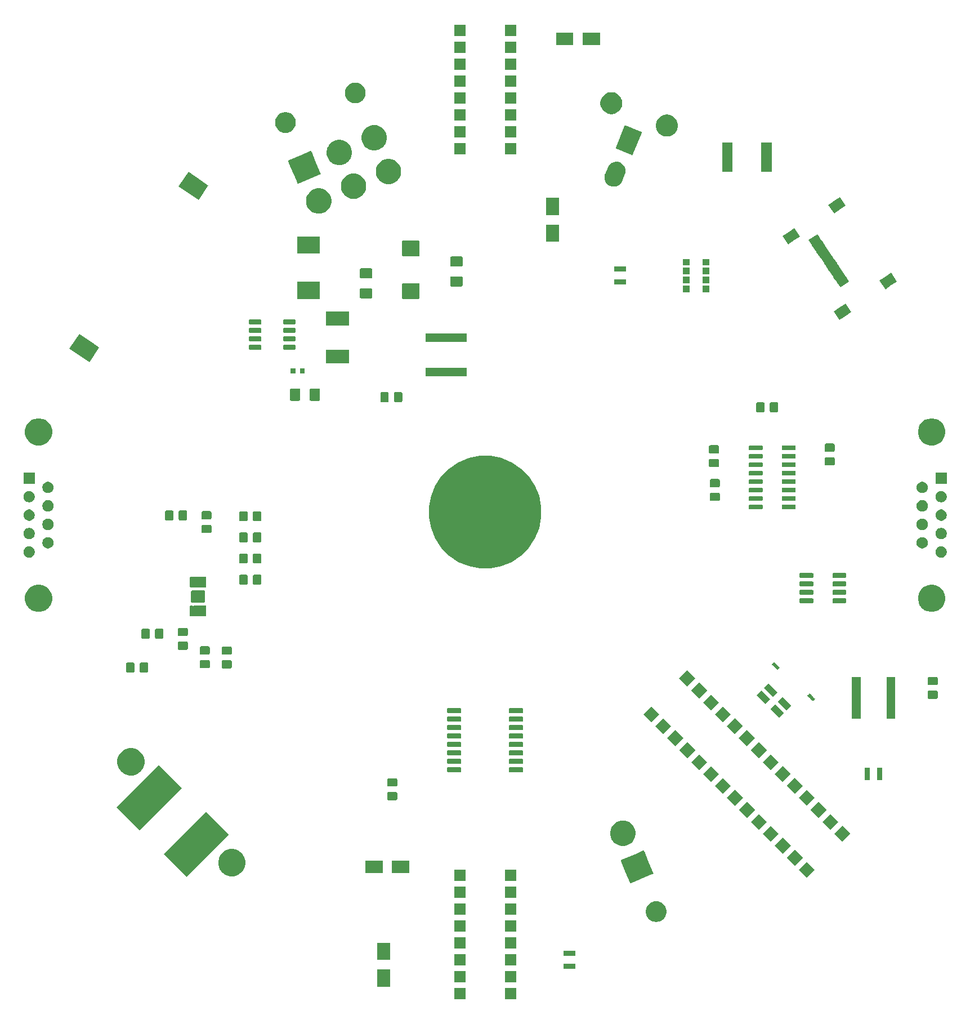
<source format=gbr>
G04 #@! TF.GenerationSoftware,KiCad,Pcbnew,5.1.4-e60b266~84~ubuntu18.04.1*
G04 #@! TF.CreationDate,2019-11-06T11:35:47-05:00*
G04 #@! TF.ProjectId,datapod,64617461-706f-4642-9e6b-696361645f70,1*
G04 #@! TF.SameCoordinates,Original*
G04 #@! TF.FileFunction,Soldermask,Top*
G04 #@! TF.FilePolarity,Negative*
%FSLAX46Y46*%
G04 Gerber Fmt 4.6, Leading zero omitted, Abs format (unit mm)*
G04 Created by KiCad (PCBNEW 5.1.4-e60b266~84~ubuntu18.04.1) date 2019-11-06 11:35:47*
%MOMM*%
%LPD*%
G04 APERTURE LIST*
%ADD10C,0.100000*%
G04 APERTURE END LIST*
D10*
G36*
X97371000Y-169761000D02*
G01*
X95669000Y-169761000D01*
X95669000Y-168059000D01*
X97371000Y-168059000D01*
X97371000Y-169761000D01*
X97371000Y-169761000D01*
G37*
G36*
X104991000Y-169761000D02*
G01*
X103289000Y-169761000D01*
X103289000Y-168059000D01*
X104991000Y-168059000D01*
X104991000Y-169761000D01*
X104991000Y-169761000D01*
G37*
G36*
X86041000Y-167861000D02*
G01*
X84139000Y-167861000D01*
X84139000Y-165259000D01*
X86041000Y-165259000D01*
X86041000Y-167861000D01*
X86041000Y-167861000D01*
G37*
G36*
X97371000Y-167221000D02*
G01*
X95669000Y-167221000D01*
X95669000Y-165519000D01*
X97371000Y-165519000D01*
X97371000Y-167221000D01*
X97371000Y-167221000D01*
G37*
G36*
X104991000Y-167221000D02*
G01*
X103289000Y-167221000D01*
X103289000Y-165519000D01*
X104991000Y-165519000D01*
X104991000Y-167221000D01*
X104991000Y-167221000D01*
G37*
G36*
X113931000Y-165156000D02*
G01*
X112129000Y-165156000D01*
X112129000Y-164404000D01*
X113931000Y-164404000D01*
X113931000Y-165156000D01*
X113931000Y-165156000D01*
G37*
G36*
X104991000Y-164681000D02*
G01*
X103289000Y-164681000D01*
X103289000Y-162979000D01*
X104991000Y-162979000D01*
X104991000Y-164681000D01*
X104991000Y-164681000D01*
G37*
G36*
X97371000Y-164681000D02*
G01*
X95669000Y-164681000D01*
X95669000Y-162979000D01*
X97371000Y-162979000D01*
X97371000Y-164681000D01*
X97371000Y-164681000D01*
G37*
G36*
X86041000Y-163861000D02*
G01*
X84139000Y-163861000D01*
X84139000Y-161259000D01*
X86041000Y-161259000D01*
X86041000Y-163861000D01*
X86041000Y-163861000D01*
G37*
G36*
X113931000Y-163256000D02*
G01*
X112129000Y-163256000D01*
X112129000Y-162504000D01*
X113931000Y-162504000D01*
X113931000Y-163256000D01*
X113931000Y-163256000D01*
G37*
G36*
X104991000Y-162141000D02*
G01*
X103289000Y-162141000D01*
X103289000Y-160439000D01*
X104991000Y-160439000D01*
X104991000Y-162141000D01*
X104991000Y-162141000D01*
G37*
G36*
X97371000Y-162141000D02*
G01*
X95669000Y-162141000D01*
X95669000Y-160439000D01*
X97371000Y-160439000D01*
X97371000Y-162141000D01*
X97371000Y-162141000D01*
G37*
G36*
X104991000Y-159601000D02*
G01*
X103289000Y-159601000D01*
X103289000Y-157899000D01*
X104991000Y-157899000D01*
X104991000Y-159601000D01*
X104991000Y-159601000D01*
G37*
G36*
X97371000Y-159601000D02*
G01*
X95669000Y-159601000D01*
X95669000Y-157899000D01*
X97371000Y-157899000D01*
X97371000Y-159601000D01*
X97371000Y-159601000D01*
G37*
G36*
X126344922Y-155058487D02*
G01*
X126494747Y-155088289D01*
X126777011Y-155205206D01*
X127031042Y-155374944D01*
X127247078Y-155590980D01*
X127416816Y-155845011D01*
X127533733Y-156127275D01*
X127593337Y-156426925D01*
X127593337Y-156732445D01*
X127533733Y-157032095D01*
X127416816Y-157314359D01*
X127247078Y-157568390D01*
X127031042Y-157784426D01*
X126777011Y-157954164D01*
X126494747Y-158071081D01*
X126344922Y-158100883D01*
X126195098Y-158130685D01*
X125889576Y-158130685D01*
X125739752Y-158100883D01*
X125589927Y-158071081D01*
X125307663Y-157954164D01*
X125053632Y-157784426D01*
X124837596Y-157568390D01*
X124667858Y-157314359D01*
X124550941Y-157032095D01*
X124491337Y-156732445D01*
X124491337Y-156426925D01*
X124550941Y-156127275D01*
X124667858Y-155845011D01*
X124837596Y-155590980D01*
X125053632Y-155374944D01*
X125307663Y-155205206D01*
X125589927Y-155088289D01*
X125739752Y-155058487D01*
X125889576Y-155028685D01*
X126195098Y-155028685D01*
X126344922Y-155058487D01*
X126344922Y-155058487D01*
G37*
G36*
X104991000Y-157061000D02*
G01*
X103289000Y-157061000D01*
X103289000Y-155359000D01*
X104991000Y-155359000D01*
X104991000Y-157061000D01*
X104991000Y-157061000D01*
G37*
G36*
X97371000Y-157061000D02*
G01*
X95669000Y-157061000D01*
X95669000Y-155359000D01*
X97371000Y-155359000D01*
X97371000Y-157061000D01*
X97371000Y-157061000D01*
G37*
G36*
X97371000Y-154521000D02*
G01*
X95669000Y-154521000D01*
X95669000Y-152819000D01*
X97371000Y-152819000D01*
X97371000Y-154521000D01*
X97371000Y-154521000D01*
G37*
G36*
X104991000Y-154521000D02*
G01*
X103289000Y-154521000D01*
X103289000Y-152819000D01*
X104991000Y-152819000D01*
X104991000Y-154521000D01*
X104991000Y-154521000D01*
G37*
G36*
X124145915Y-147416853D02*
G01*
X124173788Y-147425043D01*
X124199523Y-147438511D01*
X124222137Y-147456743D01*
X124240762Y-147479037D01*
X124257635Y-147509953D01*
X124297475Y-147603810D01*
X124297476Y-147603812D01*
X124844602Y-148892761D01*
X125622124Y-150724488D01*
X125632643Y-150758104D01*
X125635742Y-150786982D01*
X125633147Y-150815915D01*
X125624957Y-150843788D01*
X125611489Y-150869523D01*
X125593257Y-150892137D01*
X125570963Y-150910762D01*
X125540047Y-150927635D01*
X125446190Y-150967475D01*
X125446188Y-150967476D01*
X124424306Y-151401239D01*
X122325512Y-152292124D01*
X122291896Y-152302643D01*
X122263018Y-152305742D01*
X122234085Y-152303147D01*
X122206212Y-152294957D01*
X122180477Y-152281489D01*
X122157863Y-152263257D01*
X122139238Y-152240963D01*
X122122365Y-152210047D01*
X121804798Y-151461905D01*
X121293944Y-150258410D01*
X120757876Y-148995512D01*
X120747357Y-148961896D01*
X120744258Y-148933018D01*
X120746853Y-148904085D01*
X120755043Y-148876212D01*
X120768511Y-148850477D01*
X120786743Y-148827863D01*
X120809037Y-148809238D01*
X120839953Y-148792365D01*
X120933810Y-148752525D01*
X120933812Y-148752524D01*
X123013373Y-147869803D01*
X124054488Y-147427876D01*
X124088104Y-147417357D01*
X124116982Y-147414258D01*
X124145915Y-147416853D01*
X124145915Y-147416853D01*
G37*
G36*
X97371000Y-151981000D02*
G01*
X95669000Y-151981000D01*
X95669000Y-150279000D01*
X97371000Y-150279000D01*
X97371000Y-151981000D01*
X97371000Y-151981000D01*
G37*
G36*
X104991000Y-151981000D02*
G01*
X103289000Y-151981000D01*
X103289000Y-150279000D01*
X104991000Y-150279000D01*
X104991000Y-151981000D01*
X104991000Y-151981000D01*
G37*
G36*
X149883752Y-150258410D02*
G01*
X148680256Y-151461906D01*
X147476760Y-150258410D01*
X148680256Y-149054914D01*
X149883752Y-150258410D01*
X149883752Y-150258410D01*
G37*
G36*
X61802509Y-145035864D02*
G01*
X55437134Y-151401239D01*
X51970897Y-147935002D01*
X58336272Y-141569627D01*
X61802509Y-145035864D01*
X61802509Y-145035864D01*
G37*
G36*
X62844826Y-147256825D02*
G01*
X63218083Y-147411433D01*
X63218085Y-147411434D01*
X63554008Y-147635891D01*
X63839688Y-147921571D01*
X63990405Y-148147134D01*
X64064146Y-148257496D01*
X64218754Y-148630753D01*
X64297572Y-149027000D01*
X64297572Y-149431014D01*
X64218754Y-149827261D01*
X64064146Y-150200518D01*
X64064145Y-150200520D01*
X63839688Y-150536443D01*
X63554008Y-150822123D01*
X63218085Y-151046580D01*
X63218084Y-151046581D01*
X63218083Y-151046581D01*
X62844826Y-151201189D01*
X62448579Y-151280007D01*
X62044565Y-151280007D01*
X61648318Y-151201189D01*
X61275061Y-151046581D01*
X61275060Y-151046581D01*
X61275059Y-151046580D01*
X60939136Y-150822123D01*
X60653456Y-150536443D01*
X60428999Y-150200520D01*
X60428998Y-150200518D01*
X60274390Y-149827261D01*
X60195572Y-149431014D01*
X60195572Y-149027000D01*
X60274390Y-148630753D01*
X60428998Y-148257496D01*
X60502740Y-148147134D01*
X60653456Y-147921571D01*
X60939136Y-147635891D01*
X61275059Y-147411434D01*
X61275061Y-147411433D01*
X61648318Y-147256825D01*
X62044565Y-147178007D01*
X62448579Y-147178007D01*
X62844826Y-147256825D01*
X62844826Y-147256825D01*
G37*
G36*
X88931000Y-150811000D02*
G01*
X86329000Y-150811000D01*
X86329000Y-148909000D01*
X88931000Y-148909000D01*
X88931000Y-150811000D01*
X88931000Y-150811000D01*
G37*
G36*
X84931000Y-150811000D02*
G01*
X82329000Y-150811000D01*
X82329000Y-148909000D01*
X84931000Y-148909000D01*
X84931000Y-150811000D01*
X84931000Y-150811000D01*
G37*
G36*
X148087701Y-148462359D02*
G01*
X146884205Y-149665855D01*
X145680709Y-148462359D01*
X146884205Y-147258863D01*
X148087701Y-148462359D01*
X148087701Y-148462359D01*
G37*
G36*
X146291650Y-146666307D02*
G01*
X145088154Y-147869803D01*
X143884658Y-146666307D01*
X145088154Y-145462811D01*
X146291650Y-146666307D01*
X146291650Y-146666307D01*
G37*
G36*
X121411845Y-142932750D02*
G01*
X121595480Y-142969277D01*
X121941440Y-143112579D01*
X122252796Y-143320620D01*
X122517582Y-143585406D01*
X122725623Y-143896762D01*
X122868925Y-144242722D01*
X122941979Y-144609991D01*
X122941979Y-144984455D01*
X122868925Y-145351724D01*
X122725623Y-145697684D01*
X122517582Y-146009040D01*
X122252796Y-146273826D01*
X121941440Y-146481867D01*
X121595480Y-146625169D01*
X121228212Y-146698223D01*
X120853746Y-146698223D01*
X120486478Y-146625169D01*
X120140518Y-146481867D01*
X119829162Y-146273826D01*
X119564376Y-146009040D01*
X119356335Y-145697684D01*
X119213033Y-145351724D01*
X119139979Y-144984455D01*
X119139979Y-144609991D01*
X119213033Y-144242722D01*
X119356335Y-143896762D01*
X119564376Y-143585406D01*
X119829162Y-143320620D01*
X120140518Y-143112579D01*
X120486478Y-142969277D01*
X120670113Y-142932750D01*
X120853746Y-142896223D01*
X121228212Y-142896223D01*
X121411845Y-142932750D01*
X121411845Y-142932750D01*
G37*
G36*
X144495598Y-144870256D02*
G01*
X143292102Y-146073752D01*
X142088606Y-144870256D01*
X143292102Y-143666760D01*
X144495598Y-144870256D01*
X144495598Y-144870256D01*
G37*
G36*
X155271906Y-144870256D02*
G01*
X154068410Y-146073752D01*
X152864914Y-144870256D01*
X154068410Y-143666760D01*
X155271906Y-144870256D01*
X155271906Y-144870256D01*
G37*
G36*
X54731441Y-137964796D02*
G01*
X48366066Y-144330171D01*
X44899829Y-140863934D01*
X51265204Y-134498559D01*
X54731441Y-137964796D01*
X54731441Y-137964796D01*
G37*
G36*
X153475855Y-143074205D02*
G01*
X152272359Y-144277701D01*
X151068863Y-143074205D01*
X152272359Y-141870709D01*
X153475855Y-143074205D01*
X153475855Y-143074205D01*
G37*
G36*
X142699547Y-143074205D02*
G01*
X141496051Y-144277701D01*
X140292555Y-143074205D01*
X141496051Y-141870709D01*
X142699547Y-143074205D01*
X142699547Y-143074205D01*
G37*
G36*
X140903496Y-141278154D02*
G01*
X139700000Y-142481650D01*
X138496504Y-141278154D01*
X139700000Y-140074658D01*
X140903496Y-141278154D01*
X140903496Y-141278154D01*
G37*
G36*
X151679803Y-141278154D02*
G01*
X150476307Y-142481650D01*
X149272811Y-141278154D01*
X150476307Y-140074658D01*
X151679803Y-141278154D01*
X151679803Y-141278154D01*
G37*
G36*
X149883752Y-139482102D02*
G01*
X148680256Y-140685598D01*
X147476760Y-139482102D01*
X148680256Y-138278606D01*
X149883752Y-139482102D01*
X149883752Y-139482102D01*
G37*
G36*
X139107445Y-139482102D02*
G01*
X137903949Y-140685598D01*
X136700453Y-139482102D01*
X137903949Y-138278606D01*
X139107445Y-139482102D01*
X139107445Y-139482102D01*
G37*
G36*
X86948674Y-138588465D02*
G01*
X86986367Y-138599899D01*
X87021103Y-138618466D01*
X87051548Y-138643452D01*
X87076534Y-138673897D01*
X87095101Y-138708633D01*
X87106535Y-138746326D01*
X87111000Y-138791661D01*
X87111000Y-139628339D01*
X87106535Y-139673674D01*
X87095101Y-139711367D01*
X87076534Y-139746103D01*
X87051548Y-139776548D01*
X87021103Y-139801534D01*
X86986367Y-139820101D01*
X86948674Y-139831535D01*
X86903339Y-139836000D01*
X85816661Y-139836000D01*
X85771326Y-139831535D01*
X85733633Y-139820101D01*
X85698897Y-139801534D01*
X85668452Y-139776548D01*
X85643466Y-139746103D01*
X85624899Y-139711367D01*
X85613465Y-139673674D01*
X85609000Y-139628339D01*
X85609000Y-138791661D01*
X85613465Y-138746326D01*
X85624899Y-138708633D01*
X85643466Y-138673897D01*
X85668452Y-138643452D01*
X85698897Y-138618466D01*
X85733633Y-138599899D01*
X85771326Y-138588465D01*
X85816661Y-138584000D01*
X86903339Y-138584000D01*
X86948674Y-138588465D01*
X86948674Y-138588465D01*
G37*
G36*
X137311394Y-137686051D02*
G01*
X136107898Y-138889547D01*
X134904402Y-137686051D01*
X136107898Y-136482555D01*
X137311394Y-137686051D01*
X137311394Y-137686051D01*
G37*
G36*
X148087701Y-137686051D02*
G01*
X146884205Y-138889547D01*
X145680709Y-137686051D01*
X146884205Y-136482555D01*
X148087701Y-137686051D01*
X148087701Y-137686051D01*
G37*
G36*
X86948674Y-136538465D02*
G01*
X86986367Y-136549899D01*
X87021103Y-136568466D01*
X87051548Y-136593452D01*
X87076534Y-136623897D01*
X87095101Y-136658633D01*
X87106535Y-136696326D01*
X87111000Y-136741661D01*
X87111000Y-137578339D01*
X87106535Y-137623674D01*
X87095101Y-137661367D01*
X87076534Y-137696103D01*
X87051548Y-137726548D01*
X87021103Y-137751534D01*
X86986367Y-137770101D01*
X86948674Y-137781535D01*
X86903339Y-137786000D01*
X85816661Y-137786000D01*
X85771326Y-137781535D01*
X85733633Y-137770101D01*
X85698897Y-137751534D01*
X85668452Y-137726548D01*
X85643466Y-137696103D01*
X85624899Y-137661367D01*
X85613465Y-137623674D01*
X85609000Y-137578339D01*
X85609000Y-136741661D01*
X85613465Y-136696326D01*
X85624899Y-136658633D01*
X85643466Y-136623897D01*
X85668452Y-136593452D01*
X85698897Y-136568466D01*
X85733633Y-136549899D01*
X85771326Y-136538465D01*
X85816661Y-136534000D01*
X86903339Y-136534000D01*
X86948674Y-136538465D01*
X86948674Y-136538465D01*
G37*
G36*
X135515342Y-135890000D02*
G01*
X134311846Y-137093496D01*
X133108350Y-135890000D01*
X134311846Y-134686504D01*
X135515342Y-135890000D01*
X135515342Y-135890000D01*
G37*
G36*
X146291650Y-135890000D02*
G01*
X145088154Y-137093496D01*
X143884658Y-135890000D01*
X145088154Y-134686504D01*
X146291650Y-135890000D01*
X146291650Y-135890000D01*
G37*
G36*
X158176000Y-136791000D02*
G01*
X157424000Y-136791000D01*
X157424000Y-134989000D01*
X158176000Y-134989000D01*
X158176000Y-136791000D01*
X158176000Y-136791000D01*
G37*
G36*
X160076000Y-136791000D02*
G01*
X159324000Y-136791000D01*
X159324000Y-134989000D01*
X160076000Y-134989000D01*
X160076000Y-136791000D01*
X160076000Y-136791000D01*
G37*
G36*
X47670315Y-132082314D02*
G01*
X48043572Y-132236922D01*
X48043574Y-132236923D01*
X48379497Y-132461380D01*
X48665177Y-132747060D01*
X48872166Y-133056840D01*
X48889635Y-133082985D01*
X49044243Y-133456242D01*
X49123061Y-133852489D01*
X49123061Y-134256503D01*
X49044243Y-134652750D01*
X48889635Y-135026007D01*
X48889634Y-135026009D01*
X48665177Y-135361932D01*
X48379497Y-135647612D01*
X48043574Y-135872069D01*
X48043573Y-135872070D01*
X48043572Y-135872070D01*
X47670315Y-136026678D01*
X47274068Y-136105496D01*
X46870054Y-136105496D01*
X46473807Y-136026678D01*
X46100550Y-135872070D01*
X46100549Y-135872070D01*
X46100548Y-135872069D01*
X45764625Y-135647612D01*
X45478945Y-135361932D01*
X45254488Y-135026009D01*
X45254487Y-135026007D01*
X45099879Y-134652750D01*
X45021061Y-134256503D01*
X45021061Y-133852489D01*
X45099879Y-133456242D01*
X45254487Y-133082985D01*
X45271957Y-133056840D01*
X45478945Y-132747060D01*
X45764625Y-132461380D01*
X46100548Y-132236923D01*
X46100550Y-132236922D01*
X46473807Y-132082314D01*
X46870054Y-132003496D01*
X47274068Y-132003496D01*
X47670315Y-132082314D01*
X47670315Y-132082314D01*
G37*
G36*
X105964928Y-134906764D02*
G01*
X105986009Y-134913160D01*
X106005445Y-134923548D01*
X106022476Y-134937524D01*
X106036452Y-134954555D01*
X106046840Y-134973991D01*
X106053236Y-134995072D01*
X106056000Y-135023140D01*
X106056000Y-135486860D01*
X106053236Y-135514928D01*
X106046840Y-135536009D01*
X106036452Y-135555445D01*
X106022476Y-135572476D01*
X106005445Y-135586452D01*
X105986009Y-135596840D01*
X105964928Y-135603236D01*
X105936860Y-135606000D01*
X104023140Y-135606000D01*
X103995072Y-135603236D01*
X103973991Y-135596840D01*
X103954555Y-135586452D01*
X103937524Y-135572476D01*
X103923548Y-135555445D01*
X103913160Y-135536009D01*
X103906764Y-135514928D01*
X103904000Y-135486860D01*
X103904000Y-135023140D01*
X103906764Y-134995072D01*
X103913160Y-134973991D01*
X103923548Y-134954555D01*
X103937524Y-134937524D01*
X103954555Y-134923548D01*
X103973991Y-134913160D01*
X103995072Y-134906764D01*
X104023140Y-134904000D01*
X105936860Y-134904000D01*
X105964928Y-134906764D01*
X105964928Y-134906764D01*
G37*
G36*
X96664928Y-134906764D02*
G01*
X96686009Y-134913160D01*
X96705445Y-134923548D01*
X96722476Y-134937524D01*
X96736452Y-134954555D01*
X96746840Y-134973991D01*
X96753236Y-134995072D01*
X96756000Y-135023140D01*
X96756000Y-135486860D01*
X96753236Y-135514928D01*
X96746840Y-135536009D01*
X96736452Y-135555445D01*
X96722476Y-135572476D01*
X96705445Y-135586452D01*
X96686009Y-135596840D01*
X96664928Y-135603236D01*
X96636860Y-135606000D01*
X94723140Y-135606000D01*
X94695072Y-135603236D01*
X94673991Y-135596840D01*
X94654555Y-135586452D01*
X94637524Y-135572476D01*
X94623548Y-135555445D01*
X94613160Y-135536009D01*
X94606764Y-135514928D01*
X94604000Y-135486860D01*
X94604000Y-135023140D01*
X94606764Y-134995072D01*
X94613160Y-134973991D01*
X94623548Y-134954555D01*
X94637524Y-134937524D01*
X94654555Y-134923548D01*
X94673991Y-134913160D01*
X94695072Y-134906764D01*
X94723140Y-134904000D01*
X96636860Y-134904000D01*
X96664928Y-134906764D01*
X96664928Y-134906764D01*
G37*
G36*
X133719291Y-134093949D02*
G01*
X132515795Y-135297445D01*
X131312299Y-134093949D01*
X132515795Y-132890453D01*
X133719291Y-134093949D01*
X133719291Y-134093949D01*
G37*
G36*
X144495598Y-134093949D02*
G01*
X143292102Y-135297445D01*
X142088606Y-134093949D01*
X143292102Y-132890453D01*
X144495598Y-134093949D01*
X144495598Y-134093949D01*
G37*
G36*
X105964928Y-133636764D02*
G01*
X105986009Y-133643160D01*
X106005445Y-133653548D01*
X106022476Y-133667524D01*
X106036452Y-133684555D01*
X106046840Y-133703991D01*
X106053236Y-133725072D01*
X106056000Y-133753140D01*
X106056000Y-134216860D01*
X106053236Y-134244928D01*
X106046840Y-134266009D01*
X106036452Y-134285445D01*
X106022476Y-134302476D01*
X106005445Y-134316452D01*
X105986009Y-134326840D01*
X105964928Y-134333236D01*
X105936860Y-134336000D01*
X104023140Y-134336000D01*
X103995072Y-134333236D01*
X103973991Y-134326840D01*
X103954555Y-134316452D01*
X103937524Y-134302476D01*
X103923548Y-134285445D01*
X103913160Y-134266009D01*
X103906764Y-134244928D01*
X103904000Y-134216860D01*
X103904000Y-133753140D01*
X103906764Y-133725072D01*
X103913160Y-133703991D01*
X103923548Y-133684555D01*
X103937524Y-133667524D01*
X103954555Y-133653548D01*
X103973991Y-133643160D01*
X103995072Y-133636764D01*
X104023140Y-133634000D01*
X105936860Y-133634000D01*
X105964928Y-133636764D01*
X105964928Y-133636764D01*
G37*
G36*
X96664928Y-133636764D02*
G01*
X96686009Y-133643160D01*
X96705445Y-133653548D01*
X96722476Y-133667524D01*
X96736452Y-133684555D01*
X96746840Y-133703991D01*
X96753236Y-133725072D01*
X96756000Y-133753140D01*
X96756000Y-134216860D01*
X96753236Y-134244928D01*
X96746840Y-134266009D01*
X96736452Y-134285445D01*
X96722476Y-134302476D01*
X96705445Y-134316452D01*
X96686009Y-134326840D01*
X96664928Y-134333236D01*
X96636860Y-134336000D01*
X94723140Y-134336000D01*
X94695072Y-134333236D01*
X94673991Y-134326840D01*
X94654555Y-134316452D01*
X94637524Y-134302476D01*
X94623548Y-134285445D01*
X94613160Y-134266009D01*
X94606764Y-134244928D01*
X94604000Y-134216860D01*
X94604000Y-133753140D01*
X94606764Y-133725072D01*
X94613160Y-133703991D01*
X94623548Y-133684555D01*
X94637524Y-133667524D01*
X94654555Y-133653548D01*
X94673991Y-133643160D01*
X94695072Y-133636764D01*
X94723140Y-133634000D01*
X96636860Y-133634000D01*
X96664928Y-133636764D01*
X96664928Y-133636764D01*
G37*
G36*
X131923240Y-132297898D02*
G01*
X130719744Y-133501394D01*
X129516248Y-132297898D01*
X130719744Y-131094402D01*
X131923240Y-132297898D01*
X131923240Y-132297898D01*
G37*
G36*
X142699547Y-132297898D02*
G01*
X141496051Y-133501394D01*
X140292555Y-132297898D01*
X141496051Y-131094402D01*
X142699547Y-132297898D01*
X142699547Y-132297898D01*
G37*
G36*
X105964928Y-132366764D02*
G01*
X105986009Y-132373160D01*
X106005445Y-132383548D01*
X106022476Y-132397524D01*
X106036452Y-132414555D01*
X106046840Y-132433991D01*
X106053236Y-132455072D01*
X106056000Y-132483140D01*
X106056000Y-132946860D01*
X106053236Y-132974928D01*
X106046840Y-132996009D01*
X106036452Y-133015445D01*
X106022476Y-133032476D01*
X106005445Y-133046452D01*
X105986009Y-133056840D01*
X105964928Y-133063236D01*
X105936860Y-133066000D01*
X104023140Y-133066000D01*
X103995072Y-133063236D01*
X103973991Y-133056840D01*
X103954555Y-133046452D01*
X103937524Y-133032476D01*
X103923548Y-133015445D01*
X103913160Y-132996009D01*
X103906764Y-132974928D01*
X103904000Y-132946860D01*
X103904000Y-132483140D01*
X103906764Y-132455072D01*
X103913160Y-132433991D01*
X103923548Y-132414555D01*
X103937524Y-132397524D01*
X103954555Y-132383548D01*
X103973991Y-132373160D01*
X103995072Y-132366764D01*
X104023140Y-132364000D01*
X105936860Y-132364000D01*
X105964928Y-132366764D01*
X105964928Y-132366764D01*
G37*
G36*
X96664928Y-132366764D02*
G01*
X96686009Y-132373160D01*
X96705445Y-132383548D01*
X96722476Y-132397524D01*
X96736452Y-132414555D01*
X96746840Y-132433991D01*
X96753236Y-132455072D01*
X96756000Y-132483140D01*
X96756000Y-132946860D01*
X96753236Y-132974928D01*
X96746840Y-132996009D01*
X96736452Y-133015445D01*
X96722476Y-133032476D01*
X96705445Y-133046452D01*
X96686009Y-133056840D01*
X96664928Y-133063236D01*
X96636860Y-133066000D01*
X94723140Y-133066000D01*
X94695072Y-133063236D01*
X94673991Y-133056840D01*
X94654555Y-133046452D01*
X94637524Y-133032476D01*
X94623548Y-133015445D01*
X94613160Y-132996009D01*
X94606764Y-132974928D01*
X94604000Y-132946860D01*
X94604000Y-132483140D01*
X94606764Y-132455072D01*
X94613160Y-132433991D01*
X94623548Y-132414555D01*
X94637524Y-132397524D01*
X94654555Y-132383548D01*
X94673991Y-132373160D01*
X94695072Y-132366764D01*
X94723140Y-132364000D01*
X96636860Y-132364000D01*
X96664928Y-132366764D01*
X96664928Y-132366764D01*
G37*
G36*
X105964928Y-131096764D02*
G01*
X105986009Y-131103160D01*
X106005445Y-131113548D01*
X106022476Y-131127524D01*
X106036452Y-131144555D01*
X106046840Y-131163991D01*
X106053236Y-131185072D01*
X106056000Y-131213140D01*
X106056000Y-131676860D01*
X106053236Y-131704928D01*
X106046840Y-131726009D01*
X106036452Y-131745445D01*
X106022476Y-131762476D01*
X106005445Y-131776452D01*
X105986009Y-131786840D01*
X105964928Y-131793236D01*
X105936860Y-131796000D01*
X104023140Y-131796000D01*
X103995072Y-131793236D01*
X103973991Y-131786840D01*
X103954555Y-131776452D01*
X103937524Y-131762476D01*
X103923548Y-131745445D01*
X103913160Y-131726009D01*
X103906764Y-131704928D01*
X103904000Y-131676860D01*
X103904000Y-131213140D01*
X103906764Y-131185072D01*
X103913160Y-131163991D01*
X103923548Y-131144555D01*
X103937524Y-131127524D01*
X103954555Y-131113548D01*
X103973991Y-131103160D01*
X103995072Y-131096764D01*
X104023140Y-131094000D01*
X105936860Y-131094000D01*
X105964928Y-131096764D01*
X105964928Y-131096764D01*
G37*
G36*
X96664928Y-131096764D02*
G01*
X96686009Y-131103160D01*
X96705445Y-131113548D01*
X96722476Y-131127524D01*
X96736452Y-131144555D01*
X96746840Y-131163991D01*
X96753236Y-131185072D01*
X96756000Y-131213140D01*
X96756000Y-131676860D01*
X96753236Y-131704928D01*
X96746840Y-131726009D01*
X96736452Y-131745445D01*
X96722476Y-131762476D01*
X96705445Y-131776452D01*
X96686009Y-131786840D01*
X96664928Y-131793236D01*
X96636860Y-131796000D01*
X94723140Y-131796000D01*
X94695072Y-131793236D01*
X94673991Y-131786840D01*
X94654555Y-131776452D01*
X94637524Y-131762476D01*
X94623548Y-131745445D01*
X94613160Y-131726009D01*
X94606764Y-131704928D01*
X94604000Y-131676860D01*
X94604000Y-131213140D01*
X94606764Y-131185072D01*
X94613160Y-131163991D01*
X94623548Y-131144555D01*
X94637524Y-131127524D01*
X94654555Y-131113548D01*
X94673991Y-131103160D01*
X94695072Y-131096764D01*
X94723140Y-131094000D01*
X96636860Y-131094000D01*
X96664928Y-131096764D01*
X96664928Y-131096764D01*
G37*
G36*
X140903496Y-130501846D02*
G01*
X139700000Y-131705342D01*
X138496504Y-130501846D01*
X139700000Y-129298350D01*
X140903496Y-130501846D01*
X140903496Y-130501846D01*
G37*
G36*
X130127189Y-130501846D02*
G01*
X128923693Y-131705342D01*
X127720197Y-130501846D01*
X128923693Y-129298350D01*
X130127189Y-130501846D01*
X130127189Y-130501846D01*
G37*
G36*
X96664928Y-129826764D02*
G01*
X96686009Y-129833160D01*
X96705445Y-129843548D01*
X96722476Y-129857524D01*
X96736452Y-129874555D01*
X96746840Y-129893991D01*
X96753236Y-129915072D01*
X96756000Y-129943140D01*
X96756000Y-130406860D01*
X96753236Y-130434928D01*
X96746840Y-130456009D01*
X96736452Y-130475445D01*
X96722476Y-130492476D01*
X96705445Y-130506452D01*
X96686009Y-130516840D01*
X96664928Y-130523236D01*
X96636860Y-130526000D01*
X94723140Y-130526000D01*
X94695072Y-130523236D01*
X94673991Y-130516840D01*
X94654555Y-130506452D01*
X94637524Y-130492476D01*
X94623548Y-130475445D01*
X94613160Y-130456009D01*
X94606764Y-130434928D01*
X94604000Y-130406860D01*
X94604000Y-129943140D01*
X94606764Y-129915072D01*
X94613160Y-129893991D01*
X94623548Y-129874555D01*
X94637524Y-129857524D01*
X94654555Y-129843548D01*
X94673991Y-129833160D01*
X94695072Y-129826764D01*
X94723140Y-129824000D01*
X96636860Y-129824000D01*
X96664928Y-129826764D01*
X96664928Y-129826764D01*
G37*
G36*
X105964928Y-129826764D02*
G01*
X105986009Y-129833160D01*
X106005445Y-129843548D01*
X106022476Y-129857524D01*
X106036452Y-129874555D01*
X106046840Y-129893991D01*
X106053236Y-129915072D01*
X106056000Y-129943140D01*
X106056000Y-130406860D01*
X106053236Y-130434928D01*
X106046840Y-130456009D01*
X106036452Y-130475445D01*
X106022476Y-130492476D01*
X106005445Y-130506452D01*
X105986009Y-130516840D01*
X105964928Y-130523236D01*
X105936860Y-130526000D01*
X104023140Y-130526000D01*
X103995072Y-130523236D01*
X103973991Y-130516840D01*
X103954555Y-130506452D01*
X103937524Y-130492476D01*
X103923548Y-130475445D01*
X103913160Y-130456009D01*
X103906764Y-130434928D01*
X103904000Y-130406860D01*
X103904000Y-129943140D01*
X103906764Y-129915072D01*
X103913160Y-129893991D01*
X103923548Y-129874555D01*
X103937524Y-129857524D01*
X103954555Y-129843548D01*
X103973991Y-129833160D01*
X103995072Y-129826764D01*
X104023140Y-129824000D01*
X105936860Y-129824000D01*
X105964928Y-129826764D01*
X105964928Y-129826764D01*
G37*
G36*
X139107445Y-128705795D02*
G01*
X137903949Y-129909291D01*
X136700453Y-128705795D01*
X137903949Y-127502299D01*
X139107445Y-128705795D01*
X139107445Y-128705795D01*
G37*
G36*
X128331137Y-128705795D02*
G01*
X127127641Y-129909291D01*
X125924145Y-128705795D01*
X127127641Y-127502299D01*
X128331137Y-128705795D01*
X128331137Y-128705795D01*
G37*
G36*
X105964928Y-128556764D02*
G01*
X105986009Y-128563160D01*
X106005445Y-128573548D01*
X106022476Y-128587524D01*
X106036452Y-128604555D01*
X106046840Y-128623991D01*
X106053236Y-128645072D01*
X106056000Y-128673140D01*
X106056000Y-129136860D01*
X106053236Y-129164928D01*
X106046840Y-129186009D01*
X106036452Y-129205445D01*
X106022476Y-129222476D01*
X106005445Y-129236452D01*
X105986009Y-129246840D01*
X105964928Y-129253236D01*
X105936860Y-129256000D01*
X104023140Y-129256000D01*
X103995072Y-129253236D01*
X103973991Y-129246840D01*
X103954555Y-129236452D01*
X103937524Y-129222476D01*
X103923548Y-129205445D01*
X103913160Y-129186009D01*
X103906764Y-129164928D01*
X103904000Y-129136860D01*
X103904000Y-128673140D01*
X103906764Y-128645072D01*
X103913160Y-128623991D01*
X103923548Y-128604555D01*
X103937524Y-128587524D01*
X103954555Y-128573548D01*
X103973991Y-128563160D01*
X103995072Y-128556764D01*
X104023140Y-128554000D01*
X105936860Y-128554000D01*
X105964928Y-128556764D01*
X105964928Y-128556764D01*
G37*
G36*
X96664928Y-128556764D02*
G01*
X96686009Y-128563160D01*
X96705445Y-128573548D01*
X96722476Y-128587524D01*
X96736452Y-128604555D01*
X96746840Y-128623991D01*
X96753236Y-128645072D01*
X96756000Y-128673140D01*
X96756000Y-129136860D01*
X96753236Y-129164928D01*
X96746840Y-129186009D01*
X96736452Y-129205445D01*
X96722476Y-129222476D01*
X96705445Y-129236452D01*
X96686009Y-129246840D01*
X96664928Y-129253236D01*
X96636860Y-129256000D01*
X94723140Y-129256000D01*
X94695072Y-129253236D01*
X94673991Y-129246840D01*
X94654555Y-129236452D01*
X94637524Y-129222476D01*
X94623548Y-129205445D01*
X94613160Y-129186009D01*
X94606764Y-129164928D01*
X94604000Y-129136860D01*
X94604000Y-128673140D01*
X94606764Y-128645072D01*
X94613160Y-128623991D01*
X94623548Y-128604555D01*
X94637524Y-128587524D01*
X94654555Y-128573548D01*
X94673991Y-128563160D01*
X94695072Y-128556764D01*
X94723140Y-128554000D01*
X96636860Y-128554000D01*
X96664928Y-128556764D01*
X96664928Y-128556764D01*
G37*
G36*
X126535086Y-126909744D02*
G01*
X125331590Y-128113240D01*
X124128094Y-126909744D01*
X125331590Y-125706248D01*
X126535086Y-126909744D01*
X126535086Y-126909744D01*
G37*
G36*
X137311394Y-126909744D02*
G01*
X136107898Y-128113240D01*
X134904402Y-126909744D01*
X136107898Y-125706248D01*
X137311394Y-126909744D01*
X137311394Y-126909744D01*
G37*
G36*
X96664928Y-127286764D02*
G01*
X96686009Y-127293160D01*
X96705445Y-127303548D01*
X96722476Y-127317524D01*
X96736452Y-127334555D01*
X96746840Y-127353991D01*
X96753236Y-127375072D01*
X96756000Y-127403140D01*
X96756000Y-127866860D01*
X96753236Y-127894928D01*
X96746840Y-127916009D01*
X96736452Y-127935445D01*
X96722476Y-127952476D01*
X96705445Y-127966452D01*
X96686009Y-127976840D01*
X96664928Y-127983236D01*
X96636860Y-127986000D01*
X94723140Y-127986000D01*
X94695072Y-127983236D01*
X94673991Y-127976840D01*
X94654555Y-127966452D01*
X94637524Y-127952476D01*
X94623548Y-127935445D01*
X94613160Y-127916009D01*
X94606764Y-127894928D01*
X94604000Y-127866860D01*
X94604000Y-127403140D01*
X94606764Y-127375072D01*
X94613160Y-127353991D01*
X94623548Y-127334555D01*
X94637524Y-127317524D01*
X94654555Y-127303548D01*
X94673991Y-127293160D01*
X94695072Y-127286764D01*
X94723140Y-127284000D01*
X96636860Y-127284000D01*
X96664928Y-127286764D01*
X96664928Y-127286764D01*
G37*
G36*
X105964928Y-127286764D02*
G01*
X105986009Y-127293160D01*
X106005445Y-127303548D01*
X106022476Y-127317524D01*
X106036452Y-127334555D01*
X106046840Y-127353991D01*
X106053236Y-127375072D01*
X106056000Y-127403140D01*
X106056000Y-127866860D01*
X106053236Y-127894928D01*
X106046840Y-127916009D01*
X106036452Y-127935445D01*
X106022476Y-127952476D01*
X106005445Y-127966452D01*
X105986009Y-127976840D01*
X105964928Y-127983236D01*
X105936860Y-127986000D01*
X104023140Y-127986000D01*
X103995072Y-127983236D01*
X103973991Y-127976840D01*
X103954555Y-127966452D01*
X103937524Y-127952476D01*
X103923548Y-127935445D01*
X103913160Y-127916009D01*
X103906764Y-127894928D01*
X103904000Y-127866860D01*
X103904000Y-127403140D01*
X103906764Y-127375072D01*
X103913160Y-127353991D01*
X103923548Y-127334555D01*
X103937524Y-127317524D01*
X103954555Y-127303548D01*
X103973991Y-127293160D01*
X103995072Y-127286764D01*
X104023140Y-127284000D01*
X105936860Y-127284000D01*
X105964928Y-127286764D01*
X105964928Y-127286764D01*
G37*
G36*
X156801000Y-127568500D02*
G01*
X155499000Y-127568500D01*
X155499000Y-121351500D01*
X156801000Y-121351500D01*
X156801000Y-127568500D01*
X156801000Y-127568500D01*
G37*
G36*
X162001000Y-127568500D02*
G01*
X160699000Y-127568500D01*
X160699000Y-121351500D01*
X162001000Y-121351500D01*
X162001000Y-127568500D01*
X162001000Y-127568500D01*
G37*
G36*
X145250338Y-126714833D02*
G01*
X144541817Y-127423354D01*
X143232256Y-126113793D01*
X143940777Y-125405272D01*
X145250338Y-126714833D01*
X145250338Y-126714833D01*
G37*
G36*
X105964928Y-126016764D02*
G01*
X105986009Y-126023160D01*
X106005445Y-126033548D01*
X106022476Y-126047524D01*
X106036452Y-126064555D01*
X106046840Y-126083991D01*
X106053236Y-126105072D01*
X106056000Y-126133140D01*
X106056000Y-126596860D01*
X106053236Y-126624928D01*
X106046840Y-126646009D01*
X106036452Y-126665445D01*
X106022476Y-126682476D01*
X106005445Y-126696452D01*
X105986009Y-126706840D01*
X105964928Y-126713236D01*
X105936860Y-126716000D01*
X104023140Y-126716000D01*
X103995072Y-126713236D01*
X103973991Y-126706840D01*
X103954555Y-126696452D01*
X103937524Y-126682476D01*
X103923548Y-126665445D01*
X103913160Y-126646009D01*
X103906764Y-126624928D01*
X103904000Y-126596860D01*
X103904000Y-126133140D01*
X103906764Y-126105072D01*
X103913160Y-126083991D01*
X103923548Y-126064555D01*
X103937524Y-126047524D01*
X103954555Y-126033548D01*
X103973991Y-126023160D01*
X103995072Y-126016764D01*
X104023140Y-126014000D01*
X105936860Y-126014000D01*
X105964928Y-126016764D01*
X105964928Y-126016764D01*
G37*
G36*
X96664928Y-126016764D02*
G01*
X96686009Y-126023160D01*
X96705445Y-126033548D01*
X96722476Y-126047524D01*
X96736452Y-126064555D01*
X96746840Y-126083991D01*
X96753236Y-126105072D01*
X96756000Y-126133140D01*
X96756000Y-126596860D01*
X96753236Y-126624928D01*
X96746840Y-126646009D01*
X96736452Y-126665445D01*
X96722476Y-126682476D01*
X96705445Y-126696452D01*
X96686009Y-126706840D01*
X96664928Y-126713236D01*
X96636860Y-126716000D01*
X94723140Y-126716000D01*
X94695072Y-126713236D01*
X94673991Y-126706840D01*
X94654555Y-126696452D01*
X94637524Y-126682476D01*
X94623548Y-126665445D01*
X94613160Y-126646009D01*
X94606764Y-126624928D01*
X94604000Y-126596860D01*
X94604000Y-126133140D01*
X94606764Y-126105072D01*
X94613160Y-126083991D01*
X94623548Y-126064555D01*
X94637524Y-126047524D01*
X94654555Y-126033548D01*
X94673991Y-126023160D01*
X94695072Y-126016764D01*
X94723140Y-126014000D01*
X96636860Y-126014000D01*
X96664928Y-126016764D01*
X96664928Y-126016764D01*
G37*
G36*
X146346354Y-125618817D02*
G01*
X145637833Y-126327338D01*
X144328272Y-125017777D01*
X145036793Y-124309256D01*
X146346354Y-125618817D01*
X146346354Y-125618817D01*
G37*
G36*
X135515342Y-125113693D02*
G01*
X134311846Y-126317189D01*
X133108350Y-125113693D01*
X134311846Y-123910197D01*
X135515342Y-125113693D01*
X135515342Y-125113693D01*
G37*
G36*
X143199728Y-124664223D02*
G01*
X142491207Y-125372744D01*
X141181646Y-124063183D01*
X141890167Y-123354662D01*
X143199728Y-124664223D01*
X143199728Y-124664223D01*
G37*
G36*
X149126683Y-123768444D02*
G01*
X149138388Y-123771995D01*
X149149178Y-123777762D01*
X149163402Y-123789436D01*
X149203244Y-123829278D01*
X149203255Y-123829287D01*
X149423165Y-124049197D01*
X149423174Y-124049208D01*
X149463016Y-124089050D01*
X149474690Y-124103274D01*
X149480458Y-124114067D01*
X149486778Y-124134897D01*
X149496156Y-124157535D01*
X149509770Y-124177909D01*
X149527098Y-124195235D01*
X149547473Y-124208848D01*
X149570103Y-124218222D01*
X149590933Y-124224542D01*
X149601726Y-124230310D01*
X149615950Y-124241984D01*
X149655792Y-124281826D01*
X149655803Y-124281835D01*
X149875713Y-124501745D01*
X149875722Y-124501756D01*
X149915564Y-124541598D01*
X149927238Y-124555822D01*
X149933005Y-124566612D01*
X149936556Y-124578317D01*
X149937755Y-124590487D01*
X149936556Y-124602657D01*
X149933005Y-124614362D01*
X149927238Y-124625152D01*
X149915564Y-124639376D01*
X149875722Y-124679218D01*
X149875713Y-124679229D01*
X149698229Y-124856713D01*
X149698218Y-124856722D01*
X149658376Y-124896564D01*
X149644152Y-124908238D01*
X149633362Y-124914005D01*
X149621657Y-124917556D01*
X149609487Y-124918755D01*
X149597317Y-124917556D01*
X149585612Y-124914005D01*
X149574822Y-124908238D01*
X149560598Y-124896564D01*
X149520756Y-124856722D01*
X149520745Y-124856713D01*
X149300835Y-124636803D01*
X149300826Y-124636792D01*
X149260984Y-124596950D01*
X149249310Y-124582726D01*
X149243542Y-124571933D01*
X149237222Y-124551103D01*
X149227844Y-124528465D01*
X149214230Y-124508091D01*
X149196902Y-124490765D01*
X149176527Y-124477152D01*
X149153897Y-124467778D01*
X149133067Y-124461458D01*
X149122274Y-124455690D01*
X149108050Y-124444016D01*
X149068208Y-124404174D01*
X149068197Y-124404165D01*
X148848287Y-124184255D01*
X148848278Y-124184244D01*
X148808436Y-124144402D01*
X148796762Y-124130178D01*
X148790995Y-124119388D01*
X148787444Y-124107683D01*
X148786245Y-124095513D01*
X148787444Y-124083343D01*
X148790995Y-124071638D01*
X148796762Y-124060848D01*
X148808436Y-124046624D01*
X148848278Y-124006782D01*
X148848287Y-124006771D01*
X149025771Y-123829287D01*
X149025782Y-123829278D01*
X149065624Y-123789436D01*
X149079848Y-123777762D01*
X149090638Y-123771995D01*
X149102343Y-123768444D01*
X149114513Y-123767245D01*
X149126683Y-123768444D01*
X149126683Y-123768444D01*
G37*
G36*
X168228674Y-123348465D02*
G01*
X168266367Y-123359899D01*
X168301103Y-123378466D01*
X168331548Y-123403452D01*
X168356534Y-123433897D01*
X168375101Y-123468633D01*
X168386535Y-123506326D01*
X168391000Y-123551661D01*
X168391000Y-124388339D01*
X168386535Y-124433674D01*
X168375101Y-124471367D01*
X168356534Y-124506103D01*
X168331548Y-124536548D01*
X168301103Y-124561534D01*
X168266367Y-124580101D01*
X168228674Y-124591535D01*
X168183339Y-124596000D01*
X167096661Y-124596000D01*
X167051326Y-124591535D01*
X167013633Y-124580101D01*
X166978897Y-124561534D01*
X166948452Y-124536548D01*
X166923466Y-124506103D01*
X166904899Y-124471367D01*
X166893465Y-124433674D01*
X166889000Y-124388339D01*
X166889000Y-123551661D01*
X166893465Y-123506326D01*
X166904899Y-123468633D01*
X166923466Y-123433897D01*
X166948452Y-123403452D01*
X166978897Y-123378466D01*
X167013633Y-123359899D01*
X167051326Y-123348465D01*
X167096661Y-123344000D01*
X168183339Y-123344000D01*
X168228674Y-123348465D01*
X168228674Y-123348465D01*
G37*
G36*
X133719291Y-123317641D02*
G01*
X132515795Y-124521137D01*
X131312299Y-123317641D01*
X132515795Y-122114145D01*
X133719291Y-123317641D01*
X133719291Y-123317641D01*
G37*
G36*
X144295744Y-123568207D02*
G01*
X143587223Y-124276728D01*
X142277662Y-122967167D01*
X142986183Y-122258646D01*
X144295744Y-123568207D01*
X144295744Y-123568207D01*
G37*
G36*
X131923240Y-121521590D02*
G01*
X130719744Y-122725086D01*
X129516248Y-121521590D01*
X130719744Y-120318094D01*
X131923240Y-121521590D01*
X131923240Y-121521590D01*
G37*
G36*
X168228674Y-121298465D02*
G01*
X168266367Y-121309899D01*
X168301103Y-121328466D01*
X168331548Y-121353452D01*
X168356534Y-121383897D01*
X168375101Y-121418633D01*
X168386535Y-121456326D01*
X168391000Y-121501661D01*
X168391000Y-122338339D01*
X168386535Y-122383674D01*
X168375101Y-122421367D01*
X168356534Y-122456103D01*
X168331548Y-122486548D01*
X168301103Y-122511534D01*
X168266367Y-122530101D01*
X168228674Y-122541535D01*
X168183339Y-122546000D01*
X167096661Y-122546000D01*
X167051326Y-122541535D01*
X167013633Y-122530101D01*
X166978897Y-122511534D01*
X166948452Y-122486548D01*
X166923466Y-122456103D01*
X166904899Y-122421367D01*
X166893465Y-122383674D01*
X166889000Y-122338339D01*
X166889000Y-121501661D01*
X166893465Y-121456326D01*
X166904899Y-121418633D01*
X166923466Y-121383897D01*
X166948452Y-121353452D01*
X166978897Y-121328466D01*
X167013633Y-121309899D01*
X167051326Y-121298465D01*
X167096661Y-121294000D01*
X168183339Y-121294000D01*
X168228674Y-121298465D01*
X168228674Y-121298465D01*
G37*
G36*
X47435674Y-119141465D02*
G01*
X47473367Y-119152899D01*
X47508103Y-119171466D01*
X47538548Y-119196452D01*
X47563534Y-119226897D01*
X47582101Y-119261633D01*
X47593535Y-119299326D01*
X47598000Y-119344661D01*
X47598000Y-120431339D01*
X47593535Y-120476674D01*
X47582101Y-120514367D01*
X47563534Y-120549103D01*
X47538548Y-120579548D01*
X47508103Y-120604534D01*
X47473367Y-120623101D01*
X47435674Y-120634535D01*
X47390339Y-120639000D01*
X46553661Y-120639000D01*
X46508326Y-120634535D01*
X46470633Y-120623101D01*
X46435897Y-120604534D01*
X46405452Y-120579548D01*
X46380466Y-120549103D01*
X46361899Y-120514367D01*
X46350465Y-120476674D01*
X46346000Y-120431339D01*
X46346000Y-119344661D01*
X46350465Y-119299326D01*
X46361899Y-119261633D01*
X46380466Y-119226897D01*
X46405452Y-119196452D01*
X46435897Y-119171466D01*
X46470633Y-119152899D01*
X46508326Y-119141465D01*
X46553661Y-119137000D01*
X47390339Y-119137000D01*
X47435674Y-119141465D01*
X47435674Y-119141465D01*
G37*
G36*
X49485674Y-119141465D02*
G01*
X49523367Y-119152899D01*
X49558103Y-119171466D01*
X49588548Y-119196452D01*
X49613534Y-119226897D01*
X49632101Y-119261633D01*
X49643535Y-119299326D01*
X49648000Y-119344661D01*
X49648000Y-120431339D01*
X49643535Y-120476674D01*
X49632101Y-120514367D01*
X49613534Y-120549103D01*
X49588548Y-120579548D01*
X49558103Y-120604534D01*
X49523367Y-120623101D01*
X49485674Y-120634535D01*
X49440339Y-120639000D01*
X48603661Y-120639000D01*
X48558326Y-120634535D01*
X48520633Y-120623101D01*
X48485897Y-120604534D01*
X48455452Y-120579548D01*
X48430466Y-120549103D01*
X48411899Y-120514367D01*
X48400465Y-120476674D01*
X48396000Y-120431339D01*
X48396000Y-119344661D01*
X48400465Y-119299326D01*
X48411899Y-119261633D01*
X48430466Y-119226897D01*
X48455452Y-119196452D01*
X48485897Y-119171466D01*
X48520633Y-119152899D01*
X48558326Y-119141465D01*
X48603661Y-119137000D01*
X49440339Y-119137000D01*
X49485674Y-119141465D01*
X49485674Y-119141465D01*
G37*
G36*
X143810409Y-119087170D02*
G01*
X143822114Y-119090721D01*
X143832904Y-119096488D01*
X143847128Y-119108162D01*
X143886970Y-119148004D01*
X143886981Y-119148013D01*
X144106891Y-119367923D01*
X144106900Y-119367934D01*
X144146742Y-119407776D01*
X144158416Y-119422000D01*
X144164184Y-119432793D01*
X144170504Y-119453623D01*
X144179882Y-119476261D01*
X144193496Y-119496635D01*
X144210824Y-119513961D01*
X144231199Y-119527574D01*
X144253829Y-119536948D01*
X144274659Y-119543268D01*
X144285452Y-119549036D01*
X144299676Y-119560710D01*
X144339518Y-119600552D01*
X144339529Y-119600561D01*
X144559439Y-119820471D01*
X144559448Y-119820482D01*
X144599290Y-119860324D01*
X144610964Y-119874548D01*
X144616731Y-119885338D01*
X144620282Y-119897043D01*
X144621481Y-119909213D01*
X144620282Y-119921383D01*
X144616731Y-119933088D01*
X144610964Y-119943878D01*
X144599290Y-119958102D01*
X144559448Y-119997944D01*
X144559439Y-119997955D01*
X144381955Y-120175439D01*
X144381944Y-120175448D01*
X144342102Y-120215290D01*
X144327878Y-120226964D01*
X144317088Y-120232731D01*
X144305383Y-120236282D01*
X144293213Y-120237481D01*
X144281043Y-120236282D01*
X144269338Y-120232731D01*
X144258548Y-120226964D01*
X144244324Y-120215290D01*
X144204482Y-120175448D01*
X144204471Y-120175439D01*
X143984561Y-119955529D01*
X143984552Y-119955518D01*
X143944710Y-119915676D01*
X143933036Y-119901452D01*
X143927268Y-119890659D01*
X143920948Y-119869829D01*
X143911570Y-119847191D01*
X143897956Y-119826817D01*
X143880628Y-119809491D01*
X143860253Y-119795878D01*
X143837623Y-119786504D01*
X143816793Y-119780184D01*
X143806000Y-119774416D01*
X143791776Y-119762742D01*
X143751934Y-119722900D01*
X143751923Y-119722891D01*
X143532013Y-119502981D01*
X143532004Y-119502970D01*
X143492162Y-119463128D01*
X143480488Y-119448904D01*
X143474721Y-119438114D01*
X143471170Y-119426409D01*
X143469971Y-119414239D01*
X143471170Y-119402069D01*
X143474721Y-119390364D01*
X143480488Y-119379574D01*
X143492162Y-119365350D01*
X143532004Y-119325508D01*
X143532013Y-119325497D01*
X143709497Y-119148013D01*
X143709508Y-119148004D01*
X143749350Y-119108162D01*
X143763574Y-119096488D01*
X143774364Y-119090721D01*
X143786069Y-119087170D01*
X143798239Y-119085971D01*
X143810409Y-119087170D01*
X143810409Y-119087170D01*
G37*
G36*
X62056674Y-118776465D02*
G01*
X62094367Y-118787899D01*
X62129103Y-118806466D01*
X62159548Y-118831452D01*
X62184534Y-118861897D01*
X62203101Y-118896633D01*
X62214535Y-118934326D01*
X62219000Y-118979661D01*
X62219000Y-119816339D01*
X62214535Y-119861674D01*
X62203101Y-119899367D01*
X62184534Y-119934103D01*
X62159548Y-119964548D01*
X62129103Y-119989534D01*
X62094367Y-120008101D01*
X62056674Y-120019535D01*
X62011339Y-120024000D01*
X60924661Y-120024000D01*
X60879326Y-120019535D01*
X60841633Y-120008101D01*
X60806897Y-119989534D01*
X60776452Y-119964548D01*
X60751466Y-119934103D01*
X60732899Y-119899367D01*
X60721465Y-119861674D01*
X60717000Y-119816339D01*
X60717000Y-118979661D01*
X60721465Y-118934326D01*
X60732899Y-118896633D01*
X60751466Y-118861897D01*
X60776452Y-118831452D01*
X60806897Y-118806466D01*
X60841633Y-118787899D01*
X60879326Y-118776465D01*
X60924661Y-118772000D01*
X62011339Y-118772000D01*
X62056674Y-118776465D01*
X62056674Y-118776465D01*
G37*
G36*
X58754674Y-118758465D02*
G01*
X58792367Y-118769899D01*
X58827103Y-118788466D01*
X58857548Y-118813452D01*
X58882534Y-118843897D01*
X58901101Y-118878633D01*
X58912535Y-118916326D01*
X58917000Y-118961661D01*
X58917000Y-119798339D01*
X58912535Y-119843674D01*
X58901101Y-119881367D01*
X58882534Y-119916103D01*
X58857548Y-119946548D01*
X58827103Y-119971534D01*
X58792367Y-119990101D01*
X58754674Y-120001535D01*
X58709339Y-120006000D01*
X57622661Y-120006000D01*
X57577326Y-120001535D01*
X57539633Y-119990101D01*
X57504897Y-119971534D01*
X57474452Y-119946548D01*
X57449466Y-119916103D01*
X57430899Y-119881367D01*
X57419465Y-119843674D01*
X57415000Y-119798339D01*
X57415000Y-118961661D01*
X57419465Y-118916326D01*
X57430899Y-118878633D01*
X57449466Y-118843897D01*
X57474452Y-118813452D01*
X57504897Y-118788466D01*
X57539633Y-118769899D01*
X57577326Y-118758465D01*
X57622661Y-118754000D01*
X58709339Y-118754000D01*
X58754674Y-118758465D01*
X58754674Y-118758465D01*
G37*
G36*
X62056674Y-116726465D02*
G01*
X62094367Y-116737899D01*
X62129103Y-116756466D01*
X62159548Y-116781452D01*
X62184534Y-116811897D01*
X62203101Y-116846633D01*
X62214535Y-116884326D01*
X62219000Y-116929661D01*
X62219000Y-117766339D01*
X62214535Y-117811674D01*
X62203101Y-117849367D01*
X62184534Y-117884103D01*
X62159548Y-117914548D01*
X62129103Y-117939534D01*
X62094367Y-117958101D01*
X62056674Y-117969535D01*
X62011339Y-117974000D01*
X60924661Y-117974000D01*
X60879326Y-117969535D01*
X60841633Y-117958101D01*
X60806897Y-117939534D01*
X60776452Y-117914548D01*
X60751466Y-117884103D01*
X60732899Y-117849367D01*
X60721465Y-117811674D01*
X60717000Y-117766339D01*
X60717000Y-116929661D01*
X60721465Y-116884326D01*
X60732899Y-116846633D01*
X60751466Y-116811897D01*
X60776452Y-116781452D01*
X60806897Y-116756466D01*
X60841633Y-116737899D01*
X60879326Y-116726465D01*
X60924661Y-116722000D01*
X62011339Y-116722000D01*
X62056674Y-116726465D01*
X62056674Y-116726465D01*
G37*
G36*
X58754674Y-116708465D02*
G01*
X58792367Y-116719899D01*
X58827103Y-116738466D01*
X58857548Y-116763452D01*
X58882534Y-116793897D01*
X58901101Y-116828633D01*
X58912535Y-116866326D01*
X58917000Y-116911661D01*
X58917000Y-117748339D01*
X58912535Y-117793674D01*
X58901101Y-117831367D01*
X58882534Y-117866103D01*
X58857548Y-117896548D01*
X58827103Y-117921534D01*
X58792367Y-117940101D01*
X58754674Y-117951535D01*
X58709339Y-117956000D01*
X57622661Y-117956000D01*
X57577326Y-117951535D01*
X57539633Y-117940101D01*
X57504897Y-117921534D01*
X57474452Y-117896548D01*
X57449466Y-117866103D01*
X57430899Y-117831367D01*
X57419465Y-117793674D01*
X57415000Y-117748339D01*
X57415000Y-116911661D01*
X57419465Y-116866326D01*
X57430899Y-116828633D01*
X57449466Y-116793897D01*
X57474452Y-116763452D01*
X57504897Y-116738466D01*
X57539633Y-116719899D01*
X57577326Y-116708465D01*
X57622661Y-116704000D01*
X58709339Y-116704000D01*
X58754674Y-116708465D01*
X58754674Y-116708465D01*
G37*
G36*
X55452674Y-115973465D02*
G01*
X55490367Y-115984899D01*
X55525103Y-116003466D01*
X55555548Y-116028452D01*
X55580534Y-116058897D01*
X55599101Y-116093633D01*
X55610535Y-116131326D01*
X55615000Y-116176661D01*
X55615000Y-117013339D01*
X55610535Y-117058674D01*
X55599101Y-117096367D01*
X55580534Y-117131103D01*
X55555548Y-117161548D01*
X55525103Y-117186534D01*
X55490367Y-117205101D01*
X55452674Y-117216535D01*
X55407339Y-117221000D01*
X54320661Y-117221000D01*
X54275326Y-117216535D01*
X54237633Y-117205101D01*
X54202897Y-117186534D01*
X54172452Y-117161548D01*
X54147466Y-117131103D01*
X54128899Y-117096367D01*
X54117465Y-117058674D01*
X54113000Y-117013339D01*
X54113000Y-116176661D01*
X54117465Y-116131326D01*
X54128899Y-116093633D01*
X54147466Y-116058897D01*
X54172452Y-116028452D01*
X54202897Y-116003466D01*
X54237633Y-115984899D01*
X54275326Y-115973465D01*
X54320661Y-115969000D01*
X55407339Y-115969000D01*
X55452674Y-115973465D01*
X55452674Y-115973465D01*
G37*
G36*
X51780674Y-114061465D02*
G01*
X51818367Y-114072899D01*
X51853103Y-114091466D01*
X51883548Y-114116452D01*
X51908534Y-114146897D01*
X51927101Y-114181633D01*
X51938535Y-114219326D01*
X51943000Y-114264661D01*
X51943000Y-115351339D01*
X51938535Y-115396674D01*
X51927101Y-115434367D01*
X51908534Y-115469103D01*
X51883548Y-115499548D01*
X51853103Y-115524534D01*
X51818367Y-115543101D01*
X51780674Y-115554535D01*
X51735339Y-115559000D01*
X50898661Y-115559000D01*
X50853326Y-115554535D01*
X50815633Y-115543101D01*
X50780897Y-115524534D01*
X50750452Y-115499548D01*
X50725466Y-115469103D01*
X50706899Y-115434367D01*
X50695465Y-115396674D01*
X50691000Y-115351339D01*
X50691000Y-114264661D01*
X50695465Y-114219326D01*
X50706899Y-114181633D01*
X50725466Y-114146897D01*
X50750452Y-114116452D01*
X50780897Y-114091466D01*
X50815633Y-114072899D01*
X50853326Y-114061465D01*
X50898661Y-114057000D01*
X51735339Y-114057000D01*
X51780674Y-114061465D01*
X51780674Y-114061465D01*
G37*
G36*
X49730674Y-114061465D02*
G01*
X49768367Y-114072899D01*
X49803103Y-114091466D01*
X49833548Y-114116452D01*
X49858534Y-114146897D01*
X49877101Y-114181633D01*
X49888535Y-114219326D01*
X49893000Y-114264661D01*
X49893000Y-115351339D01*
X49888535Y-115396674D01*
X49877101Y-115434367D01*
X49858534Y-115469103D01*
X49833548Y-115499548D01*
X49803103Y-115524534D01*
X49768367Y-115543101D01*
X49730674Y-115554535D01*
X49685339Y-115559000D01*
X48848661Y-115559000D01*
X48803326Y-115554535D01*
X48765633Y-115543101D01*
X48730897Y-115524534D01*
X48700452Y-115499548D01*
X48675466Y-115469103D01*
X48656899Y-115434367D01*
X48645465Y-115396674D01*
X48641000Y-115351339D01*
X48641000Y-114264661D01*
X48645465Y-114219326D01*
X48656899Y-114181633D01*
X48675466Y-114146897D01*
X48700452Y-114116452D01*
X48730897Y-114091466D01*
X48765633Y-114072899D01*
X48803326Y-114061465D01*
X48848661Y-114057000D01*
X49685339Y-114057000D01*
X49730674Y-114061465D01*
X49730674Y-114061465D01*
G37*
G36*
X55452674Y-113923465D02*
G01*
X55490367Y-113934899D01*
X55525103Y-113953466D01*
X55555548Y-113978452D01*
X55580534Y-114008897D01*
X55599101Y-114043633D01*
X55610535Y-114081326D01*
X55615000Y-114126661D01*
X55615000Y-114963339D01*
X55610535Y-115008674D01*
X55599101Y-115046367D01*
X55580534Y-115081103D01*
X55555548Y-115111548D01*
X55525103Y-115136534D01*
X55490367Y-115155101D01*
X55452674Y-115166535D01*
X55407339Y-115171000D01*
X54320661Y-115171000D01*
X54275326Y-115166535D01*
X54237633Y-115155101D01*
X54202897Y-115136534D01*
X54172452Y-115111548D01*
X54147466Y-115081103D01*
X54128899Y-115046367D01*
X54117465Y-115008674D01*
X54113000Y-114963339D01*
X54113000Y-114126661D01*
X54117465Y-114081326D01*
X54128899Y-114043633D01*
X54147466Y-114008897D01*
X54172452Y-113978452D01*
X54202897Y-113953466D01*
X54237633Y-113934899D01*
X54275326Y-113923465D01*
X54320661Y-113919000D01*
X55407339Y-113919000D01*
X55452674Y-113923465D01*
X55452674Y-113923465D01*
G37*
G36*
X56320295Y-110595323D02*
G01*
X56327309Y-110597451D01*
X56341077Y-110604810D01*
X56363716Y-110614187D01*
X56387749Y-110618967D01*
X56412253Y-110618967D01*
X56436286Y-110614186D01*
X56458923Y-110604810D01*
X56472691Y-110597451D01*
X56479705Y-110595323D01*
X56493140Y-110594000D01*
X56806860Y-110594000D01*
X56820295Y-110595323D01*
X56827309Y-110597451D01*
X56841077Y-110604810D01*
X56863716Y-110614187D01*
X56887749Y-110618967D01*
X56912253Y-110618967D01*
X56936286Y-110614186D01*
X56958923Y-110604810D01*
X56972691Y-110597451D01*
X56979705Y-110595323D01*
X56993140Y-110594000D01*
X57306860Y-110594000D01*
X57320295Y-110595323D01*
X57327309Y-110597451D01*
X57341077Y-110604810D01*
X57363716Y-110614187D01*
X57387749Y-110618967D01*
X57412253Y-110618967D01*
X57436286Y-110614186D01*
X57458923Y-110604810D01*
X57472691Y-110597451D01*
X57479705Y-110595323D01*
X57493140Y-110594000D01*
X57806860Y-110594000D01*
X57820295Y-110595323D01*
X57827309Y-110597451D01*
X57841077Y-110604810D01*
X57863716Y-110614187D01*
X57887749Y-110618967D01*
X57912253Y-110618967D01*
X57936286Y-110614186D01*
X57958923Y-110604810D01*
X57972691Y-110597451D01*
X57979705Y-110595323D01*
X57993140Y-110594000D01*
X58306860Y-110594000D01*
X58320295Y-110595323D01*
X58327310Y-110597451D01*
X58333776Y-110600908D01*
X58339442Y-110605558D01*
X58344092Y-110611224D01*
X58347549Y-110617690D01*
X58349677Y-110624705D01*
X58351000Y-110638140D01*
X58351000Y-112126860D01*
X58349677Y-112140295D01*
X58347549Y-112147310D01*
X58344092Y-112153776D01*
X58339442Y-112159442D01*
X58333776Y-112164092D01*
X58327310Y-112167549D01*
X58320295Y-112169677D01*
X58306860Y-112171000D01*
X57993140Y-112171000D01*
X57979705Y-112169677D01*
X57972691Y-112167549D01*
X57958923Y-112160190D01*
X57936284Y-112150813D01*
X57912251Y-112146033D01*
X57887747Y-112146033D01*
X57863714Y-112150814D01*
X57841077Y-112160190D01*
X57827309Y-112167549D01*
X57820295Y-112169677D01*
X57806860Y-112171000D01*
X57493140Y-112171000D01*
X57479705Y-112169677D01*
X57472691Y-112167549D01*
X57458923Y-112160190D01*
X57436284Y-112150813D01*
X57412251Y-112146033D01*
X57387747Y-112146033D01*
X57363714Y-112150814D01*
X57341077Y-112160190D01*
X57327309Y-112167549D01*
X57320295Y-112169677D01*
X57306860Y-112171000D01*
X56993140Y-112171000D01*
X56979705Y-112169677D01*
X56972691Y-112167549D01*
X56958923Y-112160190D01*
X56936284Y-112150813D01*
X56912251Y-112146033D01*
X56887747Y-112146033D01*
X56863714Y-112150814D01*
X56841077Y-112160190D01*
X56827309Y-112167549D01*
X56820295Y-112169677D01*
X56806860Y-112171000D01*
X56493140Y-112171000D01*
X56479705Y-112169677D01*
X56472691Y-112167549D01*
X56458923Y-112160190D01*
X56436284Y-112150813D01*
X56412251Y-112146033D01*
X56387747Y-112146033D01*
X56363714Y-112150814D01*
X56341077Y-112160190D01*
X56327309Y-112167549D01*
X56320295Y-112169677D01*
X56306860Y-112171000D01*
X55993140Y-112171000D01*
X55979705Y-112169677D01*
X55972690Y-112167549D01*
X55966224Y-112164092D01*
X55960558Y-112159442D01*
X55955908Y-112153776D01*
X55952451Y-112147310D01*
X55950323Y-112140295D01*
X55949000Y-112126860D01*
X55949000Y-110638140D01*
X55950323Y-110624705D01*
X55952451Y-110617690D01*
X55955908Y-110611224D01*
X55960558Y-110605558D01*
X55966224Y-110600908D01*
X55972690Y-110597451D01*
X55979705Y-110595323D01*
X55993140Y-110594000D01*
X56306860Y-110594000D01*
X56320295Y-110595323D01*
X56320295Y-110595323D01*
G37*
G36*
X168088254Y-107507818D02*
G01*
X168448025Y-107656840D01*
X168461513Y-107662427D01*
X168797436Y-107886884D01*
X169083116Y-108172564D01*
X169249556Y-108421658D01*
X169307574Y-108508489D01*
X169462182Y-108881746D01*
X169541000Y-109277993D01*
X169541000Y-109682007D01*
X169462182Y-110078254D01*
X169307574Y-110451511D01*
X169307573Y-110451513D01*
X169083116Y-110787436D01*
X168797436Y-111073116D01*
X168461513Y-111297573D01*
X168461512Y-111297574D01*
X168461511Y-111297574D01*
X168088254Y-111452182D01*
X167692007Y-111531000D01*
X167287993Y-111531000D01*
X166891746Y-111452182D01*
X166518489Y-111297574D01*
X166518488Y-111297574D01*
X166518487Y-111297573D01*
X166182564Y-111073116D01*
X165896884Y-110787436D01*
X165672427Y-110451513D01*
X165672426Y-110451511D01*
X165517818Y-110078254D01*
X165439000Y-109682007D01*
X165439000Y-109277993D01*
X165517818Y-108881746D01*
X165672426Y-108508489D01*
X165730445Y-108421658D01*
X165896884Y-108172564D01*
X166182564Y-107886884D01*
X166518487Y-107662427D01*
X166531975Y-107656840D01*
X166891746Y-107507818D01*
X167287993Y-107429000D01*
X167692007Y-107429000D01*
X168088254Y-107507818D01*
X168088254Y-107507818D01*
G37*
G36*
X33768254Y-107507818D02*
G01*
X34128025Y-107656840D01*
X34141513Y-107662427D01*
X34477436Y-107886884D01*
X34763116Y-108172564D01*
X34929556Y-108421658D01*
X34987574Y-108508489D01*
X35142182Y-108881746D01*
X35221000Y-109277993D01*
X35221000Y-109682007D01*
X35142182Y-110078254D01*
X34987574Y-110451511D01*
X34987573Y-110451513D01*
X34763116Y-110787436D01*
X34477436Y-111073116D01*
X34141513Y-111297573D01*
X34141512Y-111297574D01*
X34141511Y-111297574D01*
X33768254Y-111452182D01*
X33372007Y-111531000D01*
X32967993Y-111531000D01*
X32571746Y-111452182D01*
X32198489Y-111297574D01*
X32198488Y-111297574D01*
X32198487Y-111297573D01*
X31862564Y-111073116D01*
X31576884Y-110787436D01*
X31352427Y-110451513D01*
X31352426Y-110451511D01*
X31197818Y-110078254D01*
X31119000Y-109682007D01*
X31119000Y-109277993D01*
X31197818Y-108881746D01*
X31352426Y-108508489D01*
X31410445Y-108421658D01*
X31576884Y-108172564D01*
X31862564Y-107886884D01*
X32198487Y-107662427D01*
X32211975Y-107656840D01*
X32571746Y-107507818D01*
X32967993Y-107429000D01*
X33372007Y-107429000D01*
X33768254Y-107507818D01*
X33768254Y-107507818D01*
G37*
G36*
X154539928Y-109506764D02*
G01*
X154561009Y-109513160D01*
X154580445Y-109523548D01*
X154597476Y-109537524D01*
X154611452Y-109554555D01*
X154621840Y-109573991D01*
X154628236Y-109595072D01*
X154631000Y-109623140D01*
X154631000Y-110086860D01*
X154628236Y-110114928D01*
X154621840Y-110136009D01*
X154611452Y-110155445D01*
X154597476Y-110172476D01*
X154580445Y-110186452D01*
X154561009Y-110196840D01*
X154539928Y-110203236D01*
X154511860Y-110206000D01*
X152698140Y-110206000D01*
X152670072Y-110203236D01*
X152648991Y-110196840D01*
X152629555Y-110186452D01*
X152612524Y-110172476D01*
X152598548Y-110155445D01*
X152588160Y-110136009D01*
X152581764Y-110114928D01*
X152579000Y-110086860D01*
X152579000Y-109623140D01*
X152581764Y-109595072D01*
X152588160Y-109573991D01*
X152598548Y-109554555D01*
X152612524Y-109537524D01*
X152629555Y-109523548D01*
X152648991Y-109513160D01*
X152670072Y-109506764D01*
X152698140Y-109504000D01*
X154511860Y-109504000D01*
X154539928Y-109506764D01*
X154539928Y-109506764D01*
G37*
G36*
X149589928Y-109506764D02*
G01*
X149611009Y-109513160D01*
X149630445Y-109523548D01*
X149647476Y-109537524D01*
X149661452Y-109554555D01*
X149671840Y-109573991D01*
X149678236Y-109595072D01*
X149681000Y-109623140D01*
X149681000Y-110086860D01*
X149678236Y-110114928D01*
X149671840Y-110136009D01*
X149661452Y-110155445D01*
X149647476Y-110172476D01*
X149630445Y-110186452D01*
X149611009Y-110196840D01*
X149589928Y-110203236D01*
X149561860Y-110206000D01*
X147748140Y-110206000D01*
X147720072Y-110203236D01*
X147698991Y-110196840D01*
X147679555Y-110186452D01*
X147662524Y-110172476D01*
X147648548Y-110155445D01*
X147638160Y-110136009D01*
X147631764Y-110114928D01*
X147629000Y-110086860D01*
X147629000Y-109623140D01*
X147631764Y-109595072D01*
X147638160Y-109573991D01*
X147648548Y-109554555D01*
X147662524Y-109537524D01*
X147679555Y-109523548D01*
X147698991Y-109513160D01*
X147720072Y-109506764D01*
X147748140Y-109504000D01*
X149561860Y-109504000D01*
X149589928Y-109506764D01*
X149589928Y-109506764D01*
G37*
G36*
X58049322Y-108307972D02*
G01*
X58082206Y-108317947D01*
X58112502Y-108334141D01*
X58139062Y-108355938D01*
X58160859Y-108382498D01*
X58177053Y-108412794D01*
X58187028Y-108445678D01*
X58191000Y-108486008D01*
X58191000Y-109953992D01*
X58187028Y-109994322D01*
X58177053Y-110027206D01*
X58160859Y-110057502D01*
X58139062Y-110084062D01*
X58112502Y-110105859D01*
X58082206Y-110122053D01*
X58049322Y-110132028D01*
X58008992Y-110136000D01*
X56291008Y-110136000D01*
X56250678Y-110132028D01*
X56217794Y-110122053D01*
X56187498Y-110105859D01*
X56160938Y-110084062D01*
X56139141Y-110057502D01*
X56122947Y-110027206D01*
X56112972Y-109994322D01*
X56109000Y-109953992D01*
X56109000Y-108486008D01*
X56112972Y-108445678D01*
X56122947Y-108412794D01*
X56139141Y-108382498D01*
X56160938Y-108355938D01*
X56187498Y-108334141D01*
X56217794Y-108317947D01*
X56250678Y-108307972D01*
X56291008Y-108304000D01*
X58008992Y-108304000D01*
X58049322Y-108307972D01*
X58049322Y-108307972D01*
G37*
G36*
X154539928Y-108236764D02*
G01*
X154561009Y-108243160D01*
X154580445Y-108253548D01*
X154597476Y-108267524D01*
X154611452Y-108284555D01*
X154621840Y-108303991D01*
X154628236Y-108325072D01*
X154631000Y-108353140D01*
X154631000Y-108816860D01*
X154628236Y-108844928D01*
X154621840Y-108866009D01*
X154611452Y-108885445D01*
X154597476Y-108902476D01*
X154580445Y-108916452D01*
X154561009Y-108926840D01*
X154539928Y-108933236D01*
X154511860Y-108936000D01*
X152698140Y-108936000D01*
X152670072Y-108933236D01*
X152648991Y-108926840D01*
X152629555Y-108916452D01*
X152612524Y-108902476D01*
X152598548Y-108885445D01*
X152588160Y-108866009D01*
X152581764Y-108844928D01*
X152579000Y-108816860D01*
X152579000Y-108353140D01*
X152581764Y-108325072D01*
X152588160Y-108303991D01*
X152598548Y-108284555D01*
X152612524Y-108267524D01*
X152629555Y-108253548D01*
X152648991Y-108243160D01*
X152670072Y-108236764D01*
X152698140Y-108234000D01*
X154511860Y-108234000D01*
X154539928Y-108236764D01*
X154539928Y-108236764D01*
G37*
G36*
X149589928Y-108236764D02*
G01*
X149611009Y-108243160D01*
X149630445Y-108253548D01*
X149647476Y-108267524D01*
X149661452Y-108284555D01*
X149671840Y-108303991D01*
X149678236Y-108325072D01*
X149681000Y-108353140D01*
X149681000Y-108816860D01*
X149678236Y-108844928D01*
X149671840Y-108866009D01*
X149661452Y-108885445D01*
X149647476Y-108902476D01*
X149630445Y-108916452D01*
X149611009Y-108926840D01*
X149589928Y-108933236D01*
X149561860Y-108936000D01*
X147748140Y-108936000D01*
X147720072Y-108933236D01*
X147698991Y-108926840D01*
X147679555Y-108916452D01*
X147662524Y-108902476D01*
X147648548Y-108885445D01*
X147638160Y-108866009D01*
X147631764Y-108844928D01*
X147629000Y-108816860D01*
X147629000Y-108353140D01*
X147631764Y-108325072D01*
X147638160Y-108303991D01*
X147648548Y-108284555D01*
X147662524Y-108267524D01*
X147679555Y-108253548D01*
X147698991Y-108243160D01*
X147720072Y-108236764D01*
X147748140Y-108234000D01*
X149561860Y-108234000D01*
X149589928Y-108236764D01*
X149589928Y-108236764D01*
G37*
G36*
X56320295Y-106270323D02*
G01*
X56327309Y-106272451D01*
X56341077Y-106279810D01*
X56363716Y-106289187D01*
X56387749Y-106293967D01*
X56412253Y-106293967D01*
X56436286Y-106289186D01*
X56458923Y-106279810D01*
X56472691Y-106272451D01*
X56479705Y-106270323D01*
X56493140Y-106269000D01*
X56806860Y-106269000D01*
X56820295Y-106270323D01*
X56827309Y-106272451D01*
X56841077Y-106279810D01*
X56863716Y-106289187D01*
X56887749Y-106293967D01*
X56912253Y-106293967D01*
X56936286Y-106289186D01*
X56958923Y-106279810D01*
X56972691Y-106272451D01*
X56979705Y-106270323D01*
X56993140Y-106269000D01*
X57306860Y-106269000D01*
X57320295Y-106270323D01*
X57327309Y-106272451D01*
X57341077Y-106279810D01*
X57363716Y-106289187D01*
X57387749Y-106293967D01*
X57412253Y-106293967D01*
X57436286Y-106289186D01*
X57458923Y-106279810D01*
X57472691Y-106272451D01*
X57479705Y-106270323D01*
X57493140Y-106269000D01*
X57806860Y-106269000D01*
X57820295Y-106270323D01*
X57827309Y-106272451D01*
X57841077Y-106279810D01*
X57863716Y-106289187D01*
X57887749Y-106293967D01*
X57912253Y-106293967D01*
X57936286Y-106289186D01*
X57958923Y-106279810D01*
X57972691Y-106272451D01*
X57979705Y-106270323D01*
X57993140Y-106269000D01*
X58306860Y-106269000D01*
X58320295Y-106270323D01*
X58327310Y-106272451D01*
X58333776Y-106275908D01*
X58339442Y-106280558D01*
X58344092Y-106286224D01*
X58347549Y-106292690D01*
X58349677Y-106299705D01*
X58351000Y-106313140D01*
X58351000Y-107801860D01*
X58349677Y-107815295D01*
X58347549Y-107822310D01*
X58344092Y-107828776D01*
X58339442Y-107834442D01*
X58333776Y-107839092D01*
X58327310Y-107842549D01*
X58320295Y-107844677D01*
X58306860Y-107846000D01*
X57993140Y-107846000D01*
X57979705Y-107844677D01*
X57972691Y-107842549D01*
X57958923Y-107835190D01*
X57936284Y-107825813D01*
X57912251Y-107821033D01*
X57887747Y-107821033D01*
X57863714Y-107825814D01*
X57841077Y-107835190D01*
X57827309Y-107842549D01*
X57820295Y-107844677D01*
X57806860Y-107846000D01*
X57493140Y-107846000D01*
X57479705Y-107844677D01*
X57472691Y-107842549D01*
X57458923Y-107835190D01*
X57436284Y-107825813D01*
X57412251Y-107821033D01*
X57387747Y-107821033D01*
X57363714Y-107825814D01*
X57341077Y-107835190D01*
X57327309Y-107842549D01*
X57320295Y-107844677D01*
X57306860Y-107846000D01*
X56993140Y-107846000D01*
X56979705Y-107844677D01*
X56972691Y-107842549D01*
X56958923Y-107835190D01*
X56936284Y-107825813D01*
X56912251Y-107821033D01*
X56887747Y-107821033D01*
X56863714Y-107825814D01*
X56841077Y-107835190D01*
X56827309Y-107842549D01*
X56820295Y-107844677D01*
X56806860Y-107846000D01*
X56493140Y-107846000D01*
X56479705Y-107844677D01*
X56472691Y-107842549D01*
X56458923Y-107835190D01*
X56436284Y-107825813D01*
X56412251Y-107821033D01*
X56387747Y-107821033D01*
X56363714Y-107825814D01*
X56341077Y-107835190D01*
X56327309Y-107842549D01*
X56320295Y-107844677D01*
X56306860Y-107846000D01*
X55993140Y-107846000D01*
X55979705Y-107844677D01*
X55972690Y-107842549D01*
X55966224Y-107839092D01*
X55960558Y-107834442D01*
X55955908Y-107828776D01*
X55952451Y-107822310D01*
X55950323Y-107815295D01*
X55949000Y-107801860D01*
X55949000Y-106313140D01*
X55950323Y-106299705D01*
X55952451Y-106292690D01*
X55955908Y-106286224D01*
X55960558Y-106280558D01*
X55966224Y-106275908D01*
X55972690Y-106272451D01*
X55979705Y-106270323D01*
X55993140Y-106269000D01*
X56306860Y-106269000D01*
X56320295Y-106270323D01*
X56320295Y-106270323D01*
G37*
G36*
X154539928Y-106966764D02*
G01*
X154561009Y-106973160D01*
X154580445Y-106983548D01*
X154597476Y-106997524D01*
X154611452Y-107014555D01*
X154621840Y-107033991D01*
X154628236Y-107055072D01*
X154631000Y-107083140D01*
X154631000Y-107546860D01*
X154628236Y-107574928D01*
X154621840Y-107596009D01*
X154611452Y-107615445D01*
X154597476Y-107632476D01*
X154580445Y-107646452D01*
X154561009Y-107656840D01*
X154539928Y-107663236D01*
X154511860Y-107666000D01*
X152698140Y-107666000D01*
X152670072Y-107663236D01*
X152648991Y-107656840D01*
X152629555Y-107646452D01*
X152612524Y-107632476D01*
X152598548Y-107615445D01*
X152588160Y-107596009D01*
X152581764Y-107574928D01*
X152579000Y-107546860D01*
X152579000Y-107083140D01*
X152581764Y-107055072D01*
X152588160Y-107033991D01*
X152598548Y-107014555D01*
X152612524Y-106997524D01*
X152629555Y-106983548D01*
X152648991Y-106973160D01*
X152670072Y-106966764D01*
X152698140Y-106964000D01*
X154511860Y-106964000D01*
X154539928Y-106966764D01*
X154539928Y-106966764D01*
G37*
G36*
X149589928Y-106966764D02*
G01*
X149611009Y-106973160D01*
X149630445Y-106983548D01*
X149647476Y-106997524D01*
X149661452Y-107014555D01*
X149671840Y-107033991D01*
X149678236Y-107055072D01*
X149681000Y-107083140D01*
X149681000Y-107546860D01*
X149678236Y-107574928D01*
X149671840Y-107596009D01*
X149661452Y-107615445D01*
X149647476Y-107632476D01*
X149630445Y-107646452D01*
X149611009Y-107656840D01*
X149589928Y-107663236D01*
X149561860Y-107666000D01*
X147748140Y-107666000D01*
X147720072Y-107663236D01*
X147698991Y-107656840D01*
X147679555Y-107646452D01*
X147662524Y-107632476D01*
X147648548Y-107615445D01*
X147638160Y-107596009D01*
X147631764Y-107574928D01*
X147629000Y-107546860D01*
X147629000Y-107083140D01*
X147631764Y-107055072D01*
X147638160Y-107033991D01*
X147648548Y-107014555D01*
X147662524Y-106997524D01*
X147679555Y-106983548D01*
X147698991Y-106973160D01*
X147720072Y-106966764D01*
X147748140Y-106964000D01*
X149561860Y-106964000D01*
X149589928Y-106966764D01*
X149589928Y-106966764D01*
G37*
G36*
X64453674Y-105933465D02*
G01*
X64491367Y-105944899D01*
X64526103Y-105963466D01*
X64556548Y-105988452D01*
X64581534Y-106018897D01*
X64600101Y-106053633D01*
X64611535Y-106091326D01*
X64616000Y-106136661D01*
X64616000Y-107223339D01*
X64611535Y-107268674D01*
X64600101Y-107306367D01*
X64581534Y-107341103D01*
X64556548Y-107371548D01*
X64526103Y-107396534D01*
X64491367Y-107415101D01*
X64453674Y-107426535D01*
X64408339Y-107431000D01*
X63571661Y-107431000D01*
X63526326Y-107426535D01*
X63488633Y-107415101D01*
X63453897Y-107396534D01*
X63423452Y-107371548D01*
X63398466Y-107341103D01*
X63379899Y-107306367D01*
X63368465Y-107268674D01*
X63364000Y-107223339D01*
X63364000Y-106136661D01*
X63368465Y-106091326D01*
X63379899Y-106053633D01*
X63398466Y-106018897D01*
X63423452Y-105988452D01*
X63453897Y-105963466D01*
X63488633Y-105944899D01*
X63526326Y-105933465D01*
X63571661Y-105929000D01*
X64408339Y-105929000D01*
X64453674Y-105933465D01*
X64453674Y-105933465D01*
G37*
G36*
X66503674Y-105933465D02*
G01*
X66541367Y-105944899D01*
X66576103Y-105963466D01*
X66606548Y-105988452D01*
X66631534Y-106018897D01*
X66650101Y-106053633D01*
X66661535Y-106091326D01*
X66666000Y-106136661D01*
X66666000Y-107223339D01*
X66661535Y-107268674D01*
X66650101Y-107306367D01*
X66631534Y-107341103D01*
X66606548Y-107371548D01*
X66576103Y-107396534D01*
X66541367Y-107415101D01*
X66503674Y-107426535D01*
X66458339Y-107431000D01*
X65621661Y-107431000D01*
X65576326Y-107426535D01*
X65538633Y-107415101D01*
X65503897Y-107396534D01*
X65473452Y-107371548D01*
X65448466Y-107341103D01*
X65429899Y-107306367D01*
X65418465Y-107268674D01*
X65414000Y-107223339D01*
X65414000Y-106136661D01*
X65418465Y-106091326D01*
X65429899Y-106053633D01*
X65448466Y-106018897D01*
X65473452Y-105988452D01*
X65503897Y-105963466D01*
X65538633Y-105944899D01*
X65576326Y-105933465D01*
X65621661Y-105929000D01*
X66458339Y-105929000D01*
X66503674Y-105933465D01*
X66503674Y-105933465D01*
G37*
G36*
X154539928Y-105696764D02*
G01*
X154561009Y-105703160D01*
X154580445Y-105713548D01*
X154597476Y-105727524D01*
X154611452Y-105744555D01*
X154621840Y-105763991D01*
X154628236Y-105785072D01*
X154631000Y-105813140D01*
X154631000Y-106276860D01*
X154628236Y-106304928D01*
X154621840Y-106326009D01*
X154611452Y-106345445D01*
X154597476Y-106362476D01*
X154580445Y-106376452D01*
X154561009Y-106386840D01*
X154539928Y-106393236D01*
X154511860Y-106396000D01*
X152698140Y-106396000D01*
X152670072Y-106393236D01*
X152648991Y-106386840D01*
X152629555Y-106376452D01*
X152612524Y-106362476D01*
X152598548Y-106345445D01*
X152588160Y-106326009D01*
X152581764Y-106304928D01*
X152579000Y-106276860D01*
X152579000Y-105813140D01*
X152581764Y-105785072D01*
X152588160Y-105763991D01*
X152598548Y-105744555D01*
X152612524Y-105727524D01*
X152629555Y-105713548D01*
X152648991Y-105703160D01*
X152670072Y-105696764D01*
X152698140Y-105694000D01*
X154511860Y-105694000D01*
X154539928Y-105696764D01*
X154539928Y-105696764D01*
G37*
G36*
X149589928Y-105696764D02*
G01*
X149611009Y-105703160D01*
X149630445Y-105713548D01*
X149647476Y-105727524D01*
X149661452Y-105744555D01*
X149671840Y-105763991D01*
X149678236Y-105785072D01*
X149681000Y-105813140D01*
X149681000Y-106276860D01*
X149678236Y-106304928D01*
X149671840Y-106326009D01*
X149661452Y-106345445D01*
X149647476Y-106362476D01*
X149630445Y-106376452D01*
X149611009Y-106386840D01*
X149589928Y-106393236D01*
X149561860Y-106396000D01*
X147748140Y-106396000D01*
X147720072Y-106393236D01*
X147698991Y-106386840D01*
X147679555Y-106376452D01*
X147662524Y-106362476D01*
X147648548Y-106345445D01*
X147638160Y-106326009D01*
X147631764Y-106304928D01*
X147629000Y-106276860D01*
X147629000Y-105813140D01*
X147631764Y-105785072D01*
X147638160Y-105763991D01*
X147648548Y-105744555D01*
X147662524Y-105727524D01*
X147679555Y-105713548D01*
X147698991Y-105703160D01*
X147720072Y-105696764D01*
X147748140Y-105694000D01*
X149561860Y-105694000D01*
X149589928Y-105696764D01*
X149589928Y-105696764D01*
G37*
G36*
X102795065Y-88393766D02*
G01*
X103776217Y-88800173D01*
X104333050Y-89030821D01*
X105717199Y-89955679D01*
X106894321Y-91132801D01*
X107819179Y-92516950D01*
X107819180Y-92516952D01*
X108456234Y-94054935D01*
X108781000Y-95687648D01*
X108781000Y-97352352D01*
X108456234Y-98985065D01*
X107819180Y-100523048D01*
X107819179Y-100523050D01*
X106894321Y-101907199D01*
X105717199Y-103084321D01*
X104333050Y-104009179D01*
X104333049Y-104009180D01*
X104333048Y-104009180D01*
X102795065Y-104646234D01*
X101162352Y-104971000D01*
X99497648Y-104971000D01*
X97864935Y-104646234D01*
X96326952Y-104009180D01*
X96326951Y-104009180D01*
X96326950Y-104009179D01*
X94942801Y-103084321D01*
X93765679Y-101907199D01*
X92840821Y-100523050D01*
X92840820Y-100523048D01*
X92203766Y-98985065D01*
X91879000Y-97352352D01*
X91879000Y-95687648D01*
X92203766Y-94054935D01*
X92840820Y-92516952D01*
X92840821Y-92516950D01*
X93765679Y-91132801D01*
X94942801Y-89955679D01*
X96326950Y-89030821D01*
X96883783Y-88800173D01*
X97864935Y-88393766D01*
X99497648Y-88069000D01*
X101162352Y-88069000D01*
X102795065Y-88393766D01*
X102795065Y-88393766D01*
G37*
G36*
X66503674Y-102758465D02*
G01*
X66541367Y-102769899D01*
X66576103Y-102788466D01*
X66606548Y-102813452D01*
X66631534Y-102843897D01*
X66650101Y-102878633D01*
X66661535Y-102916326D01*
X66666000Y-102961661D01*
X66666000Y-104048339D01*
X66661535Y-104093674D01*
X66650101Y-104131367D01*
X66631534Y-104166103D01*
X66606548Y-104196548D01*
X66576103Y-104221534D01*
X66541367Y-104240101D01*
X66503674Y-104251535D01*
X66458339Y-104256000D01*
X65621661Y-104256000D01*
X65576326Y-104251535D01*
X65538633Y-104240101D01*
X65503897Y-104221534D01*
X65473452Y-104196548D01*
X65448466Y-104166103D01*
X65429899Y-104131367D01*
X65418465Y-104093674D01*
X65414000Y-104048339D01*
X65414000Y-102961661D01*
X65418465Y-102916326D01*
X65429899Y-102878633D01*
X65448466Y-102843897D01*
X65473452Y-102813452D01*
X65503897Y-102788466D01*
X65538633Y-102769899D01*
X65576326Y-102758465D01*
X65621661Y-102754000D01*
X66458339Y-102754000D01*
X66503674Y-102758465D01*
X66503674Y-102758465D01*
G37*
G36*
X64453674Y-102758465D02*
G01*
X64491367Y-102769899D01*
X64526103Y-102788466D01*
X64556548Y-102813452D01*
X64581534Y-102843897D01*
X64600101Y-102878633D01*
X64611535Y-102916326D01*
X64616000Y-102961661D01*
X64616000Y-104048339D01*
X64611535Y-104093674D01*
X64600101Y-104131367D01*
X64581534Y-104166103D01*
X64556548Y-104196548D01*
X64526103Y-104221534D01*
X64491367Y-104240101D01*
X64453674Y-104251535D01*
X64408339Y-104256000D01*
X63571661Y-104256000D01*
X63526326Y-104251535D01*
X63488633Y-104240101D01*
X63453897Y-104221534D01*
X63423452Y-104196548D01*
X63398466Y-104166103D01*
X63379899Y-104131367D01*
X63368465Y-104093674D01*
X63364000Y-104048339D01*
X63364000Y-102961661D01*
X63368465Y-102916326D01*
X63379899Y-102878633D01*
X63398466Y-102843897D01*
X63423452Y-102813452D01*
X63453897Y-102788466D01*
X63488633Y-102769899D01*
X63526326Y-102758465D01*
X63571661Y-102754000D01*
X64408339Y-102754000D01*
X64453674Y-102758465D01*
X64453674Y-102758465D01*
G37*
G36*
X31998228Y-101701703D02*
G01*
X32153100Y-101765853D01*
X32292481Y-101858985D01*
X32411015Y-101977519D01*
X32504147Y-102116900D01*
X32568297Y-102271772D01*
X32601000Y-102436184D01*
X32601000Y-102603816D01*
X32568297Y-102768228D01*
X32504147Y-102923100D01*
X32411015Y-103062481D01*
X32292481Y-103181015D01*
X32153100Y-103274147D01*
X31998228Y-103338297D01*
X31833816Y-103371000D01*
X31666184Y-103371000D01*
X31501772Y-103338297D01*
X31346900Y-103274147D01*
X31207519Y-103181015D01*
X31088985Y-103062481D01*
X30995853Y-102923100D01*
X30931703Y-102768228D01*
X30899000Y-102603816D01*
X30899000Y-102436184D01*
X30931703Y-102271772D01*
X30995853Y-102116900D01*
X31088985Y-101977519D01*
X31207519Y-101858985D01*
X31346900Y-101765853D01*
X31501772Y-101701703D01*
X31666184Y-101669000D01*
X31833816Y-101669000D01*
X31998228Y-101701703D01*
X31998228Y-101701703D01*
G37*
G36*
X169158228Y-101701703D02*
G01*
X169313100Y-101765853D01*
X169452481Y-101858985D01*
X169571015Y-101977519D01*
X169664147Y-102116900D01*
X169728297Y-102271772D01*
X169761000Y-102436184D01*
X169761000Y-102603816D01*
X169728297Y-102768228D01*
X169664147Y-102923100D01*
X169571015Y-103062481D01*
X169452481Y-103181015D01*
X169313100Y-103274147D01*
X169158228Y-103338297D01*
X168993816Y-103371000D01*
X168826184Y-103371000D01*
X168661772Y-103338297D01*
X168506900Y-103274147D01*
X168367519Y-103181015D01*
X168248985Y-103062481D01*
X168155853Y-102923100D01*
X168091703Y-102768228D01*
X168059000Y-102603816D01*
X168059000Y-102436184D01*
X168091703Y-102271772D01*
X168155853Y-102116900D01*
X168248985Y-101977519D01*
X168367519Y-101858985D01*
X168506900Y-101765853D01*
X168661772Y-101701703D01*
X168826184Y-101669000D01*
X168993816Y-101669000D01*
X169158228Y-101701703D01*
X169158228Y-101701703D01*
G37*
G36*
X166318228Y-100316703D02*
G01*
X166473100Y-100380853D01*
X166612481Y-100473985D01*
X166731015Y-100592519D01*
X166824147Y-100731900D01*
X166888297Y-100886772D01*
X166921000Y-101051184D01*
X166921000Y-101218816D01*
X166888297Y-101383228D01*
X166824147Y-101538100D01*
X166731015Y-101677481D01*
X166612481Y-101796015D01*
X166473100Y-101889147D01*
X166318228Y-101953297D01*
X166153816Y-101986000D01*
X165986184Y-101986000D01*
X165821772Y-101953297D01*
X165666900Y-101889147D01*
X165527519Y-101796015D01*
X165408985Y-101677481D01*
X165315853Y-101538100D01*
X165251703Y-101383228D01*
X165219000Y-101218816D01*
X165219000Y-101051184D01*
X165251703Y-100886772D01*
X165315853Y-100731900D01*
X165408985Y-100592519D01*
X165527519Y-100473985D01*
X165666900Y-100380853D01*
X165821772Y-100316703D01*
X165986184Y-100284000D01*
X166153816Y-100284000D01*
X166318228Y-100316703D01*
X166318228Y-100316703D01*
G37*
G36*
X34838228Y-100316703D02*
G01*
X34993100Y-100380853D01*
X35132481Y-100473985D01*
X35251015Y-100592519D01*
X35344147Y-100731900D01*
X35408297Y-100886772D01*
X35441000Y-101051184D01*
X35441000Y-101218816D01*
X35408297Y-101383228D01*
X35344147Y-101538100D01*
X35251015Y-101677481D01*
X35132481Y-101796015D01*
X34993100Y-101889147D01*
X34838228Y-101953297D01*
X34673816Y-101986000D01*
X34506184Y-101986000D01*
X34341772Y-101953297D01*
X34186900Y-101889147D01*
X34047519Y-101796015D01*
X33928985Y-101677481D01*
X33835853Y-101538100D01*
X33771703Y-101383228D01*
X33739000Y-101218816D01*
X33739000Y-101051184D01*
X33771703Y-100886772D01*
X33835853Y-100731900D01*
X33928985Y-100592519D01*
X34047519Y-100473985D01*
X34186900Y-100380853D01*
X34341772Y-100316703D01*
X34506184Y-100284000D01*
X34673816Y-100284000D01*
X34838228Y-100316703D01*
X34838228Y-100316703D01*
G37*
G36*
X64453674Y-99583465D02*
G01*
X64491367Y-99594899D01*
X64526103Y-99613466D01*
X64556548Y-99638452D01*
X64581534Y-99668897D01*
X64600101Y-99703633D01*
X64611535Y-99741326D01*
X64616000Y-99786661D01*
X64616000Y-100873339D01*
X64611535Y-100918674D01*
X64600101Y-100956367D01*
X64581534Y-100991103D01*
X64556548Y-101021548D01*
X64526103Y-101046534D01*
X64491367Y-101065101D01*
X64453674Y-101076535D01*
X64408339Y-101081000D01*
X63571661Y-101081000D01*
X63526326Y-101076535D01*
X63488633Y-101065101D01*
X63453897Y-101046534D01*
X63423452Y-101021548D01*
X63398466Y-100991103D01*
X63379899Y-100956367D01*
X63368465Y-100918674D01*
X63364000Y-100873339D01*
X63364000Y-99786661D01*
X63368465Y-99741326D01*
X63379899Y-99703633D01*
X63398466Y-99668897D01*
X63423452Y-99638452D01*
X63453897Y-99613466D01*
X63488633Y-99594899D01*
X63526326Y-99583465D01*
X63571661Y-99579000D01*
X64408339Y-99579000D01*
X64453674Y-99583465D01*
X64453674Y-99583465D01*
G37*
G36*
X66503674Y-99583465D02*
G01*
X66541367Y-99594899D01*
X66576103Y-99613466D01*
X66606548Y-99638452D01*
X66631534Y-99668897D01*
X66650101Y-99703633D01*
X66661535Y-99741326D01*
X66666000Y-99786661D01*
X66666000Y-100873339D01*
X66661535Y-100918674D01*
X66650101Y-100956367D01*
X66631534Y-100991103D01*
X66606548Y-101021548D01*
X66576103Y-101046534D01*
X66541367Y-101065101D01*
X66503674Y-101076535D01*
X66458339Y-101081000D01*
X65621661Y-101081000D01*
X65576326Y-101076535D01*
X65538633Y-101065101D01*
X65503897Y-101046534D01*
X65473452Y-101021548D01*
X65448466Y-100991103D01*
X65429899Y-100956367D01*
X65418465Y-100918674D01*
X65414000Y-100873339D01*
X65414000Y-99786661D01*
X65418465Y-99741326D01*
X65429899Y-99703633D01*
X65448466Y-99668897D01*
X65473452Y-99638452D01*
X65503897Y-99613466D01*
X65538633Y-99594899D01*
X65576326Y-99583465D01*
X65621661Y-99579000D01*
X66458339Y-99579000D01*
X66503674Y-99583465D01*
X66503674Y-99583465D01*
G37*
G36*
X169158228Y-98931703D02*
G01*
X169313100Y-98995853D01*
X169452481Y-99088985D01*
X169571015Y-99207519D01*
X169664147Y-99346900D01*
X169728297Y-99501772D01*
X169761000Y-99666184D01*
X169761000Y-99833816D01*
X169728297Y-99998228D01*
X169664147Y-100153100D01*
X169571015Y-100292481D01*
X169452481Y-100411015D01*
X169313100Y-100504147D01*
X169158228Y-100568297D01*
X168993816Y-100601000D01*
X168826184Y-100601000D01*
X168661772Y-100568297D01*
X168506900Y-100504147D01*
X168367519Y-100411015D01*
X168248985Y-100292481D01*
X168155853Y-100153100D01*
X168091703Y-99998228D01*
X168059000Y-99833816D01*
X168059000Y-99666184D01*
X168091703Y-99501772D01*
X168155853Y-99346900D01*
X168248985Y-99207519D01*
X168367519Y-99088985D01*
X168506900Y-98995853D01*
X168661772Y-98931703D01*
X168826184Y-98899000D01*
X168993816Y-98899000D01*
X169158228Y-98931703D01*
X169158228Y-98931703D01*
G37*
G36*
X31998228Y-98931703D02*
G01*
X32153100Y-98995853D01*
X32292481Y-99088985D01*
X32411015Y-99207519D01*
X32504147Y-99346900D01*
X32568297Y-99501772D01*
X32601000Y-99666184D01*
X32601000Y-99833816D01*
X32568297Y-99998228D01*
X32504147Y-100153100D01*
X32411015Y-100292481D01*
X32292481Y-100411015D01*
X32153100Y-100504147D01*
X31998228Y-100568297D01*
X31833816Y-100601000D01*
X31666184Y-100601000D01*
X31501772Y-100568297D01*
X31346900Y-100504147D01*
X31207519Y-100411015D01*
X31088985Y-100292481D01*
X30995853Y-100153100D01*
X30931703Y-99998228D01*
X30899000Y-99833816D01*
X30899000Y-99666184D01*
X30931703Y-99501772D01*
X30995853Y-99346900D01*
X31088985Y-99207519D01*
X31207519Y-99088985D01*
X31346900Y-98995853D01*
X31501772Y-98931703D01*
X31666184Y-98899000D01*
X31833816Y-98899000D01*
X31998228Y-98931703D01*
X31998228Y-98931703D01*
G37*
G36*
X59008674Y-98438465D02*
G01*
X59046367Y-98449899D01*
X59081103Y-98468466D01*
X59111548Y-98493452D01*
X59136534Y-98523897D01*
X59155101Y-98558633D01*
X59166535Y-98596326D01*
X59171000Y-98641661D01*
X59171000Y-99478339D01*
X59166535Y-99523674D01*
X59155101Y-99561367D01*
X59136534Y-99596103D01*
X59111548Y-99626548D01*
X59081103Y-99651534D01*
X59046367Y-99670101D01*
X59008674Y-99681535D01*
X58963339Y-99686000D01*
X57876661Y-99686000D01*
X57831326Y-99681535D01*
X57793633Y-99670101D01*
X57758897Y-99651534D01*
X57728452Y-99626548D01*
X57703466Y-99596103D01*
X57684899Y-99561367D01*
X57673465Y-99523674D01*
X57669000Y-99478339D01*
X57669000Y-98641661D01*
X57673465Y-98596326D01*
X57684899Y-98558633D01*
X57703466Y-98523897D01*
X57728452Y-98493452D01*
X57758897Y-98468466D01*
X57793633Y-98449899D01*
X57831326Y-98438465D01*
X57876661Y-98434000D01*
X58963339Y-98434000D01*
X59008674Y-98438465D01*
X59008674Y-98438465D01*
G37*
G36*
X166318228Y-97546703D02*
G01*
X166473100Y-97610853D01*
X166612481Y-97703985D01*
X166731015Y-97822519D01*
X166824147Y-97961900D01*
X166888297Y-98116772D01*
X166921000Y-98281184D01*
X166921000Y-98448816D01*
X166888297Y-98613228D01*
X166824147Y-98768100D01*
X166731015Y-98907481D01*
X166612481Y-99026015D01*
X166473100Y-99119147D01*
X166318228Y-99183297D01*
X166153816Y-99216000D01*
X165986184Y-99216000D01*
X165821772Y-99183297D01*
X165666900Y-99119147D01*
X165527519Y-99026015D01*
X165408985Y-98907481D01*
X165315853Y-98768100D01*
X165251703Y-98613228D01*
X165219000Y-98448816D01*
X165219000Y-98281184D01*
X165251703Y-98116772D01*
X165315853Y-97961900D01*
X165408985Y-97822519D01*
X165527519Y-97703985D01*
X165666900Y-97610853D01*
X165821772Y-97546703D01*
X165986184Y-97514000D01*
X166153816Y-97514000D01*
X166318228Y-97546703D01*
X166318228Y-97546703D01*
G37*
G36*
X34838228Y-97546703D02*
G01*
X34993100Y-97610853D01*
X35132481Y-97703985D01*
X35251015Y-97822519D01*
X35344147Y-97961900D01*
X35408297Y-98116772D01*
X35441000Y-98281184D01*
X35441000Y-98448816D01*
X35408297Y-98613228D01*
X35344147Y-98768100D01*
X35251015Y-98907481D01*
X35132481Y-99026015D01*
X34993100Y-99119147D01*
X34838228Y-99183297D01*
X34673816Y-99216000D01*
X34506184Y-99216000D01*
X34341772Y-99183297D01*
X34186900Y-99119147D01*
X34047519Y-99026015D01*
X33928985Y-98907481D01*
X33835853Y-98768100D01*
X33771703Y-98613228D01*
X33739000Y-98448816D01*
X33739000Y-98281184D01*
X33771703Y-98116772D01*
X33835853Y-97961900D01*
X33928985Y-97822519D01*
X34047519Y-97703985D01*
X34186900Y-97610853D01*
X34341772Y-97546703D01*
X34506184Y-97514000D01*
X34673816Y-97514000D01*
X34838228Y-97546703D01*
X34838228Y-97546703D01*
G37*
G36*
X66503674Y-96408465D02*
G01*
X66541367Y-96419899D01*
X66576103Y-96438466D01*
X66606548Y-96463452D01*
X66631534Y-96493897D01*
X66650101Y-96528633D01*
X66661535Y-96566326D01*
X66666000Y-96611661D01*
X66666000Y-97698339D01*
X66661535Y-97743674D01*
X66650101Y-97781367D01*
X66631534Y-97816103D01*
X66606548Y-97846548D01*
X66576103Y-97871534D01*
X66541367Y-97890101D01*
X66503674Y-97901535D01*
X66458339Y-97906000D01*
X65621661Y-97906000D01*
X65576326Y-97901535D01*
X65538633Y-97890101D01*
X65503897Y-97871534D01*
X65473452Y-97846548D01*
X65448466Y-97816103D01*
X65429899Y-97781367D01*
X65418465Y-97743674D01*
X65414000Y-97698339D01*
X65414000Y-96611661D01*
X65418465Y-96566326D01*
X65429899Y-96528633D01*
X65448466Y-96493897D01*
X65473452Y-96463452D01*
X65503897Y-96438466D01*
X65538633Y-96419899D01*
X65576326Y-96408465D01*
X65621661Y-96404000D01*
X66458339Y-96404000D01*
X66503674Y-96408465D01*
X66503674Y-96408465D01*
G37*
G36*
X64453674Y-96408465D02*
G01*
X64491367Y-96419899D01*
X64526103Y-96438466D01*
X64556548Y-96463452D01*
X64581534Y-96493897D01*
X64600101Y-96528633D01*
X64611535Y-96566326D01*
X64616000Y-96611661D01*
X64616000Y-97698339D01*
X64611535Y-97743674D01*
X64600101Y-97781367D01*
X64581534Y-97816103D01*
X64556548Y-97846548D01*
X64526103Y-97871534D01*
X64491367Y-97890101D01*
X64453674Y-97901535D01*
X64408339Y-97906000D01*
X63571661Y-97906000D01*
X63526326Y-97901535D01*
X63488633Y-97890101D01*
X63453897Y-97871534D01*
X63423452Y-97846548D01*
X63398466Y-97816103D01*
X63379899Y-97781367D01*
X63368465Y-97743674D01*
X63364000Y-97698339D01*
X63364000Y-96611661D01*
X63368465Y-96566326D01*
X63379899Y-96528633D01*
X63398466Y-96493897D01*
X63423452Y-96463452D01*
X63453897Y-96438466D01*
X63488633Y-96419899D01*
X63526326Y-96408465D01*
X63571661Y-96404000D01*
X64408339Y-96404000D01*
X64453674Y-96408465D01*
X64453674Y-96408465D01*
G37*
G36*
X31998228Y-96161703D02*
G01*
X32153100Y-96225853D01*
X32292481Y-96318985D01*
X32411015Y-96437519D01*
X32504147Y-96576900D01*
X32568297Y-96731772D01*
X32601000Y-96896184D01*
X32601000Y-97063816D01*
X32568297Y-97228228D01*
X32504147Y-97383100D01*
X32411015Y-97522481D01*
X32292481Y-97641015D01*
X32153100Y-97734147D01*
X31998228Y-97798297D01*
X31833816Y-97831000D01*
X31666184Y-97831000D01*
X31501772Y-97798297D01*
X31346900Y-97734147D01*
X31207519Y-97641015D01*
X31088985Y-97522481D01*
X30995853Y-97383100D01*
X30931703Y-97228228D01*
X30899000Y-97063816D01*
X30899000Y-96896184D01*
X30931703Y-96731772D01*
X30995853Y-96576900D01*
X31088985Y-96437519D01*
X31207519Y-96318985D01*
X31346900Y-96225853D01*
X31501772Y-96161703D01*
X31666184Y-96129000D01*
X31833816Y-96129000D01*
X31998228Y-96161703D01*
X31998228Y-96161703D01*
G37*
G36*
X169158228Y-96161703D02*
G01*
X169313100Y-96225853D01*
X169452481Y-96318985D01*
X169571015Y-96437519D01*
X169664147Y-96576900D01*
X169728297Y-96731772D01*
X169761000Y-96896184D01*
X169761000Y-97063816D01*
X169728297Y-97228228D01*
X169664147Y-97383100D01*
X169571015Y-97522481D01*
X169452481Y-97641015D01*
X169313100Y-97734147D01*
X169158228Y-97798297D01*
X168993816Y-97831000D01*
X168826184Y-97831000D01*
X168661772Y-97798297D01*
X168506900Y-97734147D01*
X168367519Y-97641015D01*
X168248985Y-97522481D01*
X168155853Y-97383100D01*
X168091703Y-97228228D01*
X168059000Y-97063816D01*
X168059000Y-96896184D01*
X168091703Y-96731772D01*
X168155853Y-96576900D01*
X168248985Y-96437519D01*
X168367519Y-96318985D01*
X168506900Y-96225853D01*
X168661772Y-96161703D01*
X168826184Y-96129000D01*
X168993816Y-96129000D01*
X169158228Y-96161703D01*
X169158228Y-96161703D01*
G37*
G36*
X53286674Y-96281465D02*
G01*
X53324367Y-96292899D01*
X53359103Y-96311466D01*
X53389548Y-96336452D01*
X53414534Y-96366897D01*
X53433101Y-96401633D01*
X53444535Y-96439326D01*
X53449000Y-96484661D01*
X53449000Y-97571339D01*
X53444535Y-97616674D01*
X53433101Y-97654367D01*
X53414534Y-97689103D01*
X53389548Y-97719548D01*
X53359103Y-97744534D01*
X53324367Y-97763101D01*
X53286674Y-97774535D01*
X53241339Y-97779000D01*
X52404661Y-97779000D01*
X52359326Y-97774535D01*
X52321633Y-97763101D01*
X52286897Y-97744534D01*
X52256452Y-97719548D01*
X52231466Y-97689103D01*
X52212899Y-97654367D01*
X52201465Y-97616674D01*
X52197000Y-97571339D01*
X52197000Y-96484661D01*
X52201465Y-96439326D01*
X52212899Y-96401633D01*
X52231466Y-96366897D01*
X52256452Y-96336452D01*
X52286897Y-96311466D01*
X52321633Y-96292899D01*
X52359326Y-96281465D01*
X52404661Y-96277000D01*
X53241339Y-96277000D01*
X53286674Y-96281465D01*
X53286674Y-96281465D01*
G37*
G36*
X55336674Y-96281465D02*
G01*
X55374367Y-96292899D01*
X55409103Y-96311466D01*
X55439548Y-96336452D01*
X55464534Y-96366897D01*
X55483101Y-96401633D01*
X55494535Y-96439326D01*
X55499000Y-96484661D01*
X55499000Y-97571339D01*
X55494535Y-97616674D01*
X55483101Y-97654367D01*
X55464534Y-97689103D01*
X55439548Y-97719548D01*
X55409103Y-97744534D01*
X55374367Y-97763101D01*
X55336674Y-97774535D01*
X55291339Y-97779000D01*
X54454661Y-97779000D01*
X54409326Y-97774535D01*
X54371633Y-97763101D01*
X54336897Y-97744534D01*
X54306452Y-97719548D01*
X54281466Y-97689103D01*
X54262899Y-97654367D01*
X54251465Y-97616674D01*
X54247000Y-97571339D01*
X54247000Y-96484661D01*
X54251465Y-96439326D01*
X54262899Y-96401633D01*
X54281466Y-96366897D01*
X54306452Y-96336452D01*
X54336897Y-96311466D01*
X54371633Y-96292899D01*
X54409326Y-96281465D01*
X54454661Y-96277000D01*
X55291339Y-96277000D01*
X55336674Y-96281465D01*
X55336674Y-96281465D01*
G37*
G36*
X59008674Y-96388465D02*
G01*
X59046367Y-96399899D01*
X59081103Y-96418466D01*
X59111548Y-96443452D01*
X59136534Y-96473897D01*
X59155101Y-96508633D01*
X59166535Y-96546326D01*
X59171000Y-96591661D01*
X59171000Y-97428339D01*
X59166535Y-97473674D01*
X59155101Y-97511367D01*
X59136534Y-97546103D01*
X59111548Y-97576548D01*
X59081103Y-97601534D01*
X59046367Y-97620101D01*
X59008674Y-97631535D01*
X58963339Y-97636000D01*
X57876661Y-97636000D01*
X57831326Y-97631535D01*
X57793633Y-97620101D01*
X57758897Y-97601534D01*
X57728452Y-97576548D01*
X57703466Y-97546103D01*
X57684899Y-97511367D01*
X57673465Y-97473674D01*
X57669000Y-97428339D01*
X57669000Y-96591661D01*
X57673465Y-96546326D01*
X57684899Y-96508633D01*
X57703466Y-96473897D01*
X57728452Y-96443452D01*
X57758897Y-96418466D01*
X57793633Y-96399899D01*
X57831326Y-96388465D01*
X57876661Y-96384000D01*
X58963339Y-96384000D01*
X59008674Y-96388465D01*
X59008674Y-96388465D01*
G37*
G36*
X166318228Y-94776703D02*
G01*
X166473100Y-94840853D01*
X166612481Y-94933985D01*
X166731015Y-95052519D01*
X166824147Y-95191900D01*
X166888297Y-95346772D01*
X166921000Y-95511184D01*
X166921000Y-95678816D01*
X166888297Y-95843228D01*
X166824147Y-95998100D01*
X166731015Y-96137481D01*
X166612481Y-96256015D01*
X166473100Y-96349147D01*
X166318228Y-96413297D01*
X166153816Y-96446000D01*
X165986184Y-96446000D01*
X165821772Y-96413297D01*
X165666900Y-96349147D01*
X165527519Y-96256015D01*
X165408985Y-96137481D01*
X165315853Y-95998100D01*
X165251703Y-95843228D01*
X165219000Y-95678816D01*
X165219000Y-95511184D01*
X165251703Y-95346772D01*
X165315853Y-95191900D01*
X165408985Y-95052519D01*
X165527519Y-94933985D01*
X165666900Y-94840853D01*
X165821772Y-94776703D01*
X165986184Y-94744000D01*
X166153816Y-94744000D01*
X166318228Y-94776703D01*
X166318228Y-94776703D01*
G37*
G36*
X34838228Y-94776703D02*
G01*
X34993100Y-94840853D01*
X35132481Y-94933985D01*
X35251015Y-95052519D01*
X35344147Y-95191900D01*
X35408297Y-95346772D01*
X35441000Y-95511184D01*
X35441000Y-95678816D01*
X35408297Y-95843228D01*
X35344147Y-95998100D01*
X35251015Y-96137481D01*
X35132481Y-96256015D01*
X34993100Y-96349147D01*
X34838228Y-96413297D01*
X34673816Y-96446000D01*
X34506184Y-96446000D01*
X34341772Y-96413297D01*
X34186900Y-96349147D01*
X34047519Y-96256015D01*
X33928985Y-96137481D01*
X33835853Y-95998100D01*
X33771703Y-95843228D01*
X33739000Y-95678816D01*
X33739000Y-95511184D01*
X33771703Y-95346772D01*
X33835853Y-95191900D01*
X33928985Y-95052519D01*
X34047519Y-94933985D01*
X34186900Y-94840853D01*
X34341772Y-94776703D01*
X34506184Y-94744000D01*
X34673816Y-94744000D01*
X34838228Y-94776703D01*
X34838228Y-94776703D01*
G37*
G36*
X141969928Y-95409764D02*
G01*
X141991009Y-95416160D01*
X142010445Y-95426548D01*
X142027476Y-95440524D01*
X142041452Y-95457555D01*
X142051840Y-95476991D01*
X142058236Y-95498072D01*
X142061000Y-95526140D01*
X142061000Y-95989860D01*
X142058236Y-96017928D01*
X142051840Y-96039009D01*
X142041452Y-96058445D01*
X142027476Y-96075476D01*
X142010445Y-96089452D01*
X141991009Y-96099840D01*
X141969928Y-96106236D01*
X141941860Y-96109000D01*
X140128140Y-96109000D01*
X140100072Y-96106236D01*
X140078991Y-96099840D01*
X140059555Y-96089452D01*
X140042524Y-96075476D01*
X140028548Y-96058445D01*
X140018160Y-96039009D01*
X140011764Y-96017928D01*
X140009000Y-95989860D01*
X140009000Y-95526140D01*
X140011764Y-95498072D01*
X140018160Y-95476991D01*
X140028548Y-95457555D01*
X140042524Y-95440524D01*
X140059555Y-95426548D01*
X140078991Y-95416160D01*
X140100072Y-95409764D01*
X140128140Y-95407000D01*
X141941860Y-95407000D01*
X141969928Y-95409764D01*
X141969928Y-95409764D01*
G37*
G36*
X146919928Y-95409764D02*
G01*
X146941009Y-95416160D01*
X146960445Y-95426548D01*
X146977476Y-95440524D01*
X146991452Y-95457555D01*
X147001840Y-95476991D01*
X147008236Y-95498072D01*
X147011000Y-95526140D01*
X147011000Y-95989860D01*
X147008236Y-96017928D01*
X147001840Y-96039009D01*
X146991452Y-96058445D01*
X146977476Y-96075476D01*
X146960445Y-96089452D01*
X146941009Y-96099840D01*
X146919928Y-96106236D01*
X146891860Y-96109000D01*
X145078140Y-96109000D01*
X145050072Y-96106236D01*
X145028991Y-96099840D01*
X145009555Y-96089452D01*
X144992524Y-96075476D01*
X144978548Y-96058445D01*
X144968160Y-96039009D01*
X144961764Y-96017928D01*
X144959000Y-95989860D01*
X144959000Y-95526140D01*
X144961764Y-95498072D01*
X144968160Y-95476991D01*
X144978548Y-95457555D01*
X144992524Y-95440524D01*
X145009555Y-95426548D01*
X145028991Y-95416160D01*
X145050072Y-95409764D01*
X145078140Y-95407000D01*
X146891860Y-95407000D01*
X146919928Y-95409764D01*
X146919928Y-95409764D01*
G37*
G36*
X169158228Y-93391703D02*
G01*
X169313100Y-93455853D01*
X169452481Y-93548985D01*
X169571015Y-93667519D01*
X169664147Y-93806900D01*
X169728297Y-93961772D01*
X169761000Y-94126184D01*
X169761000Y-94293816D01*
X169728297Y-94458228D01*
X169664147Y-94613100D01*
X169571015Y-94752481D01*
X169452481Y-94871015D01*
X169313100Y-94964147D01*
X169158228Y-95028297D01*
X168993816Y-95061000D01*
X168826184Y-95061000D01*
X168661772Y-95028297D01*
X168506900Y-94964147D01*
X168367519Y-94871015D01*
X168248985Y-94752481D01*
X168155853Y-94613100D01*
X168091703Y-94458228D01*
X168059000Y-94293816D01*
X168059000Y-94126184D01*
X168091703Y-93961772D01*
X168155853Y-93806900D01*
X168248985Y-93667519D01*
X168367519Y-93548985D01*
X168506900Y-93455853D01*
X168661772Y-93391703D01*
X168826184Y-93359000D01*
X168993816Y-93359000D01*
X169158228Y-93391703D01*
X169158228Y-93391703D01*
G37*
G36*
X31998228Y-93391703D02*
G01*
X32153100Y-93455853D01*
X32292481Y-93548985D01*
X32411015Y-93667519D01*
X32504147Y-93806900D01*
X32568297Y-93961772D01*
X32601000Y-94126184D01*
X32601000Y-94293816D01*
X32568297Y-94458228D01*
X32504147Y-94613100D01*
X32411015Y-94752481D01*
X32292481Y-94871015D01*
X32153100Y-94964147D01*
X31998228Y-95028297D01*
X31833816Y-95061000D01*
X31666184Y-95061000D01*
X31501772Y-95028297D01*
X31346900Y-94964147D01*
X31207519Y-94871015D01*
X31088985Y-94752481D01*
X30995853Y-94613100D01*
X30931703Y-94458228D01*
X30899000Y-94293816D01*
X30899000Y-94126184D01*
X30931703Y-93961772D01*
X30995853Y-93806900D01*
X31088985Y-93667519D01*
X31207519Y-93548985D01*
X31346900Y-93455853D01*
X31501772Y-93391703D01*
X31666184Y-93359000D01*
X31833816Y-93359000D01*
X31998228Y-93391703D01*
X31998228Y-93391703D01*
G37*
G36*
X135462674Y-93612465D02*
G01*
X135500367Y-93623899D01*
X135535103Y-93642466D01*
X135565548Y-93667452D01*
X135590534Y-93697897D01*
X135609101Y-93732633D01*
X135620535Y-93770326D01*
X135625000Y-93815661D01*
X135625000Y-94652339D01*
X135620535Y-94697674D01*
X135609101Y-94735367D01*
X135590534Y-94770103D01*
X135565548Y-94800548D01*
X135535103Y-94825534D01*
X135500367Y-94844101D01*
X135462674Y-94855535D01*
X135417339Y-94860000D01*
X134330661Y-94860000D01*
X134285326Y-94855535D01*
X134247633Y-94844101D01*
X134212897Y-94825534D01*
X134182452Y-94800548D01*
X134157466Y-94770103D01*
X134138899Y-94735367D01*
X134127465Y-94697674D01*
X134123000Y-94652339D01*
X134123000Y-93815661D01*
X134127465Y-93770326D01*
X134138899Y-93732633D01*
X134157466Y-93697897D01*
X134182452Y-93667452D01*
X134212897Y-93642466D01*
X134247633Y-93623899D01*
X134285326Y-93612465D01*
X134330661Y-93608000D01*
X135417339Y-93608000D01*
X135462674Y-93612465D01*
X135462674Y-93612465D01*
G37*
G36*
X146919928Y-94139764D02*
G01*
X146941009Y-94146160D01*
X146960445Y-94156548D01*
X146977476Y-94170524D01*
X146991452Y-94187555D01*
X147001840Y-94206991D01*
X147008236Y-94228072D01*
X147011000Y-94256140D01*
X147011000Y-94719860D01*
X147008236Y-94747928D01*
X147001840Y-94769009D01*
X146991452Y-94788445D01*
X146977476Y-94805476D01*
X146960445Y-94819452D01*
X146941009Y-94829840D01*
X146919928Y-94836236D01*
X146891860Y-94839000D01*
X145078140Y-94839000D01*
X145050072Y-94836236D01*
X145028991Y-94829840D01*
X145009555Y-94819452D01*
X144992524Y-94805476D01*
X144978548Y-94788445D01*
X144968160Y-94769009D01*
X144961764Y-94747928D01*
X144959000Y-94719860D01*
X144959000Y-94256140D01*
X144961764Y-94228072D01*
X144968160Y-94206991D01*
X144978548Y-94187555D01*
X144992524Y-94170524D01*
X145009555Y-94156548D01*
X145028991Y-94146160D01*
X145050072Y-94139764D01*
X145078140Y-94137000D01*
X146891860Y-94137000D01*
X146919928Y-94139764D01*
X146919928Y-94139764D01*
G37*
G36*
X141969928Y-94139764D02*
G01*
X141991009Y-94146160D01*
X142010445Y-94156548D01*
X142027476Y-94170524D01*
X142041452Y-94187555D01*
X142051840Y-94206991D01*
X142058236Y-94228072D01*
X142061000Y-94256140D01*
X142061000Y-94719860D01*
X142058236Y-94747928D01*
X142051840Y-94769009D01*
X142041452Y-94788445D01*
X142027476Y-94805476D01*
X142010445Y-94819452D01*
X141991009Y-94829840D01*
X141969928Y-94836236D01*
X141941860Y-94839000D01*
X140128140Y-94839000D01*
X140100072Y-94836236D01*
X140078991Y-94829840D01*
X140059555Y-94819452D01*
X140042524Y-94805476D01*
X140028548Y-94788445D01*
X140018160Y-94769009D01*
X140011764Y-94747928D01*
X140009000Y-94719860D01*
X140009000Y-94256140D01*
X140011764Y-94228072D01*
X140018160Y-94206991D01*
X140028548Y-94187555D01*
X140042524Y-94170524D01*
X140059555Y-94156548D01*
X140078991Y-94146160D01*
X140100072Y-94139764D01*
X140128140Y-94137000D01*
X141941860Y-94137000D01*
X141969928Y-94139764D01*
X141969928Y-94139764D01*
G37*
G36*
X166318228Y-92006703D02*
G01*
X166473100Y-92070853D01*
X166612481Y-92163985D01*
X166731015Y-92282519D01*
X166824147Y-92421900D01*
X166888297Y-92576772D01*
X166921000Y-92741184D01*
X166921000Y-92908816D01*
X166888297Y-93073228D01*
X166824147Y-93228100D01*
X166731015Y-93367481D01*
X166612481Y-93486015D01*
X166473100Y-93579147D01*
X166318228Y-93643297D01*
X166153816Y-93676000D01*
X165986184Y-93676000D01*
X165821772Y-93643297D01*
X165666900Y-93579147D01*
X165527519Y-93486015D01*
X165408985Y-93367481D01*
X165315853Y-93228100D01*
X165251703Y-93073228D01*
X165219000Y-92908816D01*
X165219000Y-92741184D01*
X165251703Y-92576772D01*
X165315853Y-92421900D01*
X165408985Y-92282519D01*
X165527519Y-92163985D01*
X165666900Y-92070853D01*
X165821772Y-92006703D01*
X165986184Y-91974000D01*
X166153816Y-91974000D01*
X166318228Y-92006703D01*
X166318228Y-92006703D01*
G37*
G36*
X34838228Y-92006703D02*
G01*
X34993100Y-92070853D01*
X35132481Y-92163985D01*
X35251015Y-92282519D01*
X35344147Y-92421900D01*
X35408297Y-92576772D01*
X35441000Y-92741184D01*
X35441000Y-92908816D01*
X35408297Y-93073228D01*
X35344147Y-93228100D01*
X35251015Y-93367481D01*
X35132481Y-93486015D01*
X34993100Y-93579147D01*
X34838228Y-93643297D01*
X34673816Y-93676000D01*
X34506184Y-93676000D01*
X34341772Y-93643297D01*
X34186900Y-93579147D01*
X34047519Y-93486015D01*
X33928985Y-93367481D01*
X33835853Y-93228100D01*
X33771703Y-93073228D01*
X33739000Y-92908816D01*
X33739000Y-92741184D01*
X33771703Y-92576772D01*
X33835853Y-92421900D01*
X33928985Y-92282519D01*
X34047519Y-92163985D01*
X34186900Y-92070853D01*
X34341772Y-92006703D01*
X34506184Y-91974000D01*
X34673816Y-91974000D01*
X34838228Y-92006703D01*
X34838228Y-92006703D01*
G37*
G36*
X146919928Y-92869764D02*
G01*
X146941009Y-92876160D01*
X146960445Y-92886548D01*
X146977476Y-92900524D01*
X146991452Y-92917555D01*
X147001840Y-92936991D01*
X147008236Y-92958072D01*
X147011000Y-92986140D01*
X147011000Y-93449860D01*
X147008236Y-93477928D01*
X147001840Y-93499009D01*
X146991452Y-93518445D01*
X146977476Y-93535476D01*
X146960445Y-93549452D01*
X146941009Y-93559840D01*
X146919928Y-93566236D01*
X146891860Y-93569000D01*
X145078140Y-93569000D01*
X145050072Y-93566236D01*
X145028991Y-93559840D01*
X145009555Y-93549452D01*
X144992524Y-93535476D01*
X144978548Y-93518445D01*
X144968160Y-93499009D01*
X144961764Y-93477928D01*
X144959000Y-93449860D01*
X144959000Y-92986140D01*
X144961764Y-92958072D01*
X144968160Y-92936991D01*
X144978548Y-92917555D01*
X144992524Y-92900524D01*
X145009555Y-92886548D01*
X145028991Y-92876160D01*
X145050072Y-92869764D01*
X145078140Y-92867000D01*
X146891860Y-92867000D01*
X146919928Y-92869764D01*
X146919928Y-92869764D01*
G37*
G36*
X141969928Y-92869764D02*
G01*
X141991009Y-92876160D01*
X142010445Y-92886548D01*
X142027476Y-92900524D01*
X142041452Y-92917555D01*
X142051840Y-92936991D01*
X142058236Y-92958072D01*
X142061000Y-92986140D01*
X142061000Y-93449860D01*
X142058236Y-93477928D01*
X142051840Y-93499009D01*
X142041452Y-93518445D01*
X142027476Y-93535476D01*
X142010445Y-93549452D01*
X141991009Y-93559840D01*
X141969928Y-93566236D01*
X141941860Y-93569000D01*
X140128140Y-93569000D01*
X140100072Y-93566236D01*
X140078991Y-93559840D01*
X140059555Y-93549452D01*
X140042524Y-93535476D01*
X140028548Y-93518445D01*
X140018160Y-93499009D01*
X140011764Y-93477928D01*
X140009000Y-93449860D01*
X140009000Y-92986140D01*
X140011764Y-92958072D01*
X140018160Y-92936991D01*
X140028548Y-92917555D01*
X140042524Y-92900524D01*
X140059555Y-92886548D01*
X140078991Y-92876160D01*
X140100072Y-92869764D01*
X140128140Y-92867000D01*
X141941860Y-92867000D01*
X141969928Y-92869764D01*
X141969928Y-92869764D01*
G37*
G36*
X135462674Y-91562465D02*
G01*
X135500367Y-91573899D01*
X135535103Y-91592466D01*
X135565548Y-91617452D01*
X135590534Y-91647897D01*
X135609101Y-91682633D01*
X135620535Y-91720326D01*
X135625000Y-91765661D01*
X135625000Y-92602339D01*
X135620535Y-92647674D01*
X135609101Y-92685367D01*
X135590534Y-92720103D01*
X135565548Y-92750548D01*
X135535103Y-92775534D01*
X135500367Y-92794101D01*
X135462674Y-92805535D01*
X135417339Y-92810000D01*
X134330661Y-92810000D01*
X134285326Y-92805535D01*
X134247633Y-92794101D01*
X134212897Y-92775534D01*
X134182452Y-92750548D01*
X134157466Y-92720103D01*
X134138899Y-92685367D01*
X134127465Y-92647674D01*
X134123000Y-92602339D01*
X134123000Y-91765661D01*
X134127465Y-91720326D01*
X134138899Y-91682633D01*
X134157466Y-91647897D01*
X134182452Y-91617452D01*
X134212897Y-91592466D01*
X134247633Y-91573899D01*
X134285326Y-91562465D01*
X134330661Y-91558000D01*
X135417339Y-91558000D01*
X135462674Y-91562465D01*
X135462674Y-91562465D01*
G37*
G36*
X146919928Y-91599764D02*
G01*
X146941009Y-91606160D01*
X146960445Y-91616548D01*
X146977476Y-91630524D01*
X146991452Y-91647555D01*
X147001840Y-91666991D01*
X147008236Y-91688072D01*
X147011000Y-91716140D01*
X147011000Y-92179860D01*
X147008236Y-92207928D01*
X147001840Y-92229009D01*
X146991452Y-92248445D01*
X146977476Y-92265476D01*
X146960445Y-92279452D01*
X146941009Y-92289840D01*
X146919928Y-92296236D01*
X146891860Y-92299000D01*
X145078140Y-92299000D01*
X145050072Y-92296236D01*
X145028991Y-92289840D01*
X145009555Y-92279452D01*
X144992524Y-92265476D01*
X144978548Y-92248445D01*
X144968160Y-92229009D01*
X144961764Y-92207928D01*
X144959000Y-92179860D01*
X144959000Y-91716140D01*
X144961764Y-91688072D01*
X144968160Y-91666991D01*
X144978548Y-91647555D01*
X144992524Y-91630524D01*
X145009555Y-91616548D01*
X145028991Y-91606160D01*
X145050072Y-91599764D01*
X145078140Y-91597000D01*
X146891860Y-91597000D01*
X146919928Y-91599764D01*
X146919928Y-91599764D01*
G37*
G36*
X141969928Y-91599764D02*
G01*
X141991009Y-91606160D01*
X142010445Y-91616548D01*
X142027476Y-91630524D01*
X142041452Y-91647555D01*
X142051840Y-91666991D01*
X142058236Y-91688072D01*
X142061000Y-91716140D01*
X142061000Y-92179860D01*
X142058236Y-92207928D01*
X142051840Y-92229009D01*
X142041452Y-92248445D01*
X142027476Y-92265476D01*
X142010445Y-92279452D01*
X141991009Y-92289840D01*
X141969928Y-92296236D01*
X141941860Y-92299000D01*
X140128140Y-92299000D01*
X140100072Y-92296236D01*
X140078991Y-92289840D01*
X140059555Y-92279452D01*
X140042524Y-92265476D01*
X140028548Y-92248445D01*
X140018160Y-92229009D01*
X140011764Y-92207928D01*
X140009000Y-92179860D01*
X140009000Y-91716140D01*
X140011764Y-91688072D01*
X140018160Y-91666991D01*
X140028548Y-91647555D01*
X140042524Y-91630524D01*
X140059555Y-91616548D01*
X140078991Y-91606160D01*
X140100072Y-91599764D01*
X140128140Y-91597000D01*
X141941860Y-91597000D01*
X141969928Y-91599764D01*
X141969928Y-91599764D01*
G37*
G36*
X32601000Y-92291000D02*
G01*
X30899000Y-92291000D01*
X30899000Y-90589000D01*
X32601000Y-90589000D01*
X32601000Y-92291000D01*
X32601000Y-92291000D01*
G37*
G36*
X169761000Y-92291000D02*
G01*
X168059000Y-92291000D01*
X168059000Y-90589000D01*
X169761000Y-90589000D01*
X169761000Y-92291000D01*
X169761000Y-92291000D01*
G37*
G36*
X141969928Y-90329764D02*
G01*
X141991009Y-90336160D01*
X142010445Y-90346548D01*
X142027476Y-90360524D01*
X142041452Y-90377555D01*
X142051840Y-90396991D01*
X142058236Y-90418072D01*
X142061000Y-90446140D01*
X142061000Y-90909860D01*
X142058236Y-90937928D01*
X142051840Y-90959009D01*
X142041452Y-90978445D01*
X142027476Y-90995476D01*
X142010445Y-91009452D01*
X141991009Y-91019840D01*
X141969928Y-91026236D01*
X141941860Y-91029000D01*
X140128140Y-91029000D01*
X140100072Y-91026236D01*
X140078991Y-91019840D01*
X140059555Y-91009452D01*
X140042524Y-90995476D01*
X140028548Y-90978445D01*
X140018160Y-90959009D01*
X140011764Y-90937928D01*
X140009000Y-90909860D01*
X140009000Y-90446140D01*
X140011764Y-90418072D01*
X140018160Y-90396991D01*
X140028548Y-90377555D01*
X140042524Y-90360524D01*
X140059555Y-90346548D01*
X140078991Y-90336160D01*
X140100072Y-90329764D01*
X140128140Y-90327000D01*
X141941860Y-90327000D01*
X141969928Y-90329764D01*
X141969928Y-90329764D01*
G37*
G36*
X146919928Y-90329764D02*
G01*
X146941009Y-90336160D01*
X146960445Y-90346548D01*
X146977476Y-90360524D01*
X146991452Y-90377555D01*
X147001840Y-90396991D01*
X147008236Y-90418072D01*
X147011000Y-90446140D01*
X147011000Y-90909860D01*
X147008236Y-90937928D01*
X147001840Y-90959009D01*
X146991452Y-90978445D01*
X146977476Y-90995476D01*
X146960445Y-91009452D01*
X146941009Y-91019840D01*
X146919928Y-91026236D01*
X146891860Y-91029000D01*
X145078140Y-91029000D01*
X145050072Y-91026236D01*
X145028991Y-91019840D01*
X145009555Y-91009452D01*
X144992524Y-90995476D01*
X144978548Y-90978445D01*
X144968160Y-90959009D01*
X144961764Y-90937928D01*
X144959000Y-90909860D01*
X144959000Y-90446140D01*
X144961764Y-90418072D01*
X144968160Y-90396991D01*
X144978548Y-90377555D01*
X144992524Y-90360524D01*
X145009555Y-90346548D01*
X145028991Y-90336160D01*
X145050072Y-90329764D01*
X145078140Y-90327000D01*
X146891860Y-90327000D01*
X146919928Y-90329764D01*
X146919928Y-90329764D01*
G37*
G36*
X135335674Y-88532465D02*
G01*
X135373367Y-88543899D01*
X135408103Y-88562466D01*
X135438548Y-88587452D01*
X135463534Y-88617897D01*
X135482101Y-88652633D01*
X135493535Y-88690326D01*
X135498000Y-88735661D01*
X135498000Y-89572339D01*
X135493535Y-89617674D01*
X135482101Y-89655367D01*
X135463534Y-89690103D01*
X135438548Y-89720548D01*
X135408103Y-89745534D01*
X135373367Y-89764101D01*
X135335674Y-89775535D01*
X135290339Y-89780000D01*
X134203661Y-89780000D01*
X134158326Y-89775535D01*
X134120633Y-89764101D01*
X134085897Y-89745534D01*
X134055452Y-89720548D01*
X134030466Y-89690103D01*
X134011899Y-89655367D01*
X134000465Y-89617674D01*
X133996000Y-89572339D01*
X133996000Y-88735661D01*
X134000465Y-88690326D01*
X134011899Y-88652633D01*
X134030466Y-88617897D01*
X134055452Y-88587452D01*
X134085897Y-88562466D01*
X134120633Y-88543899D01*
X134158326Y-88532465D01*
X134203661Y-88528000D01*
X135290339Y-88528000D01*
X135335674Y-88532465D01*
X135335674Y-88532465D01*
G37*
G36*
X141969928Y-89059764D02*
G01*
X141991009Y-89066160D01*
X142010445Y-89076548D01*
X142027476Y-89090524D01*
X142041452Y-89107555D01*
X142051840Y-89126991D01*
X142058236Y-89148072D01*
X142061000Y-89176140D01*
X142061000Y-89639860D01*
X142058236Y-89667928D01*
X142051840Y-89689009D01*
X142041452Y-89708445D01*
X142027476Y-89725476D01*
X142010445Y-89739452D01*
X141991009Y-89749840D01*
X141969928Y-89756236D01*
X141941860Y-89759000D01*
X140128140Y-89759000D01*
X140100072Y-89756236D01*
X140078991Y-89749840D01*
X140059555Y-89739452D01*
X140042524Y-89725476D01*
X140028548Y-89708445D01*
X140018160Y-89689009D01*
X140011764Y-89667928D01*
X140009000Y-89639860D01*
X140009000Y-89176140D01*
X140011764Y-89148072D01*
X140018160Y-89126991D01*
X140028548Y-89107555D01*
X140042524Y-89090524D01*
X140059555Y-89076548D01*
X140078991Y-89066160D01*
X140100072Y-89059764D01*
X140128140Y-89057000D01*
X141941860Y-89057000D01*
X141969928Y-89059764D01*
X141969928Y-89059764D01*
G37*
G36*
X146919928Y-89059764D02*
G01*
X146941009Y-89066160D01*
X146960445Y-89076548D01*
X146977476Y-89090524D01*
X146991452Y-89107555D01*
X147001840Y-89126991D01*
X147008236Y-89148072D01*
X147011000Y-89176140D01*
X147011000Y-89639860D01*
X147008236Y-89667928D01*
X147001840Y-89689009D01*
X146991452Y-89708445D01*
X146977476Y-89725476D01*
X146960445Y-89739452D01*
X146941009Y-89749840D01*
X146919928Y-89756236D01*
X146891860Y-89759000D01*
X145078140Y-89759000D01*
X145050072Y-89756236D01*
X145028991Y-89749840D01*
X145009555Y-89739452D01*
X144992524Y-89725476D01*
X144978548Y-89708445D01*
X144968160Y-89689009D01*
X144961764Y-89667928D01*
X144959000Y-89639860D01*
X144959000Y-89176140D01*
X144961764Y-89148072D01*
X144968160Y-89126991D01*
X144978548Y-89107555D01*
X144992524Y-89090524D01*
X145009555Y-89076548D01*
X145028991Y-89066160D01*
X145050072Y-89059764D01*
X145078140Y-89057000D01*
X146891860Y-89057000D01*
X146919928Y-89059764D01*
X146919928Y-89059764D01*
G37*
G36*
X152734674Y-88278465D02*
G01*
X152772367Y-88289899D01*
X152807103Y-88308466D01*
X152837548Y-88333452D01*
X152862534Y-88363897D01*
X152881101Y-88398633D01*
X152892535Y-88436326D01*
X152897000Y-88481661D01*
X152897000Y-89318339D01*
X152892535Y-89363674D01*
X152881101Y-89401367D01*
X152862534Y-89436103D01*
X152837548Y-89466548D01*
X152807103Y-89491534D01*
X152772367Y-89510101D01*
X152734674Y-89521535D01*
X152689339Y-89526000D01*
X151602661Y-89526000D01*
X151557326Y-89521535D01*
X151519633Y-89510101D01*
X151484897Y-89491534D01*
X151454452Y-89466548D01*
X151429466Y-89436103D01*
X151410899Y-89401367D01*
X151399465Y-89363674D01*
X151395000Y-89318339D01*
X151395000Y-88481661D01*
X151399465Y-88436326D01*
X151410899Y-88398633D01*
X151429466Y-88363897D01*
X151454452Y-88333452D01*
X151484897Y-88308466D01*
X151519633Y-88289899D01*
X151557326Y-88278465D01*
X151602661Y-88274000D01*
X152689339Y-88274000D01*
X152734674Y-88278465D01*
X152734674Y-88278465D01*
G37*
G36*
X141969928Y-87789764D02*
G01*
X141991009Y-87796160D01*
X142010445Y-87806548D01*
X142027476Y-87820524D01*
X142041452Y-87837555D01*
X142051840Y-87856991D01*
X142058236Y-87878072D01*
X142061000Y-87906140D01*
X142061000Y-88369860D01*
X142058236Y-88397928D01*
X142051840Y-88419009D01*
X142041452Y-88438445D01*
X142027476Y-88455476D01*
X142010445Y-88469452D01*
X141991009Y-88479840D01*
X141969928Y-88486236D01*
X141941860Y-88489000D01*
X140128140Y-88489000D01*
X140100072Y-88486236D01*
X140078991Y-88479840D01*
X140059555Y-88469452D01*
X140042524Y-88455476D01*
X140028548Y-88438445D01*
X140018160Y-88419009D01*
X140011764Y-88397928D01*
X140009000Y-88369860D01*
X140009000Y-87906140D01*
X140011764Y-87878072D01*
X140018160Y-87856991D01*
X140028548Y-87837555D01*
X140042524Y-87820524D01*
X140059555Y-87806548D01*
X140078991Y-87796160D01*
X140100072Y-87789764D01*
X140128140Y-87787000D01*
X141941860Y-87787000D01*
X141969928Y-87789764D01*
X141969928Y-87789764D01*
G37*
G36*
X146919928Y-87789764D02*
G01*
X146941009Y-87796160D01*
X146960445Y-87806548D01*
X146977476Y-87820524D01*
X146991452Y-87837555D01*
X147001840Y-87856991D01*
X147008236Y-87878072D01*
X147011000Y-87906140D01*
X147011000Y-88369860D01*
X147008236Y-88397928D01*
X147001840Y-88419009D01*
X146991452Y-88438445D01*
X146977476Y-88455476D01*
X146960445Y-88469452D01*
X146941009Y-88479840D01*
X146919928Y-88486236D01*
X146891860Y-88489000D01*
X145078140Y-88489000D01*
X145050072Y-88486236D01*
X145028991Y-88479840D01*
X145009555Y-88469452D01*
X144992524Y-88455476D01*
X144978548Y-88438445D01*
X144968160Y-88419009D01*
X144961764Y-88397928D01*
X144959000Y-88369860D01*
X144959000Y-87906140D01*
X144961764Y-87878072D01*
X144968160Y-87856991D01*
X144978548Y-87837555D01*
X144992524Y-87820524D01*
X145009555Y-87806548D01*
X145028991Y-87796160D01*
X145050072Y-87789764D01*
X145078140Y-87787000D01*
X146891860Y-87787000D01*
X146919928Y-87789764D01*
X146919928Y-87789764D01*
G37*
G36*
X135335674Y-86482465D02*
G01*
X135373367Y-86493899D01*
X135408103Y-86512466D01*
X135438548Y-86537452D01*
X135463534Y-86567897D01*
X135482101Y-86602633D01*
X135493535Y-86640326D01*
X135498000Y-86685661D01*
X135498000Y-87522339D01*
X135493535Y-87567674D01*
X135482101Y-87605367D01*
X135463534Y-87640103D01*
X135438548Y-87670548D01*
X135408103Y-87695534D01*
X135373367Y-87714101D01*
X135335674Y-87725535D01*
X135290339Y-87730000D01*
X134203661Y-87730000D01*
X134158326Y-87725535D01*
X134120633Y-87714101D01*
X134085897Y-87695534D01*
X134055452Y-87670548D01*
X134030466Y-87640103D01*
X134011899Y-87605367D01*
X134000465Y-87567674D01*
X133996000Y-87522339D01*
X133996000Y-86685661D01*
X134000465Y-86640326D01*
X134011899Y-86602633D01*
X134030466Y-86567897D01*
X134055452Y-86537452D01*
X134085897Y-86512466D01*
X134120633Y-86493899D01*
X134158326Y-86482465D01*
X134203661Y-86478000D01*
X135290339Y-86478000D01*
X135335674Y-86482465D01*
X135335674Y-86482465D01*
G37*
G36*
X152734674Y-86228465D02*
G01*
X152772367Y-86239899D01*
X152807103Y-86258466D01*
X152837548Y-86283452D01*
X152862534Y-86313897D01*
X152881101Y-86348633D01*
X152892535Y-86386326D01*
X152897000Y-86431661D01*
X152897000Y-87268339D01*
X152892535Y-87313674D01*
X152881101Y-87351367D01*
X152862534Y-87386103D01*
X152837548Y-87416548D01*
X152807103Y-87441534D01*
X152772367Y-87460101D01*
X152734674Y-87471535D01*
X152689339Y-87476000D01*
X151602661Y-87476000D01*
X151557326Y-87471535D01*
X151519633Y-87460101D01*
X151484897Y-87441534D01*
X151454452Y-87416548D01*
X151429466Y-87386103D01*
X151410899Y-87351367D01*
X151399465Y-87313674D01*
X151395000Y-87268339D01*
X151395000Y-86431661D01*
X151399465Y-86386326D01*
X151410899Y-86348633D01*
X151429466Y-86313897D01*
X151454452Y-86283452D01*
X151484897Y-86258466D01*
X151519633Y-86239899D01*
X151557326Y-86228465D01*
X151602661Y-86224000D01*
X152689339Y-86224000D01*
X152734674Y-86228465D01*
X152734674Y-86228465D01*
G37*
G36*
X141969928Y-86519764D02*
G01*
X141991009Y-86526160D01*
X142010445Y-86536548D01*
X142027476Y-86550524D01*
X142041452Y-86567555D01*
X142051840Y-86586991D01*
X142058236Y-86608072D01*
X142061000Y-86636140D01*
X142061000Y-87099860D01*
X142058236Y-87127928D01*
X142051840Y-87149009D01*
X142041452Y-87168445D01*
X142027476Y-87185476D01*
X142010445Y-87199452D01*
X141991009Y-87209840D01*
X141969928Y-87216236D01*
X141941860Y-87219000D01*
X140128140Y-87219000D01*
X140100072Y-87216236D01*
X140078991Y-87209840D01*
X140059555Y-87199452D01*
X140042524Y-87185476D01*
X140028548Y-87168445D01*
X140018160Y-87149009D01*
X140011764Y-87127928D01*
X140009000Y-87099860D01*
X140009000Y-86636140D01*
X140011764Y-86608072D01*
X140018160Y-86586991D01*
X140028548Y-86567555D01*
X140042524Y-86550524D01*
X140059555Y-86536548D01*
X140078991Y-86526160D01*
X140100072Y-86519764D01*
X140128140Y-86517000D01*
X141941860Y-86517000D01*
X141969928Y-86519764D01*
X141969928Y-86519764D01*
G37*
G36*
X146919928Y-86519764D02*
G01*
X146941009Y-86526160D01*
X146960445Y-86536548D01*
X146977476Y-86550524D01*
X146991452Y-86567555D01*
X147001840Y-86586991D01*
X147008236Y-86608072D01*
X147011000Y-86636140D01*
X147011000Y-87099860D01*
X147008236Y-87127928D01*
X147001840Y-87149009D01*
X146991452Y-87168445D01*
X146977476Y-87185476D01*
X146960445Y-87199452D01*
X146941009Y-87209840D01*
X146919928Y-87216236D01*
X146891860Y-87219000D01*
X145078140Y-87219000D01*
X145050072Y-87216236D01*
X145028991Y-87209840D01*
X145009555Y-87199452D01*
X144992524Y-87185476D01*
X144978548Y-87168445D01*
X144968160Y-87149009D01*
X144961764Y-87127928D01*
X144959000Y-87099860D01*
X144959000Y-86636140D01*
X144961764Y-86608072D01*
X144968160Y-86586991D01*
X144978548Y-86567555D01*
X144992524Y-86550524D01*
X145009555Y-86536548D01*
X145028991Y-86526160D01*
X145050072Y-86519764D01*
X145078140Y-86517000D01*
X146891860Y-86517000D01*
X146919928Y-86519764D01*
X146919928Y-86519764D01*
G37*
G36*
X33768254Y-82507818D02*
G01*
X34141511Y-82662426D01*
X34141513Y-82662427D01*
X34477436Y-82886884D01*
X34763116Y-83172564D01*
X34987574Y-83508489D01*
X35142182Y-83881746D01*
X35221000Y-84277993D01*
X35221000Y-84682007D01*
X35142182Y-85078254D01*
X34987574Y-85451511D01*
X34987573Y-85451513D01*
X34763116Y-85787436D01*
X34477436Y-86073116D01*
X34141513Y-86297573D01*
X34141512Y-86297574D01*
X34141511Y-86297574D01*
X33768254Y-86452182D01*
X33372007Y-86531000D01*
X32967993Y-86531000D01*
X32571746Y-86452182D01*
X32198489Y-86297574D01*
X32198488Y-86297574D01*
X32198487Y-86297573D01*
X31862564Y-86073116D01*
X31576884Y-85787436D01*
X31352427Y-85451513D01*
X31352426Y-85451511D01*
X31197818Y-85078254D01*
X31119000Y-84682007D01*
X31119000Y-84277993D01*
X31197818Y-83881746D01*
X31352426Y-83508489D01*
X31576884Y-83172564D01*
X31862564Y-82886884D01*
X32198487Y-82662427D01*
X32198489Y-82662426D01*
X32571746Y-82507818D01*
X32967993Y-82429000D01*
X33372007Y-82429000D01*
X33768254Y-82507818D01*
X33768254Y-82507818D01*
G37*
G36*
X168088254Y-82507818D02*
G01*
X168461511Y-82662426D01*
X168461513Y-82662427D01*
X168797436Y-82886884D01*
X169083116Y-83172564D01*
X169307574Y-83508489D01*
X169462182Y-83881746D01*
X169541000Y-84277993D01*
X169541000Y-84682007D01*
X169462182Y-85078254D01*
X169307574Y-85451511D01*
X169307573Y-85451513D01*
X169083116Y-85787436D01*
X168797436Y-86073116D01*
X168461513Y-86297573D01*
X168461512Y-86297574D01*
X168461511Y-86297574D01*
X168088254Y-86452182D01*
X167692007Y-86531000D01*
X167287993Y-86531000D01*
X166891746Y-86452182D01*
X166518489Y-86297574D01*
X166518488Y-86297574D01*
X166518487Y-86297573D01*
X166182564Y-86073116D01*
X165896884Y-85787436D01*
X165672427Y-85451513D01*
X165672426Y-85451511D01*
X165517818Y-85078254D01*
X165439000Y-84682007D01*
X165439000Y-84277993D01*
X165517818Y-83881746D01*
X165672426Y-83508489D01*
X165896884Y-83172564D01*
X166182564Y-82886884D01*
X166518487Y-82662427D01*
X166518489Y-82662426D01*
X166891746Y-82507818D01*
X167287993Y-82429000D01*
X167692007Y-82429000D01*
X168088254Y-82507818D01*
X168088254Y-82507818D01*
G37*
G36*
X144236674Y-80025465D02*
G01*
X144274367Y-80036899D01*
X144309103Y-80055466D01*
X144339548Y-80080452D01*
X144364534Y-80110897D01*
X144383101Y-80145633D01*
X144394535Y-80183326D01*
X144399000Y-80228661D01*
X144399000Y-81315339D01*
X144394535Y-81360674D01*
X144383101Y-81398367D01*
X144364534Y-81433103D01*
X144339548Y-81463548D01*
X144309103Y-81488534D01*
X144274367Y-81507101D01*
X144236674Y-81518535D01*
X144191339Y-81523000D01*
X143354661Y-81523000D01*
X143309326Y-81518535D01*
X143271633Y-81507101D01*
X143236897Y-81488534D01*
X143206452Y-81463548D01*
X143181466Y-81433103D01*
X143162899Y-81398367D01*
X143151465Y-81360674D01*
X143147000Y-81315339D01*
X143147000Y-80228661D01*
X143151465Y-80183326D01*
X143162899Y-80145633D01*
X143181466Y-80110897D01*
X143206452Y-80080452D01*
X143236897Y-80055466D01*
X143271633Y-80036899D01*
X143309326Y-80025465D01*
X143354661Y-80021000D01*
X144191339Y-80021000D01*
X144236674Y-80025465D01*
X144236674Y-80025465D01*
G37*
G36*
X142186674Y-80025465D02*
G01*
X142224367Y-80036899D01*
X142259103Y-80055466D01*
X142289548Y-80080452D01*
X142314534Y-80110897D01*
X142333101Y-80145633D01*
X142344535Y-80183326D01*
X142349000Y-80228661D01*
X142349000Y-81315339D01*
X142344535Y-81360674D01*
X142333101Y-81398367D01*
X142314534Y-81433103D01*
X142289548Y-81463548D01*
X142259103Y-81488534D01*
X142224367Y-81507101D01*
X142186674Y-81518535D01*
X142141339Y-81523000D01*
X141304661Y-81523000D01*
X141259326Y-81518535D01*
X141221633Y-81507101D01*
X141186897Y-81488534D01*
X141156452Y-81463548D01*
X141131466Y-81433103D01*
X141112899Y-81398367D01*
X141101465Y-81360674D01*
X141097000Y-81315339D01*
X141097000Y-80228661D01*
X141101465Y-80183326D01*
X141112899Y-80145633D01*
X141131466Y-80110897D01*
X141156452Y-80080452D01*
X141186897Y-80055466D01*
X141221633Y-80036899D01*
X141259326Y-80025465D01*
X141304661Y-80021000D01*
X142141339Y-80021000D01*
X142186674Y-80025465D01*
X142186674Y-80025465D01*
G37*
G36*
X87721674Y-78501465D02*
G01*
X87759367Y-78512899D01*
X87794103Y-78531466D01*
X87824548Y-78556452D01*
X87849534Y-78586897D01*
X87868101Y-78621633D01*
X87879535Y-78659326D01*
X87884000Y-78704661D01*
X87884000Y-79791339D01*
X87879535Y-79836674D01*
X87868101Y-79874367D01*
X87849534Y-79909103D01*
X87824548Y-79939548D01*
X87794103Y-79964534D01*
X87759367Y-79983101D01*
X87721674Y-79994535D01*
X87676339Y-79999000D01*
X86839661Y-79999000D01*
X86794326Y-79994535D01*
X86756633Y-79983101D01*
X86721897Y-79964534D01*
X86691452Y-79939548D01*
X86666466Y-79909103D01*
X86647899Y-79874367D01*
X86636465Y-79836674D01*
X86632000Y-79791339D01*
X86632000Y-78704661D01*
X86636465Y-78659326D01*
X86647899Y-78621633D01*
X86666466Y-78586897D01*
X86691452Y-78556452D01*
X86721897Y-78531466D01*
X86756633Y-78512899D01*
X86794326Y-78501465D01*
X86839661Y-78497000D01*
X87676339Y-78497000D01*
X87721674Y-78501465D01*
X87721674Y-78501465D01*
G37*
G36*
X85671674Y-78501465D02*
G01*
X85709367Y-78512899D01*
X85744103Y-78531466D01*
X85774548Y-78556452D01*
X85799534Y-78586897D01*
X85818101Y-78621633D01*
X85829535Y-78659326D01*
X85834000Y-78704661D01*
X85834000Y-79791339D01*
X85829535Y-79836674D01*
X85818101Y-79874367D01*
X85799534Y-79909103D01*
X85774548Y-79939548D01*
X85744103Y-79964534D01*
X85709367Y-79983101D01*
X85671674Y-79994535D01*
X85626339Y-79999000D01*
X84789661Y-79999000D01*
X84744326Y-79994535D01*
X84706633Y-79983101D01*
X84671897Y-79964534D01*
X84641452Y-79939548D01*
X84616466Y-79909103D01*
X84597899Y-79874367D01*
X84586465Y-79836674D01*
X84582000Y-79791339D01*
X84582000Y-78704661D01*
X84586465Y-78659326D01*
X84597899Y-78621633D01*
X84616466Y-78586897D01*
X84641452Y-78556452D01*
X84671897Y-78531466D01*
X84706633Y-78512899D01*
X84744326Y-78501465D01*
X84789661Y-78497000D01*
X85626339Y-78497000D01*
X85671674Y-78501465D01*
X85671674Y-78501465D01*
G37*
G36*
X72368062Y-77945181D02*
G01*
X72402981Y-77955774D01*
X72435163Y-77972976D01*
X72463373Y-77996127D01*
X72486524Y-78024337D01*
X72503726Y-78056519D01*
X72514319Y-78091438D01*
X72518500Y-78133895D01*
X72518500Y-79600105D01*
X72514319Y-79642562D01*
X72503726Y-79677481D01*
X72486524Y-79709663D01*
X72463373Y-79737873D01*
X72435163Y-79761024D01*
X72402981Y-79778226D01*
X72368062Y-79788819D01*
X72325605Y-79793000D01*
X71184395Y-79793000D01*
X71141938Y-79788819D01*
X71107019Y-79778226D01*
X71074837Y-79761024D01*
X71046627Y-79737873D01*
X71023476Y-79709663D01*
X71006274Y-79677481D01*
X70995681Y-79642562D01*
X70991500Y-79600105D01*
X70991500Y-78133895D01*
X70995681Y-78091438D01*
X71006274Y-78056519D01*
X71023476Y-78024337D01*
X71046627Y-77996127D01*
X71074837Y-77972976D01*
X71107019Y-77955774D01*
X71141938Y-77945181D01*
X71184395Y-77941000D01*
X72325605Y-77941000D01*
X72368062Y-77945181D01*
X72368062Y-77945181D01*
G37*
G36*
X75343062Y-77945181D02*
G01*
X75377981Y-77955774D01*
X75410163Y-77972976D01*
X75438373Y-77996127D01*
X75461524Y-78024337D01*
X75478726Y-78056519D01*
X75489319Y-78091438D01*
X75493500Y-78133895D01*
X75493500Y-79600105D01*
X75489319Y-79642562D01*
X75478726Y-79677481D01*
X75461524Y-79709663D01*
X75438373Y-79737873D01*
X75410163Y-79761024D01*
X75377981Y-79778226D01*
X75343062Y-79788819D01*
X75300605Y-79793000D01*
X74159395Y-79793000D01*
X74116938Y-79788819D01*
X74082019Y-79778226D01*
X74049837Y-79761024D01*
X74021627Y-79737873D01*
X73998476Y-79709663D01*
X73981274Y-79677481D01*
X73970681Y-79642562D01*
X73966500Y-79600105D01*
X73966500Y-78133895D01*
X73970681Y-78091438D01*
X73981274Y-78056519D01*
X73998476Y-78024337D01*
X74021627Y-77996127D01*
X74049837Y-77972976D01*
X74082019Y-77955774D01*
X74116938Y-77945181D01*
X74159395Y-77941000D01*
X75300605Y-77941000D01*
X75343062Y-77945181D01*
X75343062Y-77945181D01*
G37*
G36*
X97596500Y-76149000D02*
G01*
X91379500Y-76149000D01*
X91379500Y-74847000D01*
X97596500Y-74847000D01*
X97596500Y-76149000D01*
X97596500Y-76149000D01*
G37*
G36*
X73187000Y-75712000D02*
G01*
X72485000Y-75712000D01*
X72485000Y-74910000D01*
X73187000Y-74910000D01*
X73187000Y-75712000D01*
X73187000Y-75712000D01*
G37*
G36*
X71787000Y-75712000D02*
G01*
X71085000Y-75712000D01*
X71085000Y-74910000D01*
X71787000Y-74910000D01*
X71787000Y-75712000D01*
X71787000Y-75712000D01*
G37*
G36*
X79856000Y-74203000D02*
G01*
X76354000Y-74203000D01*
X76354000Y-72101000D01*
X79856000Y-72101000D01*
X79856000Y-74203000D01*
X79856000Y-74203000D01*
G37*
G36*
X41062365Y-70949000D02*
G01*
X41913563Y-71523140D01*
X42286984Y-71775016D01*
X40809596Y-73965333D01*
X38550447Y-72441518D01*
X37815113Y-71945529D01*
X37815112Y-71945528D01*
X39292500Y-69755211D01*
X41062365Y-70949000D01*
X41062365Y-70949000D01*
G37*
G36*
X66585928Y-71406764D02*
G01*
X66607009Y-71413160D01*
X66626445Y-71423548D01*
X66643476Y-71437524D01*
X66657452Y-71454555D01*
X66667840Y-71473991D01*
X66674236Y-71495072D01*
X66677000Y-71523140D01*
X66677000Y-71986860D01*
X66674236Y-72014928D01*
X66667840Y-72036009D01*
X66657452Y-72055445D01*
X66643476Y-72072476D01*
X66626445Y-72086452D01*
X66607009Y-72096840D01*
X66585928Y-72103236D01*
X66557860Y-72106000D01*
X64944140Y-72106000D01*
X64916072Y-72103236D01*
X64894991Y-72096840D01*
X64875555Y-72086452D01*
X64858524Y-72072476D01*
X64844548Y-72055445D01*
X64834160Y-72036009D01*
X64827764Y-72014928D01*
X64825000Y-71986860D01*
X64825000Y-71523140D01*
X64827764Y-71495072D01*
X64834160Y-71473991D01*
X64844548Y-71454555D01*
X64858524Y-71437524D01*
X64875555Y-71423548D01*
X64894991Y-71413160D01*
X64916072Y-71406764D01*
X64944140Y-71404000D01*
X66557860Y-71404000D01*
X66585928Y-71406764D01*
X66585928Y-71406764D01*
G37*
G36*
X71735928Y-71406764D02*
G01*
X71757009Y-71413160D01*
X71776445Y-71423548D01*
X71793476Y-71437524D01*
X71807452Y-71454555D01*
X71817840Y-71473991D01*
X71824236Y-71495072D01*
X71827000Y-71523140D01*
X71827000Y-71986860D01*
X71824236Y-72014928D01*
X71817840Y-72036009D01*
X71807452Y-72055445D01*
X71793476Y-72072476D01*
X71776445Y-72086452D01*
X71757009Y-72096840D01*
X71735928Y-72103236D01*
X71707860Y-72106000D01*
X70094140Y-72106000D01*
X70066072Y-72103236D01*
X70044991Y-72096840D01*
X70025555Y-72086452D01*
X70008524Y-72072476D01*
X69994548Y-72055445D01*
X69984160Y-72036009D01*
X69977764Y-72014928D01*
X69975000Y-71986860D01*
X69975000Y-71523140D01*
X69977764Y-71495072D01*
X69984160Y-71473991D01*
X69994548Y-71454555D01*
X70008524Y-71437524D01*
X70025555Y-71423548D01*
X70044991Y-71413160D01*
X70066072Y-71406764D01*
X70094140Y-71404000D01*
X71707860Y-71404000D01*
X71735928Y-71406764D01*
X71735928Y-71406764D01*
G37*
G36*
X97596500Y-70949000D02*
G01*
X91379500Y-70949000D01*
X91379500Y-69647000D01*
X97596500Y-69647000D01*
X97596500Y-70949000D01*
X97596500Y-70949000D01*
G37*
G36*
X71735928Y-70136764D02*
G01*
X71757009Y-70143160D01*
X71776445Y-70153548D01*
X71793476Y-70167524D01*
X71807452Y-70184555D01*
X71817840Y-70203991D01*
X71824236Y-70225072D01*
X71827000Y-70253140D01*
X71827000Y-70716860D01*
X71824236Y-70744928D01*
X71817840Y-70766009D01*
X71807452Y-70785445D01*
X71793476Y-70802476D01*
X71776445Y-70816452D01*
X71757009Y-70826840D01*
X71735928Y-70833236D01*
X71707860Y-70836000D01*
X70094140Y-70836000D01*
X70066072Y-70833236D01*
X70044991Y-70826840D01*
X70025555Y-70816452D01*
X70008524Y-70802476D01*
X69994548Y-70785445D01*
X69984160Y-70766009D01*
X69977764Y-70744928D01*
X69975000Y-70716860D01*
X69975000Y-70253140D01*
X69977764Y-70225072D01*
X69984160Y-70203991D01*
X69994548Y-70184555D01*
X70008524Y-70167524D01*
X70025555Y-70153548D01*
X70044991Y-70143160D01*
X70066072Y-70136764D01*
X70094140Y-70134000D01*
X71707860Y-70134000D01*
X71735928Y-70136764D01*
X71735928Y-70136764D01*
G37*
G36*
X66585928Y-70136764D02*
G01*
X66607009Y-70143160D01*
X66626445Y-70153548D01*
X66643476Y-70167524D01*
X66657452Y-70184555D01*
X66667840Y-70203991D01*
X66674236Y-70225072D01*
X66677000Y-70253140D01*
X66677000Y-70716860D01*
X66674236Y-70744928D01*
X66667840Y-70766009D01*
X66657452Y-70785445D01*
X66643476Y-70802476D01*
X66626445Y-70816452D01*
X66607009Y-70826840D01*
X66585928Y-70833236D01*
X66557860Y-70836000D01*
X64944140Y-70836000D01*
X64916072Y-70833236D01*
X64894991Y-70826840D01*
X64875555Y-70816452D01*
X64858524Y-70802476D01*
X64844548Y-70785445D01*
X64834160Y-70766009D01*
X64827764Y-70744928D01*
X64825000Y-70716860D01*
X64825000Y-70253140D01*
X64827764Y-70225072D01*
X64834160Y-70203991D01*
X64844548Y-70184555D01*
X64858524Y-70167524D01*
X64875555Y-70153548D01*
X64894991Y-70143160D01*
X64916072Y-70136764D01*
X64944140Y-70134000D01*
X66557860Y-70134000D01*
X66585928Y-70136764D01*
X66585928Y-70136764D01*
G37*
G36*
X71735928Y-68866764D02*
G01*
X71757009Y-68873160D01*
X71776445Y-68883548D01*
X71793476Y-68897524D01*
X71807452Y-68914555D01*
X71817840Y-68933991D01*
X71824236Y-68955072D01*
X71827000Y-68983140D01*
X71827000Y-69446860D01*
X71824236Y-69474928D01*
X71817840Y-69496009D01*
X71807452Y-69515445D01*
X71793476Y-69532476D01*
X71776445Y-69546452D01*
X71757009Y-69556840D01*
X71735928Y-69563236D01*
X71707860Y-69566000D01*
X70094140Y-69566000D01*
X70066072Y-69563236D01*
X70044991Y-69556840D01*
X70025555Y-69546452D01*
X70008524Y-69532476D01*
X69994548Y-69515445D01*
X69984160Y-69496009D01*
X69977764Y-69474928D01*
X69975000Y-69446860D01*
X69975000Y-68983140D01*
X69977764Y-68955072D01*
X69984160Y-68933991D01*
X69994548Y-68914555D01*
X70008524Y-68897524D01*
X70025555Y-68883548D01*
X70044991Y-68873160D01*
X70066072Y-68866764D01*
X70094140Y-68864000D01*
X71707860Y-68864000D01*
X71735928Y-68866764D01*
X71735928Y-68866764D01*
G37*
G36*
X66585928Y-68866764D02*
G01*
X66607009Y-68873160D01*
X66626445Y-68883548D01*
X66643476Y-68897524D01*
X66657452Y-68914555D01*
X66667840Y-68933991D01*
X66674236Y-68955072D01*
X66677000Y-68983140D01*
X66677000Y-69446860D01*
X66674236Y-69474928D01*
X66667840Y-69496009D01*
X66657452Y-69515445D01*
X66643476Y-69532476D01*
X66626445Y-69546452D01*
X66607009Y-69556840D01*
X66585928Y-69563236D01*
X66557860Y-69566000D01*
X64944140Y-69566000D01*
X64916072Y-69563236D01*
X64894991Y-69556840D01*
X64875555Y-69546452D01*
X64858524Y-69532476D01*
X64844548Y-69515445D01*
X64834160Y-69496009D01*
X64827764Y-69474928D01*
X64825000Y-69446860D01*
X64825000Y-68983140D01*
X64827764Y-68955072D01*
X64834160Y-68933991D01*
X64844548Y-68914555D01*
X64858524Y-68897524D01*
X64875555Y-68883548D01*
X64894991Y-68873160D01*
X64916072Y-68866764D01*
X64944140Y-68864000D01*
X66557860Y-68864000D01*
X66585928Y-68866764D01*
X66585928Y-68866764D01*
G37*
G36*
X79856000Y-68503000D02*
G01*
X76354000Y-68503000D01*
X76354000Y-66401000D01*
X79856000Y-66401000D01*
X79856000Y-68503000D01*
X79856000Y-68503000D01*
G37*
G36*
X66585928Y-67596764D02*
G01*
X66607009Y-67603160D01*
X66626445Y-67613548D01*
X66643476Y-67627524D01*
X66657452Y-67644555D01*
X66667840Y-67663991D01*
X66674236Y-67685072D01*
X66677000Y-67713140D01*
X66677000Y-68176860D01*
X66674236Y-68204928D01*
X66667840Y-68226009D01*
X66657452Y-68245445D01*
X66643476Y-68262476D01*
X66626445Y-68276452D01*
X66607009Y-68286840D01*
X66585928Y-68293236D01*
X66557860Y-68296000D01*
X64944140Y-68296000D01*
X64916072Y-68293236D01*
X64894991Y-68286840D01*
X64875555Y-68276452D01*
X64858524Y-68262476D01*
X64844548Y-68245445D01*
X64834160Y-68226009D01*
X64827764Y-68204928D01*
X64825000Y-68176860D01*
X64825000Y-67713140D01*
X64827764Y-67685072D01*
X64834160Y-67663991D01*
X64844548Y-67644555D01*
X64858524Y-67627524D01*
X64875555Y-67613548D01*
X64894991Y-67603160D01*
X64916072Y-67596764D01*
X64944140Y-67594000D01*
X66557860Y-67594000D01*
X66585928Y-67596764D01*
X66585928Y-67596764D01*
G37*
G36*
X71735928Y-67596764D02*
G01*
X71757009Y-67603160D01*
X71776445Y-67613548D01*
X71793476Y-67627524D01*
X71807452Y-67644555D01*
X71817840Y-67663991D01*
X71824236Y-67685072D01*
X71827000Y-67713140D01*
X71827000Y-68176860D01*
X71824236Y-68204928D01*
X71817840Y-68226009D01*
X71807452Y-68245445D01*
X71793476Y-68262476D01*
X71776445Y-68276452D01*
X71757009Y-68286840D01*
X71735928Y-68293236D01*
X71707860Y-68296000D01*
X70094140Y-68296000D01*
X70066072Y-68293236D01*
X70044991Y-68286840D01*
X70025555Y-68276452D01*
X70008524Y-68262476D01*
X69994548Y-68245445D01*
X69984160Y-68226009D01*
X69977764Y-68204928D01*
X69975000Y-68176860D01*
X69975000Y-67713140D01*
X69977764Y-67685072D01*
X69984160Y-67663991D01*
X69994548Y-67644555D01*
X70008524Y-67627524D01*
X70025555Y-67613548D01*
X70044991Y-67603160D01*
X70066072Y-67596764D01*
X70094140Y-67594000D01*
X71707860Y-67594000D01*
X71735928Y-67596764D01*
X71735928Y-67596764D01*
G37*
G36*
X155379197Y-66495905D02*
G01*
X155379197Y-66495906D01*
X154507879Y-67083617D01*
X153636560Y-67671329D01*
X152768693Y-66384663D01*
X152768693Y-66384662D01*
X153640011Y-65796951D01*
X154511330Y-65209239D01*
X155379197Y-66495905D01*
X155379197Y-66495905D01*
G37*
G36*
X75488000Y-64489000D02*
G01*
X72086000Y-64489000D01*
X72086000Y-61887000D01*
X75488000Y-61887000D01*
X75488000Y-64489000D01*
X75488000Y-64489000D01*
G37*
G36*
X90347786Y-62123746D02*
G01*
X90378461Y-62133051D01*
X90406729Y-62148161D01*
X90431506Y-62168494D01*
X90451839Y-62193271D01*
X90466949Y-62221539D01*
X90476254Y-62252214D01*
X90480000Y-62290251D01*
X90480000Y-64301749D01*
X90476254Y-64339786D01*
X90466949Y-64370461D01*
X90451839Y-64398729D01*
X90431506Y-64423506D01*
X90406729Y-64443839D01*
X90378461Y-64458949D01*
X90347786Y-64468254D01*
X90309749Y-64472000D01*
X87998251Y-64472000D01*
X87960214Y-64468254D01*
X87929539Y-64458949D01*
X87901271Y-64443839D01*
X87876494Y-64423506D01*
X87856161Y-64398729D01*
X87841051Y-64370461D01*
X87831746Y-64339786D01*
X87828000Y-64301749D01*
X87828000Y-62290251D01*
X87831746Y-62252214D01*
X87841051Y-62221539D01*
X87856161Y-62193271D01*
X87876494Y-62168494D01*
X87901271Y-62148161D01*
X87929539Y-62133051D01*
X87960214Y-62123746D01*
X87998251Y-62120000D01*
X90309749Y-62120000D01*
X90347786Y-62123746D01*
X90347786Y-62123746D01*
G37*
G36*
X83198562Y-62867681D02*
G01*
X83233481Y-62878274D01*
X83265663Y-62895476D01*
X83293873Y-62918627D01*
X83317024Y-62946837D01*
X83334226Y-62979019D01*
X83344819Y-63013938D01*
X83349000Y-63056395D01*
X83349000Y-64197605D01*
X83344819Y-64240062D01*
X83334226Y-64274981D01*
X83317024Y-64307163D01*
X83293873Y-64335373D01*
X83265663Y-64358524D01*
X83233481Y-64375726D01*
X83198562Y-64386319D01*
X83156105Y-64390500D01*
X81689895Y-64390500D01*
X81647438Y-64386319D01*
X81612519Y-64375726D01*
X81580337Y-64358524D01*
X81552127Y-64335373D01*
X81528976Y-64307163D01*
X81511774Y-64274981D01*
X81501181Y-64240062D01*
X81497000Y-64197605D01*
X81497000Y-63056395D01*
X81501181Y-63013938D01*
X81511774Y-62979019D01*
X81528976Y-62946837D01*
X81552127Y-62918627D01*
X81580337Y-62895476D01*
X81612519Y-62878274D01*
X81647438Y-62867681D01*
X81689895Y-62863500D01*
X83156105Y-62863500D01*
X83198562Y-62867681D01*
X83198562Y-62867681D01*
G37*
G36*
X134081000Y-63461000D02*
G01*
X133079000Y-63461000D01*
X133079000Y-62459000D01*
X134081000Y-62459000D01*
X134081000Y-63461000D01*
X134081000Y-63461000D01*
G37*
G36*
X131081000Y-63461000D02*
G01*
X130079000Y-63461000D01*
X130079000Y-62459000D01*
X131081000Y-62459000D01*
X131081000Y-63461000D01*
X131081000Y-63461000D01*
G37*
G36*
X162260209Y-61854604D02*
G01*
X162260209Y-61854605D01*
X161422561Y-62419605D01*
X160517572Y-63030028D01*
X159649705Y-61743362D01*
X159649705Y-61743361D01*
X160543296Y-61140627D01*
X161392342Y-60567938D01*
X162260209Y-61854604D01*
X162260209Y-61854604D01*
G37*
G36*
X150524908Y-55096639D02*
G01*
X150854778Y-55585692D01*
X150954173Y-55733051D01*
X151399991Y-56394003D01*
X151399990Y-56394003D01*
X151469882Y-56497622D01*
X151469889Y-56497634D01*
X151510711Y-56558154D01*
X152004233Y-57289830D01*
X152085002Y-57409575D01*
X152350315Y-57802918D01*
X152613994Y-58193837D01*
X152700114Y-58321516D01*
X152740935Y-58382036D01*
X153245327Y-59129827D01*
X153286149Y-59190349D01*
X153356048Y-59293978D01*
X153778627Y-59920476D01*
X153930339Y-60145399D01*
X153971160Y-60205919D01*
X154464683Y-60937596D01*
X154586272Y-61117860D01*
X155090664Y-61865651D01*
X155090664Y-61865652D01*
X153762546Y-62761478D01*
X153258154Y-62013687D01*
X153188255Y-61910057D01*
X152801747Y-61337035D01*
X152643042Y-61101746D01*
X152282984Y-60567938D01*
X152027930Y-60189805D01*
X151958031Y-60086175D01*
X151855150Y-59933648D01*
X151412817Y-59277863D01*
X151342918Y-59174233D01*
X151302097Y-59113713D01*
X150797705Y-58365922D01*
X150686985Y-58201772D01*
X150182593Y-57453981D01*
X150182594Y-57453981D01*
X150112702Y-57350362D01*
X150112695Y-57350350D01*
X150071873Y-57289830D01*
X149567481Y-56542039D01*
X149497582Y-56438409D01*
X149456761Y-56377889D01*
X148952369Y-55630098D01*
X148952369Y-55630097D01*
X150280487Y-54734271D01*
X150524908Y-55096639D01*
X150524908Y-55096639D01*
G37*
G36*
X96787562Y-61089681D02*
G01*
X96822481Y-61100274D01*
X96854663Y-61117476D01*
X96882873Y-61140627D01*
X96906024Y-61168837D01*
X96923226Y-61201019D01*
X96933819Y-61235938D01*
X96938000Y-61278395D01*
X96938000Y-62419605D01*
X96933819Y-62462062D01*
X96923226Y-62496981D01*
X96906024Y-62529163D01*
X96882873Y-62557373D01*
X96854663Y-62580524D01*
X96822481Y-62597726D01*
X96787562Y-62608319D01*
X96745105Y-62612500D01*
X95278895Y-62612500D01*
X95236438Y-62608319D01*
X95201519Y-62597726D01*
X95169337Y-62580524D01*
X95141127Y-62557373D01*
X95117976Y-62529163D01*
X95100774Y-62496981D01*
X95090181Y-62462062D01*
X95086000Y-62419605D01*
X95086000Y-61278395D01*
X95090181Y-61235938D01*
X95100774Y-61201019D01*
X95117976Y-61168837D01*
X95141127Y-61140627D01*
X95169337Y-61117476D01*
X95201519Y-61100274D01*
X95236438Y-61089681D01*
X95278895Y-61085500D01*
X96745105Y-61085500D01*
X96787562Y-61089681D01*
X96787562Y-61089681D01*
G37*
G36*
X121551000Y-62286000D02*
G01*
X119749000Y-62286000D01*
X119749000Y-61534000D01*
X121551000Y-61534000D01*
X121551000Y-62286000D01*
X121551000Y-62286000D01*
G37*
G36*
X134081000Y-62121000D02*
G01*
X133079000Y-62121000D01*
X133079000Y-61119000D01*
X134081000Y-61119000D01*
X134081000Y-62121000D01*
X134081000Y-62121000D01*
G37*
G36*
X131081000Y-62121000D02*
G01*
X130079000Y-62121000D01*
X130079000Y-61119000D01*
X131081000Y-61119000D01*
X131081000Y-62121000D01*
X131081000Y-62121000D01*
G37*
G36*
X83198562Y-59892681D02*
G01*
X83233481Y-59903274D01*
X83265663Y-59920476D01*
X83293873Y-59943627D01*
X83317024Y-59971837D01*
X83334226Y-60004019D01*
X83344819Y-60038938D01*
X83349000Y-60081395D01*
X83349000Y-61222605D01*
X83344819Y-61265062D01*
X83334226Y-61299981D01*
X83317024Y-61332163D01*
X83293873Y-61360373D01*
X83265663Y-61383524D01*
X83233481Y-61400726D01*
X83198562Y-61411319D01*
X83156105Y-61415500D01*
X81689895Y-61415500D01*
X81647438Y-61411319D01*
X81612519Y-61400726D01*
X81580337Y-61383524D01*
X81552127Y-61360373D01*
X81528976Y-61332163D01*
X81511774Y-61299981D01*
X81501181Y-61265062D01*
X81497000Y-61222605D01*
X81497000Y-60081395D01*
X81501181Y-60038938D01*
X81511774Y-60004019D01*
X81528976Y-59971837D01*
X81552127Y-59943627D01*
X81580337Y-59920476D01*
X81612519Y-59903274D01*
X81647438Y-59892681D01*
X81689895Y-59888500D01*
X83156105Y-59888500D01*
X83198562Y-59892681D01*
X83198562Y-59892681D01*
G37*
G36*
X131081000Y-60801000D02*
G01*
X130079000Y-60801000D01*
X130079000Y-59799000D01*
X131081000Y-59799000D01*
X131081000Y-60801000D01*
X131081000Y-60801000D01*
G37*
G36*
X134081000Y-60801000D02*
G01*
X133079000Y-60801000D01*
X133079000Y-59799000D01*
X134081000Y-59799000D01*
X134081000Y-60801000D01*
X134081000Y-60801000D01*
G37*
G36*
X121551000Y-60386000D02*
G01*
X119749000Y-60386000D01*
X119749000Y-59634000D01*
X121551000Y-59634000D01*
X121551000Y-60386000D01*
X121551000Y-60386000D01*
G37*
G36*
X96787562Y-58114681D02*
G01*
X96822481Y-58125274D01*
X96854663Y-58142476D01*
X96882873Y-58165627D01*
X96906024Y-58193837D01*
X96923226Y-58226019D01*
X96933819Y-58260938D01*
X96938000Y-58303395D01*
X96938000Y-59444605D01*
X96933819Y-59487062D01*
X96923226Y-59521981D01*
X96906024Y-59554163D01*
X96882873Y-59582373D01*
X96854663Y-59605524D01*
X96822481Y-59622726D01*
X96787562Y-59633319D01*
X96745105Y-59637500D01*
X95278895Y-59637500D01*
X95236438Y-59633319D01*
X95201519Y-59622726D01*
X95169337Y-59605524D01*
X95141127Y-59582373D01*
X95117976Y-59554163D01*
X95100774Y-59521981D01*
X95090181Y-59487062D01*
X95086000Y-59444605D01*
X95086000Y-58303395D01*
X95090181Y-58260938D01*
X95100774Y-58226019D01*
X95117976Y-58193837D01*
X95141127Y-58165627D01*
X95169337Y-58142476D01*
X95201519Y-58125274D01*
X95236438Y-58114681D01*
X95278895Y-58110500D01*
X96745105Y-58110500D01*
X96787562Y-58114681D01*
X96787562Y-58114681D01*
G37*
G36*
X131081000Y-59461000D02*
G01*
X130079000Y-59461000D01*
X130079000Y-58459000D01*
X131081000Y-58459000D01*
X131081000Y-59461000D01*
X131081000Y-59461000D01*
G37*
G36*
X134081000Y-59461000D02*
G01*
X133079000Y-59461000D01*
X133079000Y-58459000D01*
X134081000Y-58459000D01*
X134081000Y-59461000D01*
X134081000Y-59461000D01*
G37*
G36*
X90347786Y-55723746D02*
G01*
X90378461Y-55733051D01*
X90406729Y-55748161D01*
X90431506Y-55768494D01*
X90451839Y-55793271D01*
X90466949Y-55821539D01*
X90476254Y-55852214D01*
X90480000Y-55890251D01*
X90480000Y-57901749D01*
X90476254Y-57939786D01*
X90466949Y-57970461D01*
X90451839Y-57998729D01*
X90431506Y-58023506D01*
X90406729Y-58043839D01*
X90378461Y-58058949D01*
X90347786Y-58068254D01*
X90309749Y-58072000D01*
X87998251Y-58072000D01*
X87960214Y-58068254D01*
X87929539Y-58058949D01*
X87901271Y-58043839D01*
X87876494Y-58023506D01*
X87856161Y-57998729D01*
X87841051Y-57970461D01*
X87831746Y-57939786D01*
X87828000Y-57901749D01*
X87828000Y-55890251D01*
X87831746Y-55852214D01*
X87841051Y-55821539D01*
X87856161Y-55793271D01*
X87876494Y-55768494D01*
X87901271Y-55748161D01*
X87929539Y-55733051D01*
X87960214Y-55723746D01*
X87998251Y-55720000D01*
X90309749Y-55720000D01*
X90347786Y-55723746D01*
X90347786Y-55723746D01*
G37*
G36*
X75488000Y-57689000D02*
G01*
X72086000Y-57689000D01*
X72086000Y-55087000D01*
X75488000Y-55087000D01*
X75488000Y-57689000D01*
X75488000Y-57689000D01*
G37*
G36*
X147690295Y-55096638D02*
G01*
X147690295Y-55096639D01*
X146875518Y-55646212D01*
X145947658Y-56272062D01*
X145079791Y-54985396D01*
X145079791Y-54985395D01*
X145951109Y-54397684D01*
X146822428Y-53809972D01*
X147690295Y-55096638D01*
X147690295Y-55096638D01*
G37*
G36*
X111441000Y-55911000D02*
G01*
X109539000Y-55911000D01*
X109539000Y-53309000D01*
X111441000Y-53309000D01*
X111441000Y-55911000D01*
X111441000Y-55911000D01*
G37*
G36*
X111441000Y-51911000D02*
G01*
X109539000Y-51911000D01*
X109539000Y-49309000D01*
X111441000Y-49309000D01*
X111441000Y-51911000D01*
X111441000Y-51911000D01*
G37*
G36*
X75855522Y-47938831D02*
G01*
X76201482Y-48082133D01*
X76512838Y-48290174D01*
X76777624Y-48554960D01*
X76985665Y-48866316D01*
X77128967Y-49212276D01*
X77202021Y-49579545D01*
X77202021Y-49954009D01*
X77128967Y-50321278D01*
X76985665Y-50667238D01*
X76777624Y-50978594D01*
X76512838Y-51243380D01*
X76201482Y-51451421D01*
X75855522Y-51594723D01*
X75674351Y-51630760D01*
X75488254Y-51667777D01*
X75113788Y-51667777D01*
X74927691Y-51630760D01*
X74746520Y-51594723D01*
X74400560Y-51451421D01*
X74089204Y-51243380D01*
X73824418Y-50978594D01*
X73616377Y-50667238D01*
X73473075Y-50321278D01*
X73400021Y-49954009D01*
X73400021Y-49579545D01*
X73473075Y-49212276D01*
X73616377Y-48866316D01*
X73824418Y-48554960D01*
X74089204Y-48290174D01*
X74400560Y-48082133D01*
X74746520Y-47938831D01*
X75113788Y-47865777D01*
X75488254Y-47865777D01*
X75855522Y-47938831D01*
X75855522Y-47938831D01*
G37*
G36*
X154571307Y-50455337D02*
G01*
X154571307Y-50455338D01*
X153795547Y-50978594D01*
X152828670Y-51630761D01*
X151960803Y-50344095D01*
X151960803Y-50344094D01*
X153300276Y-49440609D01*
X153703440Y-49168671D01*
X154571307Y-50455337D01*
X154571307Y-50455337D01*
G37*
G36*
X57694809Y-46753165D02*
G01*
X58624737Y-47380409D01*
X58704888Y-47434472D01*
X57227500Y-49624789D01*
X54940417Y-48082132D01*
X54233017Y-47604985D01*
X54233016Y-47604984D01*
X55710404Y-45414667D01*
X57694809Y-46753165D01*
X57694809Y-46753165D01*
G37*
G36*
X80842244Y-45659915D02*
G01*
X81102400Y-45711663D01*
X81448360Y-45854965D01*
X81759716Y-46063006D01*
X82024502Y-46327792D01*
X82232543Y-46639148D01*
X82375845Y-46985108D01*
X82448899Y-47352377D01*
X82448899Y-47726841D01*
X82375845Y-48094110D01*
X82232543Y-48440070D01*
X82024502Y-48751426D01*
X81759716Y-49016212D01*
X81448360Y-49224253D01*
X81102400Y-49367555D01*
X80918765Y-49404082D01*
X80735132Y-49440609D01*
X80360666Y-49440609D01*
X80177033Y-49404082D01*
X79993398Y-49367555D01*
X79647438Y-49224253D01*
X79336082Y-49016212D01*
X79071296Y-48751426D01*
X78863255Y-48440070D01*
X78719953Y-48094110D01*
X78646899Y-47726841D01*
X78646899Y-47352377D01*
X78719953Y-46985108D01*
X78863255Y-46639148D01*
X79071296Y-46327792D01*
X79336082Y-46063006D01*
X79647438Y-45854965D01*
X79993398Y-45711663D01*
X80253554Y-45659915D01*
X80360666Y-45638609D01*
X80735132Y-45638609D01*
X80842244Y-45659915D01*
X80842244Y-45659915D01*
G37*
G36*
X120309550Y-43892847D02*
G01*
X120574329Y-43970650D01*
X120574331Y-43970651D01*
X120818841Y-44098613D01*
X121033690Y-44271820D01*
X121210621Y-44483614D01*
X121342834Y-44725857D01*
X121412352Y-44948030D01*
X121425246Y-44989236D01*
X121454691Y-45263634D01*
X121430039Y-45538503D01*
X121371966Y-45736137D01*
X121371730Y-45736939D01*
X120945566Y-46791734D01*
X120849667Y-46974977D01*
X120676460Y-47189826D01*
X120464666Y-47366757D01*
X120222423Y-47498970D01*
X120030307Y-47559083D01*
X119959044Y-47581382D01*
X119821845Y-47596104D01*
X119684648Y-47610827D01*
X119684646Y-47610827D01*
X119409778Y-47586175D01*
X119144999Y-47508372D01*
X119127030Y-47498968D01*
X118900487Y-47380409D01*
X118685638Y-47207202D01*
X118508707Y-46995408D01*
X118376494Y-46753165D01*
X118304869Y-46524258D01*
X118294082Y-46489786D01*
X118264637Y-46215388D01*
X118289289Y-45940520D01*
X118347597Y-45742087D01*
X118358194Y-45715858D01*
X118773762Y-44687288D01*
X118869661Y-44504045D01*
X119042868Y-44289196D01*
X119144851Y-44204000D01*
X119254662Y-44112264D01*
X119353367Y-44058393D01*
X119496905Y-43980052D01*
X119689020Y-43919939D01*
X119760283Y-43897640D01*
X119897482Y-43882918D01*
X120034679Y-43868195D01*
X120034681Y-43868195D01*
X120309550Y-43892847D01*
X120309550Y-43892847D01*
G37*
G36*
X86349278Y-43484496D02*
G01*
X86593909Y-43585826D01*
X86677982Y-43620650D01*
X86695238Y-43627798D01*
X87006594Y-43835839D01*
X87271380Y-44100625D01*
X87407791Y-44304779D01*
X87479422Y-44411983D01*
X87622723Y-44757942D01*
X87695777Y-45125209D01*
X87695777Y-45499675D01*
X87682089Y-45568488D01*
X87622723Y-45866943D01*
X87479421Y-46212903D01*
X87271380Y-46524259D01*
X87006594Y-46789045D01*
X86695238Y-46997086D01*
X86695237Y-46997087D01*
X86695236Y-46997087D01*
X86593909Y-47039058D01*
X86349278Y-47140388D01*
X85982010Y-47213442D01*
X85607544Y-47213442D01*
X85240276Y-47140388D01*
X84995645Y-47039058D01*
X84894318Y-46997087D01*
X84894317Y-46997087D01*
X84894316Y-46997086D01*
X84582960Y-46789045D01*
X84318174Y-46524259D01*
X84110133Y-46212903D01*
X83966831Y-45866943D01*
X83907465Y-45568488D01*
X83893777Y-45499675D01*
X83893777Y-45125209D01*
X83966831Y-44757942D01*
X84110132Y-44411983D01*
X84181763Y-44304779D01*
X84318174Y-44100625D01*
X84582960Y-43835839D01*
X84894316Y-43627798D01*
X84911573Y-43620650D01*
X84995645Y-43585826D01*
X85240276Y-43484496D01*
X85607544Y-43411442D01*
X85982010Y-43411442D01*
X86349278Y-43484496D01*
X86349278Y-43484496D01*
G37*
G36*
X74107915Y-42260853D02*
G01*
X74135788Y-42269043D01*
X74161523Y-42282511D01*
X74184137Y-42300743D01*
X74202762Y-42323037D01*
X74219635Y-42353953D01*
X74259475Y-42447810D01*
X74259476Y-42447812D01*
X74806602Y-43736761D01*
X75584124Y-45568488D01*
X75594643Y-45602104D01*
X75597742Y-45630982D01*
X75595147Y-45659915D01*
X75586957Y-45687788D01*
X75573489Y-45713523D01*
X75555257Y-45736137D01*
X75532963Y-45754762D01*
X75502047Y-45771635D01*
X75408190Y-45811475D01*
X75408188Y-45811476D01*
X74456626Y-46215390D01*
X72287512Y-47136124D01*
X72253896Y-47146643D01*
X72225018Y-47149742D01*
X72196085Y-47147147D01*
X72168212Y-47138957D01*
X72142477Y-47125489D01*
X72119863Y-47107257D01*
X72101238Y-47084963D01*
X72084365Y-47054047D01*
X71956649Y-46753166D01*
X71079736Y-44687288D01*
X70719876Y-43839512D01*
X70709357Y-43805896D01*
X70706258Y-43777018D01*
X70708853Y-43748085D01*
X70717043Y-43720212D01*
X70730511Y-43694477D01*
X70748743Y-43671863D01*
X70771037Y-43653238D01*
X70801953Y-43636365D01*
X70895810Y-43596525D01*
X70895812Y-43596524D01*
X72758171Y-42806000D01*
X74016488Y-42271876D01*
X74050104Y-42261357D01*
X74078982Y-42258258D01*
X74107915Y-42260853D01*
X74107915Y-42260853D01*
G37*
G36*
X143426000Y-45406000D02*
G01*
X141874000Y-45406000D01*
X141874000Y-40954000D01*
X143426000Y-40954000D01*
X143426000Y-45406000D01*
X143426000Y-45406000D01*
G37*
G36*
X137526000Y-45406000D02*
G01*
X135974000Y-45406000D01*
X135974000Y-40954000D01*
X137526000Y-40954000D01*
X137526000Y-45406000D01*
X137526000Y-45406000D01*
G37*
G36*
X78769744Y-40612360D02*
G01*
X78953379Y-40648887D01*
X79299339Y-40792189D01*
X79610695Y-41000230D01*
X79875481Y-41265016D01*
X80006754Y-41461481D01*
X80083523Y-41576374D01*
X80125494Y-41677701D01*
X80226824Y-41922332D01*
X80232598Y-41951359D01*
X80299878Y-42289600D01*
X80299878Y-42664066D01*
X80286383Y-42731909D01*
X80226824Y-43031334D01*
X80083522Y-43377294D01*
X79875481Y-43688650D01*
X79610695Y-43953436D01*
X79299339Y-44161477D01*
X78953379Y-44304779D01*
X78769744Y-44341306D01*
X78586111Y-44377833D01*
X78211645Y-44377833D01*
X77844377Y-44304779D01*
X77498417Y-44161477D01*
X77187061Y-43953436D01*
X76922275Y-43688650D01*
X76714234Y-43377294D01*
X76570932Y-43031334D01*
X76511373Y-42731909D01*
X76497878Y-42664066D01*
X76497878Y-42289600D01*
X76565158Y-41951359D01*
X76570932Y-41922332D01*
X76672262Y-41677701D01*
X76714233Y-41576374D01*
X76791002Y-41461481D01*
X76922275Y-41265016D01*
X77187061Y-41000230D01*
X77498417Y-40792189D01*
X77844377Y-40648887D01*
X78028012Y-40612360D01*
X78211645Y-40575833D01*
X78586111Y-40575833D01*
X78769744Y-40612360D01*
X78769744Y-40612360D01*
G37*
G36*
X121449504Y-38403519D02*
G01*
X121484959Y-38413937D01*
X123779295Y-39340909D01*
X123812032Y-39358041D01*
X123835995Y-39377360D01*
X123855721Y-39400973D01*
X123870468Y-39427993D01*
X123879657Y-39457359D01*
X123882940Y-39487960D01*
X123880192Y-39518609D01*
X123869774Y-39554064D01*
X122568196Y-42775584D01*
X122551064Y-42808321D01*
X122531745Y-42832284D01*
X122508132Y-42852010D01*
X122481112Y-42866757D01*
X122451746Y-42875946D01*
X122421145Y-42879229D01*
X122390496Y-42876481D01*
X122355041Y-42866063D01*
X120060705Y-41939091D01*
X120027968Y-41921959D01*
X120004005Y-41902640D01*
X119984279Y-41879027D01*
X119969532Y-41852007D01*
X119960343Y-41822641D01*
X119957060Y-41792040D01*
X119959808Y-41761391D01*
X119970226Y-41725936D01*
X121271804Y-38504416D01*
X121288936Y-38471679D01*
X121308255Y-38447716D01*
X121331868Y-38427990D01*
X121358888Y-38413243D01*
X121388254Y-38404054D01*
X121418855Y-38400771D01*
X121449504Y-38403519D01*
X121449504Y-38403519D01*
G37*
G36*
X104991000Y-42761000D02*
G01*
X103289000Y-42761000D01*
X103289000Y-41059000D01*
X104991000Y-41059000D01*
X104991000Y-42761000D01*
X104991000Y-42761000D01*
G37*
G36*
X97371000Y-42761000D02*
G01*
X95669000Y-42761000D01*
X95669000Y-41059000D01*
X97371000Y-41059000D01*
X97371000Y-42761000D01*
X97371000Y-42761000D01*
G37*
G36*
X84016621Y-38385192D02*
G01*
X84200256Y-38421719D01*
X84546216Y-38565021D01*
X84857572Y-38773062D01*
X85122358Y-39037848D01*
X85316659Y-39328641D01*
X85330400Y-39349206D01*
X85334371Y-39358794D01*
X85473701Y-39695164D01*
X85546755Y-40062433D01*
X85546755Y-40436897D01*
X85473701Y-40804166D01*
X85330399Y-41150126D01*
X85122358Y-41461482D01*
X84857572Y-41726268D01*
X84546216Y-41934309D01*
X84546215Y-41934310D01*
X84546214Y-41934310D01*
X84505054Y-41951359D01*
X84200256Y-42077611D01*
X83832988Y-42150665D01*
X83458522Y-42150665D01*
X83091254Y-42077611D01*
X82786456Y-41951359D01*
X82745296Y-41934310D01*
X82745295Y-41934310D01*
X82745294Y-41934309D01*
X82433938Y-41726268D01*
X82169152Y-41461482D01*
X81961111Y-41150126D01*
X81817809Y-40804166D01*
X81744755Y-40436897D01*
X81744755Y-40062433D01*
X81817809Y-39695164D01*
X81957139Y-39358794D01*
X81961110Y-39349206D01*
X81974851Y-39328641D01*
X82169152Y-39037848D01*
X82433938Y-38773062D01*
X82745294Y-38565021D01*
X83091254Y-38421719D01*
X83458522Y-38348665D01*
X83832988Y-38348665D01*
X84016621Y-38385192D01*
X84016621Y-38385192D01*
G37*
G36*
X104991000Y-40221000D02*
G01*
X103289000Y-40221000D01*
X103289000Y-38519000D01*
X104991000Y-38519000D01*
X104991000Y-40221000D01*
X104991000Y-40221000D01*
G37*
G36*
X97371000Y-40221000D02*
G01*
X95669000Y-40221000D01*
X95669000Y-38519000D01*
X97371000Y-38519000D01*
X97371000Y-40221000D01*
X97371000Y-40221000D01*
G37*
G36*
X128040931Y-36822855D02*
G01*
X128147254Y-36844004D01*
X128447717Y-36968460D01*
X128718126Y-37149142D01*
X128948090Y-37379106D01*
X129128772Y-37649515D01*
X129253228Y-37949978D01*
X129316675Y-38268948D01*
X129316675Y-38594166D01*
X129253228Y-38913136D01*
X129201570Y-39037849D01*
X129138939Y-39189055D01*
X129128772Y-39213599D01*
X128948090Y-39484008D01*
X128718126Y-39713972D01*
X128447717Y-39894654D01*
X128147254Y-40019110D01*
X128040931Y-40040259D01*
X127828286Y-40082557D01*
X127503064Y-40082557D01*
X127290419Y-40040259D01*
X127184096Y-40019110D01*
X126883633Y-39894654D01*
X126613224Y-39713972D01*
X126383260Y-39484008D01*
X126202578Y-39213599D01*
X126192412Y-39189055D01*
X126129780Y-39037849D01*
X126078122Y-38913136D01*
X126014675Y-38594166D01*
X126014675Y-38268948D01*
X126078122Y-37949978D01*
X126202578Y-37649515D01*
X126383260Y-37379106D01*
X126613224Y-37149142D01*
X126883633Y-36968460D01*
X127184096Y-36844004D01*
X127290419Y-36822855D01*
X127503064Y-36780557D01*
X127828286Y-36780557D01*
X128040931Y-36822855D01*
X128040931Y-36822855D01*
G37*
G36*
X70602248Y-36463117D02*
G01*
X70752073Y-36492919D01*
X71034337Y-36609836D01*
X71288368Y-36779574D01*
X71504404Y-36995610D01*
X71674142Y-37249641D01*
X71791059Y-37531905D01*
X71850663Y-37831555D01*
X71850663Y-38137075D01*
X71791059Y-38436725D01*
X71674142Y-38718989D01*
X71504404Y-38973020D01*
X71288368Y-39189056D01*
X71034337Y-39358794D01*
X70752073Y-39475711D01*
X70666276Y-39492777D01*
X70452424Y-39535315D01*
X70146902Y-39535315D01*
X69933050Y-39492777D01*
X69847253Y-39475711D01*
X69564989Y-39358794D01*
X69310958Y-39189056D01*
X69094922Y-38973020D01*
X68925184Y-38718989D01*
X68808267Y-38436725D01*
X68748663Y-38137075D01*
X68748663Y-37831555D01*
X68808267Y-37531905D01*
X68925184Y-37249641D01*
X69094922Y-36995610D01*
X69310958Y-36779574D01*
X69564989Y-36609836D01*
X69847253Y-36492919D01*
X69997078Y-36463117D01*
X70146902Y-36433315D01*
X70452424Y-36433315D01*
X70602248Y-36463117D01*
X70602248Y-36463117D01*
G37*
G36*
X104991000Y-37681000D02*
G01*
X103289000Y-37681000D01*
X103289000Y-35979000D01*
X104991000Y-35979000D01*
X104991000Y-37681000D01*
X104991000Y-37681000D01*
G37*
G36*
X97371000Y-37681000D02*
G01*
X95669000Y-37681000D01*
X95669000Y-35979000D01*
X97371000Y-35979000D01*
X97371000Y-37681000D01*
X97371000Y-37681000D01*
G37*
G36*
X119633957Y-33439000D02*
G01*
X119802599Y-33472545D01*
X120103062Y-33597001D01*
X120373471Y-33777683D01*
X120603435Y-34007647D01*
X120784117Y-34278056D01*
X120883789Y-34518684D01*
X120908573Y-34578520D01*
X120939644Y-34734721D01*
X120972020Y-34897489D01*
X120972020Y-35222707D01*
X120908573Y-35541677D01*
X120784117Y-35842140D01*
X120603435Y-36112549D01*
X120373471Y-36342513D01*
X120103062Y-36523195D01*
X119802599Y-36647651D01*
X119696276Y-36668800D01*
X119483631Y-36711098D01*
X119158409Y-36711098D01*
X118945764Y-36668800D01*
X118839441Y-36647651D01*
X118538978Y-36523195D01*
X118268569Y-36342513D01*
X118038605Y-36112549D01*
X117857923Y-35842140D01*
X117733467Y-35541677D01*
X117670020Y-35222707D01*
X117670020Y-34897489D01*
X117702397Y-34734721D01*
X117733467Y-34578520D01*
X117758252Y-34518684D01*
X117857923Y-34278056D01*
X118038605Y-34007647D01*
X118268569Y-33777683D01*
X118538978Y-33597001D01*
X118839441Y-33472545D01*
X119008083Y-33439000D01*
X119158409Y-33409098D01*
X119483631Y-33409098D01*
X119633957Y-33439000D01*
X119633957Y-33439000D01*
G37*
G36*
X97371000Y-35141000D02*
G01*
X95669000Y-35141000D01*
X95669000Y-33439000D01*
X97371000Y-33439000D01*
X97371000Y-35141000D01*
X97371000Y-35141000D01*
G37*
G36*
X104991000Y-35141000D02*
G01*
X103289000Y-35141000D01*
X103289000Y-33439000D01*
X104991000Y-33439000D01*
X104991000Y-35141000D01*
X104991000Y-35141000D01*
G37*
G36*
X81096003Y-32008782D02*
G01*
X81245828Y-32038584D01*
X81528092Y-32155501D01*
X81782123Y-32325239D01*
X81998159Y-32541275D01*
X82167897Y-32795306D01*
X82284814Y-33077570D01*
X82344418Y-33377220D01*
X82344418Y-33682740D01*
X82284814Y-33982390D01*
X82167897Y-34264654D01*
X81998159Y-34518685D01*
X81782123Y-34734721D01*
X81528092Y-34904459D01*
X81245828Y-35021376D01*
X81096003Y-35051178D01*
X80946179Y-35080980D01*
X80640657Y-35080980D01*
X80490833Y-35051178D01*
X80341008Y-35021376D01*
X80058744Y-34904459D01*
X79804713Y-34734721D01*
X79588677Y-34518685D01*
X79418939Y-34264654D01*
X79302022Y-33982390D01*
X79242418Y-33682740D01*
X79242418Y-33377220D01*
X79302022Y-33077570D01*
X79418939Y-32795306D01*
X79588677Y-32541275D01*
X79804713Y-32325239D01*
X80058744Y-32155501D01*
X80341008Y-32038584D01*
X80490833Y-32008782D01*
X80640657Y-31978980D01*
X80946179Y-31978980D01*
X81096003Y-32008782D01*
X81096003Y-32008782D01*
G37*
G36*
X104991000Y-32601000D02*
G01*
X103289000Y-32601000D01*
X103289000Y-30899000D01*
X104991000Y-30899000D01*
X104991000Y-32601000D01*
X104991000Y-32601000D01*
G37*
G36*
X97371000Y-32601000D02*
G01*
X95669000Y-32601000D01*
X95669000Y-30899000D01*
X97371000Y-30899000D01*
X97371000Y-32601000D01*
X97371000Y-32601000D01*
G37*
G36*
X104991000Y-30061000D02*
G01*
X103289000Y-30061000D01*
X103289000Y-28359000D01*
X104991000Y-28359000D01*
X104991000Y-30061000D01*
X104991000Y-30061000D01*
G37*
G36*
X97371000Y-30061000D02*
G01*
X95669000Y-30061000D01*
X95669000Y-28359000D01*
X97371000Y-28359000D01*
X97371000Y-30061000D01*
X97371000Y-30061000D01*
G37*
G36*
X97371000Y-27521000D02*
G01*
X95669000Y-27521000D01*
X95669000Y-25819000D01*
X97371000Y-25819000D01*
X97371000Y-27521000D01*
X97371000Y-27521000D01*
G37*
G36*
X104991000Y-27521000D02*
G01*
X103289000Y-27521000D01*
X103289000Y-25819000D01*
X104991000Y-25819000D01*
X104991000Y-27521000D01*
X104991000Y-27521000D01*
G37*
G36*
X113601000Y-26351000D02*
G01*
X110999000Y-26351000D01*
X110999000Y-24449000D01*
X113601000Y-24449000D01*
X113601000Y-26351000D01*
X113601000Y-26351000D01*
G37*
G36*
X117601000Y-26351000D02*
G01*
X114999000Y-26351000D01*
X114999000Y-24449000D01*
X117601000Y-24449000D01*
X117601000Y-26351000D01*
X117601000Y-26351000D01*
G37*
G36*
X104991000Y-24981000D02*
G01*
X103289000Y-24981000D01*
X103289000Y-23279000D01*
X104991000Y-23279000D01*
X104991000Y-24981000D01*
X104991000Y-24981000D01*
G37*
G36*
X97371000Y-24981000D02*
G01*
X95669000Y-24981000D01*
X95669000Y-23279000D01*
X97371000Y-23279000D01*
X97371000Y-24981000D01*
X97371000Y-24981000D01*
G37*
M02*

</source>
